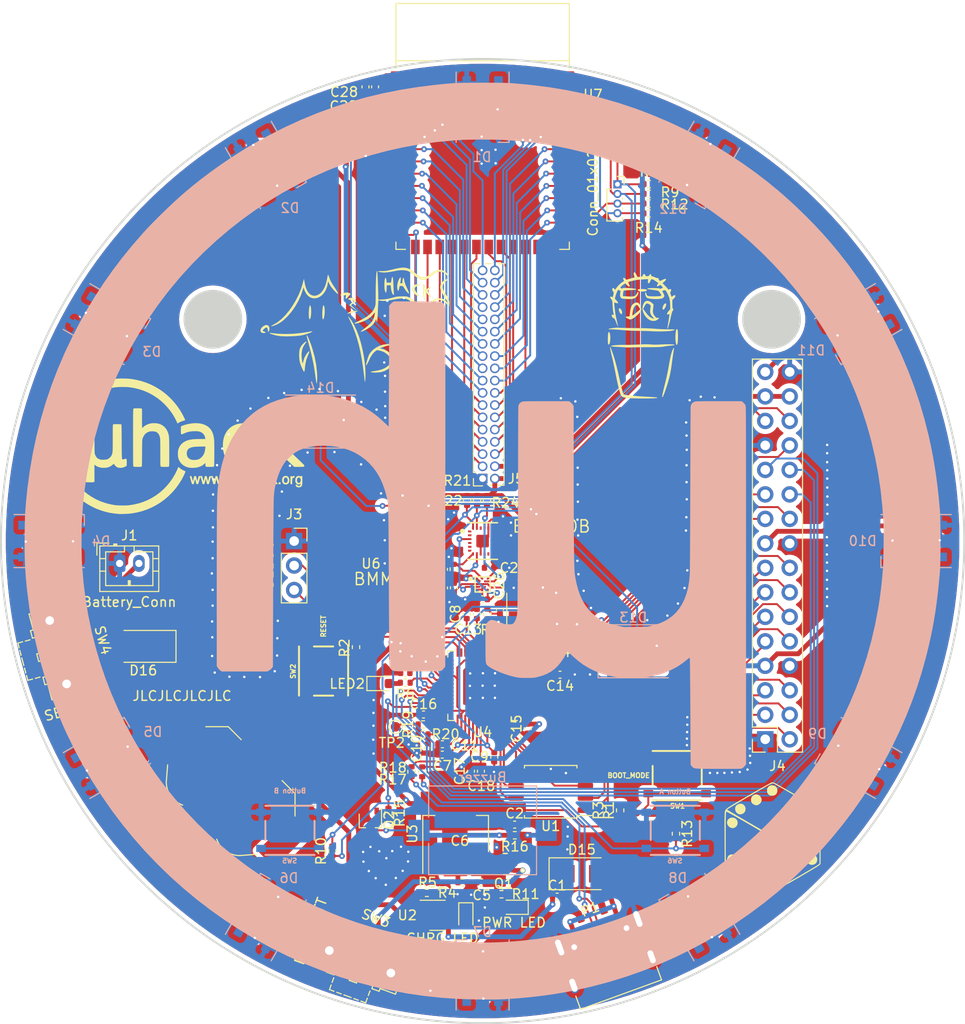
<source format=kicad_pcb>
(kicad_pcb (version 20211014) (generator pcbnew)
  (layers (0 "F.Cu" signal) (31 "B.Cu" signal) (34 "B.Paste" user) (35 "F.Paste" user) (36 "B.SilkS" user "B.Silkscreen") (37 "F.SilkS" user "F.Silkscreen") (38 "B.Mask" user) (39 "F.Mask" user) (44 "Edge.Cuts" user))
  (net 0 "")
  (net 1 "GND")
  (net 2 "Net-(BT1-Pad1)")
  (net 3 "VCC")
  (net 4 "Net-(BZ1-Pad2)")
  (net 5 "+3V3")
  (net 6 "/XIN")
  (net 7 "+1V1")
  (net 8 "/ADC_AVDD")
  (net 9 "/ESP_EN")
  (net 10 "VBUS")
  (net 11 "Net-(D3-Pad2)")
  (net 12 "Net-(D1-Pad2)")
  (net 13 "/LED_POST")
  (net 14 "/Logo Led/DATA_OUT")
  (net 15 "/LED_STRIPE")
  (net 16 "Net-(D13-Pad2)")
  (net 17 "/Circle Led/DATA_OUT")
  (net 18 "Net-(D2-Pad2)")
  (net 19 "/SWCLK")
  (net 20 "/SWD")
  (net 21 "/GPIO_0")
  (net 22 "/GPIO_1")
  (net 23 "/GPIO_2")
  (net 24 "/GPIO_3")
  (net 25 "/GPIO_4")
  (net 26 "/GPIO_5")
  (net 27 "/GPIO_6")
  (net 28 "/GPIO_7")
  (net 29 "/GPIO_8")
  (net 30 "/GPIO_9")
  (net 31 "/GPIO_10")
  (net 32 "/GPIO_11")
  (net 33 "/GPIO_12")
  (net 34 "/GPIO_13")
  (net 35 "/GPIO_14")
  (net 36 "/GPIO_15")
  (net 37 "/ADC_3")
  (net 38 "/ADC_0")
  (net 39 "/ADC_1")
  (net 40 "/RUN")
  (net 41 "/GPIO24")
  (net 42 "/GPIO25")
  (net 43 "/ESP_BOOT")
  (net 44 "/WiFi_BT/IO13")
  (net 45 "/WiFi_BT/IO15")
  (net 46 "/WiFi_BT/IO12")
  (net 47 "/WiFi_BT/IO4")
  (net 48 "/WiFi_BT/IO14")
  (net 49 "/WiFi_BT/IO16")
  (net 50 "/WiFi_BT/IO17")
  (net 51 "/WiFi_BT/IO5")
  (net 52 "/WiFi_BT/IO18")
  (net 53 "/WiFi_BT/IO21")
  (net 54 "/WiFi_BT/IO35")
  (net 56 "/USB_D+")
  (net 57 "/USB_D-")
  (net 59 "Net-(Q2-Pad1)")
  (net 60 "/~{USB_BOOT}")
  (net 61 "/QSPI_SS")
  (net 62 "Net-(C1-Pad1)")
  (net 63 "Net-(R5-Pad2)")
  (net 64 "/XOUT")
  (net 65 "/SW_1")
  (net 66 "/SW_2")
  (net 67 "/GPIO23")
  (net 68 "/ADC_VREF")
  (net 69 "/I2C_SCL")
  (net 70 "/I2C_SDA")
  (net 71 "Net-(D16-Pad1)")
  (net 72 "Net-(Q1-Pad1)")
  (net 73 "/QSPI_SD1")
  (net 74 "/QSPI_SD2")
  (net 75 "/QSPI_SD0")
  (net 76 "/QSPI_SCLK")
  (net 77 "/QSPI_SD3")
  (net 78 "/GPIO_16")
  (net 79 "Net-(LED3-Pad2)")
  (net 80 "Net-(R17-Pad2)")
  (net 81 "Net-(R18-Pad1)")
  (net 82 "Net-(R23-Pad2)")
  (net 83 "Net-(R24-Pad2)")
  (net 84 "/Gyros/INT_S1")
  (net 85 "/Gyros/INT")
  (net 86 "Net-(D5-Pad2)")
  (net 87 "/WiFi_BT/IO6")
  (net 88 "/WiFi_BT/IO7")
  (net 89 "/WiFi_BT/IO8")
  (net 90 "/WiFi_BT/IO44")
  (net 91 "Net-(C22-Pad1)")
  (net 92 "/WiFi_BT/IO43")
  (net 93 "/WiFi_BT/IO3")
  (net 94 "/WiFi_BT/IO46")
  (net 95 "/WiFi_BT/IO9")
  (net 96 "/WiFi_BT/IO10")
  (net 97 "/WiFi_BT/IO11")
  (net 98 "/WiFi_BT/IO47")
  (net 99 "/WiFi_BT/IO48")
  (net 100 "/WiFi_BT/IO45")
  (net 101 "/WiFi_BT/IO2")
  (net 102 "/WiFi_BT/IO1")
  (net 103 "/WiFi_BT/IO36")
  (net 104 "/WiFi_BT/IO37")
  (net 105 "/WiFi_BT/IO38")
  (net 106 "/WiFi_BT/IO39")
  (net 107 "/WiFi_BT/IO40")
  (net 108 "/WiFi_BT/IO41")
  (net 109 "/WiFi_BT/IO42")
  (net 123 "Net-(D4-Pad2)")
  (net 124 "Net-(D8-Pad2)")
  (net 125 "Net-(D10-Pad4)")
  (net 126 "Net-(D10-Pad2)")
  (net 127 "Net-(D6-Pad2)")
  (net 128 "Net-(D7-Pad2)")
  (net 129 "Net-(D11-Pad2)")
  (net 130 "Net-(J1-Pad2)")
  (net 131 "Net-(LED2-Pad2)")
  (net 132 "Net-(LED1-Pad1)")
  (net 133 "Net-(C4-Pad2)")
  (net 134 "/ADC_2")
  (net 135 "Net-(D16-Pad2)")
  (net 136 "Net-(R4-Pad2)")
  (footprint "Capacitor_SMD:C_0402_1005Metric" (layer "F.Cu") (at 93.86 117.99)
    (fp_text reference "C16")
    (fp_text value "100n" hide)
  )
  (footprint "Capacitor_SMD:C_0402_1005Metric" (layer "F.Cu") (at 100.01 106.04)
    (fp_text reference "C26")
    (fp_text value "100n")
  )
  (footprint "Connector_USB:USB_C_Receptacle_Palconn_UTC16-G" (layer "F.Cu") (at 112.72 142.487769 20)
    (fp_text reference "P1")
    (fp_text value "USB_C_Plug_USB2.0" hide)
  )
  (footprint "Capacitor_SMD:C_0402_1005Metric" (layer "F.Cu") (at 100.67 102.78)
    (fp_text reference "C22")
    (fp_text value "470n" hide)
  )
  (footprint "Resistor_SMD:R_0402_1005Metric" (layer "F.Cu") (at 93.82 120.05 180)
    (fp_text reference "R20")
    (fp_text value "27.4" hide)
  )
  (footprint "Resistor_SMD:R_0402_1005Metric" (layer "F.Cu") (at 93.73 123.93 90)
    (fp_text reference "R17")
    (fp_text value "27.4" hide)
  )
  (footprint "Connector_PinSocket_2.54mm:PinSocket_1x03_P2.54mm_Vertical" (layer "F.Cu") (at 80.435 100)
    (fp_text reference "J3")
    (fp_text value "DEBUG")
  )
  (footprint "Capacitor_SMD:C_0402_1005Metric" (layer "F.Cu") (at 139 122.5 150)
    (fp_text reference "C38")
    (fp_text value "10u" hide)
  )
  (footprint "Capacitor_SMD:C_0402_1005Metric" (layer "F.Cu") (at 94.33 121.5 -90)
    (fp_text reference "C10")
    (fp_text value "1u" hide)
  )
  (footprint "Capacitor_SMD:C_0402_1005Metric" (layer "F.Cu") (at 145 100 180)
    (fp_text reference "C39")
    (fp_text value "10u" hide)
  )
  (footprint "Resistor_SMD:R_0402_1005Metric" (layer "F.Cu") (at 91.97 114.69 180)
    (fp_text reference "R6")
    (fp_text value "470" hide)
  )
  (footprint "Capacitor_SMD:C_0402_1005Metric" (layer "F.Cu") (at 78.39 60.49 -60)
    (fp_text reference "C30")
    (fp_text value "10u" hide)
  )
  (footprint "Package_DFN_QFN:QFN-56-1EP_7x7mm_P0.4mm_EP3.2x3.2mm" (layer "F.Cu") (at 100 115 180)
    (fp_text reference "U4")
    (fp_text value "RP2040")
  )
  (footprint "Capacitor_SMD:C_0402_1005Metric" (layer "F.Cu") (at 55 100)
    (fp_text reference "C33")
    (fp_text value "10u" hide)
  )
  (footprint "BHI160B:Bosch_Sensortec-BHI160B-MFG" (layer "F.Cu") (at 100 100)
    (fp_text reference "U5")
    (fp_text value "BHI160B")
  )
  (footprint "Resistor_SMD:R_0402_1005Metric" (layer "F.Cu") (at 90.23 128.22 -90)
    (fp_text reference "R15")
    (fp_text value "2k" hide)
  )
  (footprint "Resistor_SMD:R_0402_1005Metric" (layer "F.Cu") (at 117.26 63.99)
    (fp_text reference "R9")
    (fp_text value "10k" hide)
  )
  (footprint "Resistor_SMD:R_0402_1005Metric" (layer "F.Cu") (at 93.82 119.02)
    (fp_text reference "R19")
    (fp_text value "27.4" hide)
  )
  (footprint "Capacitor_SMD:C_0402_1005Metric" (layer "F.Cu") (at 108.04 113.86 180)
    (fp_text reference "C14")
    (fp_text value "100n" hide)
  )
  (footprint "LED_SMD:LED_0603_1608Metric" (layer "F.Cu") (at 89.475 114.775)
    (fp_text reference "LED2")
    (fp_text value "USR LED" hide)
  )
  (footprint "Battery:BatteryHolder_LINX_BAT-HLD-012-SMT" (layer "F.Cu") (at 73.95 125.83 -45)
    (fp_text reference "BT1")
    (fp_text value "Battery_Cell")
  )
  (footprint "Resistor_SMD:R_0402_1005Metric" (layer "F.Cu") (at 100.45 95.79 -90)
    (fp_text reference "R24")
    (fp_text value "4.7k" hide)
  )
  (footprint "BMM150:Bosch_Sensortec-BMM150-IPC_B" (layer "F.Cu") (at 100 104.5)
    (fp_text reference "U6")
    (fp_text value "BMM150")
  )
  (footprint "LED_SMD:LED_0603_1608Metric" (layer "F.Cu") (at 103.25 137.98 180)
    (fp_text reference "LED3" hide)
    (fp_text value "PWR LED")
  )
  (footprint "Capacitor_SMD:C_0402_1005Metric" (layer "F.Cu") (at 61 122.5 30)
    (fp_text reference "C34")
    (fp_text value "10u" hide)
  )
  (footprint "Capacitor_SMD:C_0402_1005Metric" (layer "F.Cu") (at 61 77.5 -30)
    (fp_text reference "C32")
    (fp_text value "10u" hide)
  )
  (footprint "TS-1184:TS-1187A-B-A-B" (layer "F.Cu") (at 83.49 113.48 -90)
    (fp_text reference "SW2")
    (fp_text value "RESET")
  )
  (footprint "Resistor_SMD:R_0402_1005Metric" (layer "F.Cu") (at 94.21 136.48 180)
    (fp_text reference "R4")
    (fp_text value "1k" hide)
  )
  (footprint "Capacitor_SMD:C_0402_1005Metric" (layer "F.Cu") (at 139 77.5 -150)
    (fp_text reference "C40")
    (fp_text value "10u" hide)
  )
  (footprint "Capacitor_SMD:C_0402_1005Metric" (layer "F.Cu") (at 84 87.44 180)
    (fp_text reference "C19")
    (fp_text value "10u" hide)
  )
  (footprint "Connector_JST:JST_PH_B2B-PH-K_1x02_P2.00mm_Vertical" (layer "F.Cu") (at 62.32 102.32)
    (fp_text reference "J1")
    (fp_text value "Battery_Conn")
  )
  (footprint "Resistor_SMD:R_0402_1005Metric" (layer "F.Cu") (at 98.39 95.79 -90)
    (fp_text reference "R22")
    (fp_text value "4.7k" hide)
  )
  (footprint "Capacitor_SMD:C_0402_1005Metric" (layer "F.Cu") (at 103.33 129.41)
    (fp_text reference "C2")
    (fp_text value "100n" hide)
  )
  (footprint "Capacitor_SMD:C_0402_1005Metric" (layer "F.Cu") (at 104.68 119.45 90)
    (fp_text reference "C15")
    (fp_text value "100n" hide)
  )
  (footprint "Connector_PinSocket_1.27mm:PinSocket_2x18_P1.27mm_Vertical" (layer "F.Cu") (at 100 93.52 180)
    (fp_text reference "J5")
    (fp_text value "Conn_01x12")
  )
  (footprint "Capacitor_SMD:C_0402_1005Metric" (layer "F.Cu") (at 98.79 123.87 90)
    (fp_text reference "C17")
    (fp_text value "100n" hide)
  )
  (footprint "Resistor_SMD:R_0402_1005Metric" (layer "F.Cu") (at 117.26 62.98)
    (fp_text reference "R8")
    (fp_text value "10k" hide)
  )
  (footprint "Capacitor_SMD:C_0402_1005Metric" (layer "F.Cu") (at 77.5 61 -60)
    (fp_text reference "C31")
    (fp_text value "10u" hide)
  )
  (footprint "Capacitor_SMD:C_0402_1005Metric" (layer "F.Cu") (at 88.84 52.9 90)
    (fp_text reference "C29")
    (fp_text value "100n" hide)
  )
  (footprint "Crystal:Crystal_SMD_3225-4Pin_3.2x2.5mm" (layer "F.Cu") (at 104.51 107.05)
    (fp_text reference "Y1")
    (fp_text value "12MHz_GND24")
  )
  (footprint "Resistor_SMD:R_0402_1005Metric" (layer "F.Cu") (at 103.34 130.51 180)
    (fp_text reference "R16")
    (fp_text value "2k" hide)
  )
  (footprint "Resistor_SMD:R_0402_1005Metric" (layer "F.Cu") (at 117.25 66.02)
    (fp_text reference "R14")
    (fp_text value "10k" hide)
  )
  (footprint "TestPoint:TestPoint_Pad_D1.0mm" (layer "F.Cu") (at 90.97 119.26)
    (fp_text reference "TP2")
    (fp_text value "TestPoint" hide)
  )
  (footprint "TestPoint:TestPoint_Pad_D1.0mm" (layer "F.Cu") (at 126.49 138.47)
    (fp_text reference "TP1")
    (fp_text value "TestPoint" hide)
  )
  (footprint "Espressif:ESP32-S3-WROOM-1" (layer "F.Cu") (at 100 60)
    (fp_text reference "U7")
    (fp_text value "ESP32-S3-WROOM-1" hide)
  )
  (footprint "Diode_SMD:D_SMA" (layer "F.Cu") (at 64.77 110.92 180)
    (fp_text reference "D16")
    (fp_text value "D_Schottky")
  )
  (footprint "Package_TO_SOT_SMD:SOT-23-5" (layer "F.Cu") (at 95.31 138.81)
    (fp_text reference "U2")
    (fp_text value "MCP73832-2-OT" hide)
  )
  (footprint "Capacitor_SMD:C_0402_1005Metric" (layer "F.Cu") (at 107.74 136.88)
    (fp_text reference "C1")
    (fp_text value "100n" hide)
  )
  (footprint "Connector_PinSocket_1.00mm:PinSocket_1x04_P1.00mm_Vertical" (layer "F.Cu") (at 114 63)
    (fp_text reference "J2" hide)
    (fp_text value "Conn_01x02")
  )
  (footprint "Capacitor_SMD:C_0402_1005Metric" (layer "F.Cu") (at 99.41 107.56 -90)
    (fp_text reference "C13")
    (fp_text value "100n" hide)
  )
  (footprint "Resistor_SMD:R_0402_1005Metric" (layer "F.Cu") (at 88.34 54.37)
    (fp_text reference "R25")
    (fp_text value "10k" hide)
  )
  (footprint "Capacitor_SMD:C_0402_1005Metric" (layer "F.Cu") (at 97.02 104.85 -90)
    (fp_text reference "C24")
    (fp_text value "100n" hide)
  )
  (footprint "MyGraphics:logo_BIT_10x11mm" (layer "F.Cu") (at 130.08 130.66)
    (fp_text reference "G***" hide)
    (fp_text value "LOGO" hide)
  )
  (footprint "Resistor_SMD:R_0402_1005Metric" (layer "F.Cu") (at 101.96 136.63)
    (fp_text reference "R11")
    (fp_text value "470" hide)
  )
  (footprint "Capacitor_SMD:C_0402_1005Metric" (layer "F.Cu") (at 97.92 135.4 180)
    (fp_text reference "C6")
    (fp_text value "10u" hide)
  )
  (footprint "Diode_SMD:D_SMA" (layer "F.Cu") (at 110.3 134.5)
    (fp_text reference "D15")
    (fp_text value "D_Schottky")
  )
  (footprint "Capacitor_SMD:C_0402_1005Metric" (layer "F.Cu") (at 77.5 139 60)
    (fp_text reference "C35")
    (fp_text value "10u" hide)
  )
  (footprint "Capacitor_SMD:C_0402_1005Metric" (layer "F.Cu") (at 99.82 123.87 90)
    (fp_text reference "C18")
    (fp_text value "100n" hide)
  )
  (footprint "Capacitor_SMD:C_0402_1005Metric" (layer "F.Cu") (at 122.5 139 120)
    (fp_text reference "C37")
    (fp_text value "10u" hide)
  )
  (footprint "Capacitor_SMD:C_0402_1005Metric" (layer "F.Cu") (at 91.97 113.69)
    (fp_text reference "C12")
    (fp_text value "100n" hide)
  )
  (footprint "Capacitor_SMD:C_0402_1005Metric" (layer "F.Cu") (at 100 145 90)
    (fp_text reference "C36")
    (fp_text value "10u" hide)
  )
  (footprint "Capacitor_SMD:C_0402_1005Metric" (layer "F.Cu") (at 87.84 52.9 90)
    (fp_text reference "C28")
    (fp_text value "10u" hide)
  )
  (footprint "Package_TO_SOT_SMD:SOT-223-3_TabPin2" (layer "F.Cu") (at 97.2 130.37 90)
    (fp_text reference "U3")
    (fp_text value "LD1117S33TR_SOT223" hide)
  )
  (footprint "Resistor_SMD:R_0402_1005Metric" (layer "F.Cu") (at 95.82 136.03 -90)
    (fp_text reference "R5")
    (fp_text value "2k" hide)
  )
  (footprint "Capacitor_SMD:C_0402_1005Metric" (layer "F.Cu") (at 104.52 101 180)
    (fp_text reference "C21")
    (fp_text value "100n" hide)
  )
  (footprint "Resistor_SMD:R_0402_1005Metric" (layer "F.Cu") (at 113.19 127.93 90)
    (fp_text reference "R3")
    (fp_text value "DNF 10k" hide)
  )
  (footprint "Capacitor_SMD:C_0402_1005Metric" (layer "F.Cu") (at 98.35 107.56 90)
    (fp_text reference "C8")
    (fp_text value "100n" hide)
  )
  (footprint "Capacitor_SMD:C_0402_1005Metric" (layer "F.Cu") (at 99.89 135.4)
    (fp_text reference "C5")
    (fp_text value "100n" hide)
  )
  (footprint "Capacitor_SMD:C_0402_1005Metric" (layer "F.Cu") (at 101.21 122.41 90)
    (fp_text reference "C9")
    (fp_text value "1u" hide)
  )
  (footprint "Capacitor_SMD:C_0402_1005Metric" (layer "F.Cu") (at 95.82 122.15 180)
    (fp_text reference "C7")
    (fp_text value "100n" hide)
  )
  (footprint "MyGraphics:jeff_20x12" (layer "F.Cu") (at 116.017584 78.668782)
    (fp_text reference "G***" hide)
    (fp_text value "LOGO" hide)
  )
  (footprint "SI1967DH:Vishay-S-03946-07_2001-B-0" (layer "F.Cu") (at 102.35095 133.5 180)
    (fp_text reference "Q1")
    (fp_text value "SI1967DH-T1-GE3" hide)
  )
  (footprint "Capacitor_SMD:C_0402_1005Metric" (layer "F.Cu") (at 122.5 61 -120)
    (fp_text reference "C41")
    (fp_text value "10u" hide)
  )
  (footprint "Capacitor_SMD:C_0402_1005Metric" (layer "F.Cu") (at 95.99 104.86 -90)
    (fp_text reference "C23")
    (fp_text value "1u" hide)
  )
  (footprint "Capacitor_SMD:C_0402_1005Metric" (layer "F.Cu") (at 101.8 107.06 -90)
    (fp_text reference "C4")
    (fp_text value "27p" hide)
  )
  (footprint "Resistor_SMD:R_0402_1005Metric" (layer "F.Cu") (at 86.86 111 -90)
    (fp_text reference "R2")
    (fp_text value "10k" hide)
  )
  (footprint "Resistor_SMD:R_0402_1005Metric" (layer "F.Cu") (at 120.07 130.35 -90)
    (fp_text reference "R13")
    (fp_text value "10k" hide)
  )
  (footprint "Package_SO:SOIC-8_5.23x5.23mm_P1.27mm" (layer "F.Cu") (at 107.07 126 180)
    (fp_text reference "U1")
    (fp_text value "W25Q128JVS")
  )
  (footprint "Resistor_SMD:R_0402_1005Metric" (layer "F.Cu") (at 117.25 65)
    (fp_text reference "R12")
    (fp_text value "10k" hide)
  )
  (footprint "LED_SMD:LED_0603_1608Metric" (layer "F.Cu") (at 98.26 139 -90)
    (fp_text reference "LED1" hide)
    (fp_text value "CHRG_LED")
  )
  (footprint "Button_Switch_SMD:SW_SPDT_CK-JS102011SAQN" (layer "F.Cu") (at 87.28 143.63 -20)
    (fp_text reference "SW3")
    (fp_text value "PWR_BATT")
  )
  (footprint "Resistor_SMD:R_0402_1005Metric" (layer "F.Cu") (at 114.28 127.93 90)
    (fp_text reference "R1")
    (fp_text value "1k" hide)
  )
  (footprint "Resistor_SMD:R_0402_1005Metric" (layer "F.Cu") (at 97.01 102.92 90)
    (fp_text reference "R23")
    (fp_text value "4.7k" hide)
  )
  (footprint "Capacitor_SMD:C_0402_1005Metric" (layer "F.Cu") (at 95.83 121.07 180)
    (fp_text reference "C11")
    (fp_text value "1u" hide)
  )
  (footprint "TS-1184:TS-1187A-B-A-B" (layer "F.Cu") (at 120.2 124.32)
    (fp_text reference "SW1")
    (fp_text value "BOOT_MODE")
  )
  (footprint "Capacitor_SMD:C_0402_1005Metric" (layer "F.Cu") (at 95.99 102.94 -90)
    (fp_text reference "C25")
    (fp_text value "100n" hide)
  )
  (footprint "Resistor_SMD:R_0402_1005Metric" (layer "F.Cu") (at 99.42 95.79 -90)
    (fp_text reference "R21")
    (fp_text value "4.7k" hide)
  )
  (footprint "Resistor_SMD:R_0402_1005Metric" (layer "F.Cu") (at 100.49 107.56 -90)
    (fp_text reference "R7")
    (fp_text value "1k" hide)
  )
  (footprint "Capacitor_SMD:C_0402_1005Metric" (layer "F.Cu") (at 115.64 111.29 180)
    (fp_text reference "C20")
    (fp_text value "10u" hide)
  )
  (footprint "Connector_PinSocket_2.54mm:PinSocket_2x16_P2.54mm_Vertical" (layer "F.Cu") (at 129.34 120.56 180)
    (fp_text reference "J4")
    (fp_text value "Conn_02x15_Counter_Clockwise")
  )
  (footprint "Resistor_SMD:R_0402_1005Metric" (layer "F.Cu") (at 92.62 123.92 -90)
    (fp_text reference "R18")
    (fp_text value "27.4" hide)
  )
  (footprint "LOGO" (layer "F.Cu") (at 68.566778 90.15627)
    (fp_text reference "G***" hide)
    (fp_text value "LOGO" hide)
  )
  (footprint "Capacitor_SMD:C_0402_1005Metric" (layer "F.Cu") (at 107.24 107.11 90)
    (fp_text reference "C3")
    (fp_text value "27p" hide)
  )
  (footprint "MyGraphics:hax_hack_20x12" (layer "F.Cu") (at 86.75 77.65)
    (fp_text reference "G***" hide)
    (fp_text value "LOGO" hide)
  )
  (footprint "Button_Switch_SMD:SW_SPDT_CK-JS102011SAQN" (layer "F.Cu") (at 55.94 111.53 -75)
    (fp_text reference "SW4")
    (fp_text value "SEL_BATT")
  )
  (footprint "Package_TO_SOT_SMD:SOT-323_SC-70" (layer "F.Cu") (at 88.35 129 -90)
    (fp_text reference "Q2")
    (fp_text value "2SC4213" hide)
  )
  (footprint "Resistor_SMD:R_0402_1005Metric" (layer "F.Cu") (at 84.4 132.15 90)
    (fp_text reference "R10")
    (fp_text value "10k" hide)
  )
  (footprint "Capacitor_SMD:C_0402_1005Metric" (layer "F.Cu") (at 88.35 55.4)
    (fp_text reference "C27")
    (fp_text value "1u" hide)
  )
  (footprint "LED_SMD:LED_WS2812B_PLCC4_5.0x5.0mm_P3.2mm" (layer "B.Cu") (at 61 122.5 30)
    (fp_text reference "D5")
    (fp_text value "WS2812B" hide)
  )
  (footprint "LED_SMD:LED_WS2812B_PLCC4_5.0x5.0mm_P3.2mm" (layer "B.Cu") (at 77.5 61 -60)
    (fp_text reference "D2")
    (fp_text value "WS2812B" hide)
  )
  (footprint "LED_SMD:LED_WS2812B_PLCC4_5.0x5.0mm_P3.2mm" (layer "B.Cu") (at 122.5 61 -120)
    (fp_text reference "D12")
    (fp_text value "WS2812B" hide)
  )
  (footprint "LED_SMD:LED_WS2812B_PLCC4_5.0x5.0mm_P3.2mm" (layer "B.Cu") (at 61 77.5 -30)
    (fp_text reference "D3")
    (fp_text value "WS2812B" hide)
  )
  (footprint "LED_SMD:LED_WS2812B_PLCC4_5.0x5.0mm_P3.2mm" (layer "B.Cu") (at 122.5 139 120)
    (fp_text reference "D8")
    (fp_text value "WS2812B" hide)
  )
  (footprint "Buzzer_Beeper:Buzzer_Mallory_AST1109MLTRQ" (layer "B.Cu") (at 100 130 180)
    (fp_text reference "BZ1" hide)
    (fp_text value "Buzzer")
  )
  (footprint "LED_SMD:LED_WS2812B_PLCC4_5.0x5.0mm_P3.2mm" (layer "B.Cu") (at 100 55 -90)
    (fp_text reference "D1")
    (fp_text value "WS2812B" hide)
  )
  (footprint "LED_SMD:LED_WS2812B_PLCC4_5.0x5.0mm_P3.2mm" (layer "B.Cu") (at 115.64 111.43 180)
    (fp_text reference "D13")
    (fp_text value "WS2812B" hide)
  )
  (footprint "LED_SMD:LED_WS2812B_PLCC4_5.0x5.0mm_P3.2mm" (layer "B.Cu") (at 139 122.5 150)
    (fp_text reference "D9")
    (fp_text value "WS2812B" hide)
  )
  (footprint "TS-1184:TS-1187A-B-A-B" (layer "B.Cu") (at 120 130 180)
    (fp_text reference "SW6")
    (fp_text value "Button A")
  )
  (footprint "LED_SMD:LED_WS2812B_PLCC4_5.0x5.0mm_P3.2mm" (layer "B.Cu") (at 55 100)
    (fp_text reference "D4")
    (fp_text value "WS2812B" hide)
  )
  (footprint "TS-1184:TS-1187A-B-A-B" (layer "B.Cu") (at 80 130 180)
    (fp_text reference "SW5")
    (fp_text value "Button B")
  )
  (footprint "LED_SMD:LED_WS2812B_PLCC4_5.0x5.0mm_P3.2mm" (layer "B.Cu") (at 100 145 90)
    (fp_text reference "D7")
    (fp_text value "WS2812B" hide)
  )
  (footprint "LED_SMD:LED_WS2812B_PLCC4_5.0x5.0mm_P3.2mm" (layer "B.Cu") (at 139 77.5 -150)
    (fp_text reference "D11")
    (fp_text value "WS2812B" hide)
  )
  (footprint "LED_SMD:LED_WS2812B_PLCC4_5.0x5.0mm_P3.2mm" (layer "B.Cu") (at 145 100 180)
    (fp_text reference "D10")
    (fp_text value "WS2812B" hide)
  )
  (footprint "LED_SMD:LED_WS2812B_PLCC4_5.0x5.0mm_P3.2mm" (layer "B.Cu") (at 77.5 139 60)
    (fp_text reference "D6")
    (fp_text value "WS2812B" hide)
  )
  (footprint "LED_SMD:LED_WS2812B_PLCC4_5.0x5.0mm_P3.2mm" (layer "B.Cu") (at 83.17 87.61 180)
    (fp_text reference "D14")
    (fp_text value "WS2812B" hide)
  )
  (footprint "LOGO" (layer "B.Cu") (at 100 100 180)
    (fp_text reference "G***" hide)
    (fp_text value "LOGO" hide)
  )
  (gr_circle (center 130 77) (end 133 77) (layer "Edge.Cuts") (width 0.1) (fill solid))
  (gr_circle (center 72 77) (end 75 77) (layer "Edge.Cuts") (width 0.1) (fill solid))
  (gr_circle locked (center 100 100) (end 150 100) (layer "Edge.Cuts") (width 0.2) (fill none))
  (gr_text "JLCJLCJLCJLC" (at 68.8 116.06) (layer "F.SilkS") (effects (font (size 1 1))))
  (segment (start 101.18 123.94) (end 101.21 123.91) (width 0.2) (layer "F.Cu") (net 1))
  (segment (start 99.965 105.605) (end 99.53 106.04) (width 0.2) (layer "F.Cu") (net 1))
  (segment (start 100.91 97.76) (end 101.79 97.76) (width 0.2) (layer "F.Cu") (net 1))
  (segment (start 61.415692 122.26) (end 63.15 121.325) (width 0.2) (layer "F.Cu") (net 1))
  (segment (start 101 110.27) (end 101.85 109.42) (width 0.2) (layer "F.Cu") (net 1))
  (segment (start 101.79 97.76) (end 102.02 97.99) (width 0.2) (layer "F.Cu") (net 1))
  (segment (start 97.1 59.46) (end 98.5 59.46) (width 0.5) (layer "F.Cu") (net 1))
  (segment (start 102.02 97.99) (end 102.02 98.73) (width 0.2) (layer "F.Cu") (net 1))
  (segment (start 97.1 58.06) (end 98.5 58.06) (width 0.5) (layer "F.Cu") (net 1))
  (segment (start 97.849719 104.465) (end 97.02 105.294719) (width 0.2) (layer "F.Cu") (net 1))
  (segment (start 102.02 98.73) (end 101.75 99) (width 0.2) (layer "F.Cu") (net 1))
  (segment (start 99.965 105.031) (end 99.965 105.405) (width 0.2) (layer "F.Cu") (net 1))
  (segment (start 78.63 60.905692) (end 77.74 61.415692) (width 0.5) (layer "F.Cu") (net 1))
  (segment (start 94.32 121.99) (end 94.33 121.98) (width 0.5) (layer "F.Cu") (net 1))
  (segment (start 99.85 104.47) (end 100.08 104.47) (width 0.2) (layer "F.Cu") (net 1))
  (segment (start 94.5 122.15) (end 94.33 121.98) (width 0.5) (layer "F.Cu") (net 1))
  (segment (start 107.49 51.74) (end 108.75 51.74) (width 0.5) (layer "F.Cu") (net 1))
  (segment (start 102.21 102.78) (end 102.72 103.29) (width 0.2) (layer "F.Cu") (net 1))
  (segment (start 109.55 113.86) (end 109.57 113.84) (width 0.5) (layer "F.Cu") (net 1))
  (segment (start 100.531 103.899) (end 101.16 103.27) (width 0.2) (layer "F.Cu") (net 1))
  (segment (start 95.34 121.08) (end 95.35 121.07) (width 0.5) (layer "F.Cu") (net 1))
  (segment (start 101.85 109.42) (end 109 109.42) (width 0.2) (layer "F.Cu") (net 1))
  (segment (start 101.15 102.78) (end 102.21 102.78) (width 0.2) (layer "F.Cu") (net 1))
  (segment (start 108.000429 142.151689) (end 109.426653 146.070207) (width 0.5) (layer "F.Cu") (net 1))
  (segment (start 87.84 52.42) (end 88.84 52.42) (width 0.5) (layer "F.Cu") (net 1))
  (segment (start 102.72 103.29) (end 102.72 104.48) (width 0.2) (layer "F.Cu") (net 1))
  (segment (start 108.62 129.41) (end 108.84 129.63) (width 0.5) (layer "F.Cu") (net 1))
  (segment (start 99.399 104.465) (end 97.849719 104.465) (width 0.2) (layer "F.Cu") (net 1))
  (segment (start 55.505545 99.96758) (end 57.475 100.025) (width 0.2) (layer "F.Cu") (net 1))
  (segment (start 100.6 98.07) (end 100.91 97.76) (width 0.2) (layer "F.Cu") (net 1))
  (segment (start 94.33 121.98) (end 93.18 121.98) (width 0.5) (layer "F.Cu") (net 1))
  (segment (start 100.6 99.575) (end 100.6 98.665) (width 0.2) (layer "F.Cu") (net 1))
  (segment (start 98.5 58.06) (end 99.9 58.06) (width 0.5) (layer "F.Cu") (net 1))
  (segment (start 101.17 58.06) (end 107.49 51.74) (width 0.5) (layer "F.Cu") (net 1))
  (segment (start 108.000429 142.077689) (end 108.854513 141.223605) (width 0.5) (layer "F.Cu") (net 1))
  (segment (start 99.9 60.86) (end 98.5 60.86) (width 0.5) (layer "F.Cu") (net 1))
  (segment (start 102.38 104.82) (end 100.886 104.82) (width 0.2) (layer "F.Cu") (net 1))
  (segment (start 93.18 121.98) (end 93.17 121.99) (width 0.5) (layer "F.Cu") (net 1))
  (segment (start 138.584308 77.74) (end 136.85 78.675) (width 0.2) (layer "F.Cu") (net 1))
  (segment (start 88.6875 114.775) (end 88.6875 114.4625) (width 0.5) (layer "F.Cu") (net 1))
  (segment (start 61.398112 77.715545) (end 63.075 78.75) (width 0.2) (layer "F.Cu") (net 1))
  (segment (start 99.9 58.06) (end 101.17 58.06) (width 0.5) (layer "F.Cu") (net 1))
  (segment (start 116.119373 139.196635) (end 117.545597 143.115153) (width 0.5) (layer "F.Cu") (net 1))
  (segment (start 95.34 122.15) (end 95.34 121.08) (width 0.5) (layer "F.Cu") (net 1))
  (segment (start 98.5 59.46) (end 98.5 60.86) (width 0.5) (layer "F.Cu") (net 1))
  (segment (start 77.740545 138.576888) (end 78.775 136.9) (width 0.2) (layer "F.Cu") (net 1))
  (segment (start 100.085 104.465) (end 100.531 104.465) (width 0.2) (layer "F.Cu") (net 1))
  (segment (start 100.88 124.35) (end 99.82 124.35) (width 0.2) (layer "F.Cu") (net 1))
  (segment (start 99.8 100.375) (end 100.6 99.575) (width 0.2) (layer "F.Cu") (net 1))
  (segment (start 99.99258 144.519455) (end 100.05 142.55) (width 0.2) (layer "F.Cu") (net 1))
  (segment (start 100.6 98.665) (end 100.6 98.07) (width 0.2) (layer "F.Cu") (net 1))
  (segment (start 102.72 104.48) (end 102.38 104.82) (width 0.2) (layer "F.Cu") (net 1))
  (segment (start 89.99 51.74) (end 91.25 51.74) (width 0.5) (layer "F.Cu") (net 1))
  (segment (start 98.79 124.35) (end 99.82 124.35) (width 0.5) (layer "F.Cu") (net 1))
  (segment (start 101.16 103.27) (end 101.16 102.79) (width 0.2) (layer "F.Cu") (net 1))
  (segment (start 101.21 123.91) (end 101.21 122.89) (width 0.2) (layer "F.Cu") (net 1))
  (segment (start 101.75 99) (end 101.335 99) (width 0.2) (layer "F.Cu") (net 1))
  (segment (start 122.259455 61.398112) (end 121.225 63.075) (width 0.2) (layer "F.Cu") (net 1))
  (segment (start 99.9 58.06) (end 99.9 59.46) (width 0.5) (layer "F.Cu") (net 1))
  (segment (start 97.1 60.86) (end 97.1 59.46) (width 0.5) (layer "F.Cu") (net 1))
  (segment (start 108.000429 142.151689) (end 108.000429 142.077689) (width 0.5) (layer "F.Cu") (net 1))
  (segment (start 99.9 59.46) (end 99.9 60.86) (width 0.5) (layer "F.Cu") (net 1))
  (segment (start 99.9 59.46) (end 98.5 59.46) (width 0.5) (layer "F.Cu") (net 1))
  (segment (start 99.965 104.585) (end 100.085 104.465) (width 0.2) (layer "F.Cu") (net 1))
  (segment (start 100.08 104.47) (end 100.085 104.465) (width 0.2) (layer "F.Cu") (net 1))
  (segment (start 144.519455 100.00742) (end 142.55 99.95) (width 0.2) (layer "F.Cu") (net 1))
  (segment (start 122.26 138.584308) (end 121.325 136.85) (width 0.2) (layer "F.Cu") (net 1))
  (segment (start 99.965 105.405) (end 99.965 105.605) (width 0.2) (layer "F.Cu") (net 1))
  (segment (start 95.34 122.15) (end 94.5 122.15) (width 0.5) (layer "F.Cu") (net 1))
  (segment (start 97.02 105.294719) (end 97.02 105.33) (width 0.2) (layer "F.Cu") (net 1))
  (segment (start 101.18 123.94) (end 101.18 124.05) (width 0.2) (layer "F.Cu") (net 1))
  (segment (start 98.5 60.86) (end 97.1 60.86) (width 0.5) (layer "F.Cu") (net 1))
  (segment (start 87.87 55.4) (end 87.87 60.06) (width 0.5) (layer "F.Cu") (net 1))
  (segment (start 103.81 129.41) (end 108.62 129.41) (width 0.5) (layer "F.Cu") (net 1))
  (segment (start 89.31 52.42) (end 89.99 51.74) (width 0.5) (layer "F.Cu") (net 1))
  (segment (start 101 111.5625) (end 101 110.27) (width 0.2) (layer "F.Cu") (net 1))
  (segment (start 109 109.42) (end 109.79 108.63) (width 0.2) (layer "F.Cu") (net 1))
  (segment (start 88.84 52.42) (end 89.31 52.42) (width 0.5) (layer "F.Cu") (net 1))
  (segment (start 115.957414 139.034676) (end 116.119373 139.196635) (width 0.5) (layer "F.Cu") (net 1))
  (segment (start 108.52 113.86) (end 109.55 113.86) (width 0.5) (layer "F.Cu") (net 1))
  (segment (start 99.399 105.031) (end 99.965 105.031) (width 0.2) (layer "F.Cu") (net 1))
  (segment (start 99.85 104.47) (end 99.965 104.585) (width 0.2) (layer "F.Cu") (net 1))
  (segment (start 100.886 104.82) (end 100.531 104.465) (width 0.2) (layer "F.Cu") (net 1))
  (segment (start 77.74 61.415692) (end 78.675 63.15) (width 0.2) (layer "F.Cu") (net 1))
  (segment (start 138.601888 122.259455) (end 136.925 121.225) (width 0.2) (layer "F.Cu") (net 1))
  (segment (start 114.868546 139.034676) (end 115.957414 139.034676) (width 0.5) (layer "F.Cu") (net 1))
  (segment (start 89.46 113.69) (end 91.49 113.69) (width 0.5) (layer "F.Cu") (net 1))
  (segment (start 91.25 51.74) (end 108.75 51.74) (width 0.5) (layer "F.Cu") (net 1))
  (segment (start 101.18 124.05) (end 100.88 124.35) (width 0.2) (layer "F.Cu") (net 1))
  (segment (start 97.1 59.46) (end 97.1 58.06) (width 0.5) (layer "F.Cu") (net 1))
  (segment (start 99.404 104.47) (end 99.85 104.47) (width 0.2) (layer "F.Cu") (net 1))
  (segment (start 101.16 102.79) (end 101.15 102.78) (width 0.2) (layer "F.Cu") (net 1))
  (segment (start 98.5 59.46) (end 98.5 58.06) (width 0.5) (layer "F.Cu") (net 1))
  (segment (start 99.965 105.031) (end 99.965 104.585) (width 0.2) (layer "F.Cu") (net 1))
  (segment (start 88.6875 114.4625) (end 89.46 113.69) (width 0.5) (layer "F.Cu") (net 1))
  (segment (start 95.35 122.14) (end 95.34 122.15) (width 0.5) (layer "F.Cu") (net 1))
  (segment (start 99.8 101.335) (end 99.8 100.375) (width 0.2) (layer "F.Cu") (net 1))
  (segment (start 99.399 104.465) (end 99.404 104.47) (width 0.2) (layer "F.Cu") (net 1))
  (via (at 109.84 102.05) (size 0.6) (drill 0.25) (layers "F.Cu" "B.Cu") (net 1))
  (via (at 107.08 123.63) (size 0.6) (drill 0.25) (layers "F.Cu" "B.Cu") (net 1))
  (via (at 74.57 87.51) (size 0.6) (drill 0.25) (layers "F.Cu" "B.Cu") (net 1))
  (via (at 135.75 104.02) (size 0.6) (drill 0.25) (layers "F.Cu" "B.Cu") (net 1))
  (via (at 100.05 142.55) (size 0.6) (drill 0.25) (layers "F.Cu" "B.Cu") (net 1))
  (via (at 101.34 59.42) (size 0.6) (drill 0.25) (layers "F.Cu" "B.Cu") (net 1))
  (via (at 121.13 87.7) (size 0.6) (drill 0.25) (layers "F.Cu" "B.Cu") (net 1))
  (via (at 89.89 86.01) (size 0.6) (drill 0.25) (layers "F.Cu" "B.Cu") (net 1))
  (via (at 71.94 109.98) (size 0.6) (drill 0.25) (layers "F.Cu" "B.Cu") (net 1))
  (via (at 109.89 95.92) (size 0.6) (drill 0.25) (layers "F.Cu" "B.Cu") (net 1))
  (via (at 98.71 113.73) (size 0.6) (drill 0.25) (layers "F.Cu" "B.Cu") (net 1))
  (via (at 109.83 87.12) (size 0.6) (drill 0.25) (layers "F.Cu" "B.Cu") (net 1))
  (via (at 125.88 124) (size 0.6) (drill 0.25) (layers "F.Cu" "B.Cu") (net 1))
  (via (at 89.87 82.87) (size 0.6) (drill 0.25) (layers "F.Cu" "B.Cu") (net 1))
  (via (at 87.6 132.24) (size 0.6) (drill 0.25) (layers "F.Cu" "B.Cu") (net 1))
  (via (at 102.94 98.09) (size 0.6) (drill 0.25) (layers "F.Cu" "B.Cu") (net 1))
  (via (at 57.475 100.025) (size 0.6) (drill 0.25) (layers "F.Cu" "B.Cu") (net 1))
  (via (at 78.675 63.15) (size 0.6) (drill 0.25) (layers "F.Cu" "B.Cu") (net 1))
  (via (at 90.99 134.94) (size 0.6) (drill 0.25) (layers "F.Cu" "B.Cu") (net 1))
  (via (at 87.87 60.06) (size 0.6) (drill 0.25) (layers "F.Cu" "B.Cu") (net 1))
  (via (at 71.92 108.34) (size 0.6) (drill 0.25) (layers "F.Cu" "B.Cu") (net 1))
  (via (at 126.69 123.95) (size 0.6) (drill 0.25) (layers "F.Cu" "B.Cu") (net 1))
  (via (at 110.49 105.156) (size 0.6) (drill 0.25) (layers "F.Cu" "B.Cu") (net 1))
  (via (at 108.84 129.63) (size 0.6) (drill 0.25) (layers "F.Cu" "B.Cu") (net 1))
  (via (at 87.38 92.05) (size 0.6) (drill 0.25) (layers "F.Cu" "B.Cu") (net 1))
  (via (at 99.9 60.86) (size 0.6) (drill 0.25) (layers "F.Cu" "B.Cu") (net 1))
  (via (at 102.77 102.77) (size 0.6) (drill 0.25) (layers "F.Cu" "B.Cu") (net 1))
  (via (at 123.6 124.05) (size 0.6) (drill 0.25) (layers "F.Cu" "B.Cu") (net 1))
  (via (at 71.97 105.06) (size 0.6) (drill 0.25) (layers "F.Cu" "B.Cu") (net 1))
  (via (at 121.25 118.27) (size 0.6) (drill 0.25) (layers "F.Cu" "B.Cu") (net 1))
  (via (at 121.25 119.05) (size 0.6) (drill 0.25) (layers "F.Cu" "B.Cu") (net 1))
  (via (at 109.85 97.78) (size 0.6) (drill 0.25) (layers "F.Cu" "B.Cu") (net 1))
  (via (at 100.23 138) (size 0.6) (drill 0.25) (layers "F.Cu" "B.Cu") (net 1))
  (via (at 121.21 120.49) (size 0.6) (drill 0.25) (layers "F.Cu" "B.Cu") (net 1))
  (via (at 89.27 132.17) (size 0.6) (drill 0.25) (layers "F.Cu" "B.Cu") (net 1))
  (via (at 71.97 106.7) (size 0.6) (drill 0.25) (layers "F.Cu" "B.Cu") (net 1))
  (via (at 71.92 111.92) (size 0.6) (drill 0.25) (layers "F.Cu" "B.Cu") (net 1))
  (via (at 135.79 97.17) (size 0.6) (drill 0.25) (layers "F.Cu" "B.Cu") (net 1))
  (via (at 107.73 108.6) (size 0.6) (drill 0.25) (layers "F.Cu" "B.Cu") (net 1))
  (via (at 75.9 86.26) (size 0.6) (drill 0.25) (layers "F.Cu" "B.Cu") (net 1))
  (via (at 120.96 104.87) (size 0.6) (drill 0.25) (layers "F.Cu" "B.Cu") (net 1))
  (via (at 99.9 59.46) (size 0.6) (drill 0.25) (layers "F.Cu" "B.Cu") (net 1))
  (via (at 78.67 111.87) (size 0.6) (drill 0.25) (layers "F.Cu" "B.Cu") (net 1))
  (via (at 81.21 84.32) (size 0.6) (drill 0.25) (layers "F.Cu" "B.Cu") (net 1))
  (via (at 101.65 108.38) (size 0.6) (drill 0.25) (layers "F.Cu" "B.Cu") (net 1))
  (via (at 101.35 60.82) (size 0.6) (drill 0.25) (layers "F.Cu" "B.Cu") (net 1))
  (via (at 121.19 90.54) (size 0.6) (drill 0.25) (layers "F.Cu" "B.Cu") (net 1))
  (via (at 135.76 104.95) (size 0.6) (drill 0.25) (layers "F.Cu" "B.Cu") (net 1))
  (via (at 63.15 121.325) (size 0.6) (drill 0.25) (layers "F.Cu" "B.Cu") (net 1))
  (via (at 72.19 113.64) (size 0.6) (drill 0.25) (layers "F.Cu" "B.Cu") (net 1))
  (via (at 63.075 78.75) (size 0.6) (drill 0.25) (layers "F.Cu" "B.Cu") (net 1))
  (via (at 79.16 94.87) (size 0.6) (drill 0.25) (layers "F.Cu" "B.Cu") (net 1))
  (via (at 75.26 114.09) (size 0.6) (drill 0.25) (layers "F.Cu" "B.Cu") (net 1))
  (via (at 135.74 101.39) (size 0.6) (drill 0.25) (layers "F.Cu" "B.Cu") (net 1))
  (via (at 90.11 75.08) (size 0.6) (drill 0.25) (layers "F.Cu" "B.Cu") (net 1))
  (via (at 135.79 95.38) (size 0.6) (drill 0.25) (layers "F.Cu" "B.Cu") (net 1))
  (via (at 121.17 89.06) (size 0.6) (drill 0.25) (layers "F.Cu" "B.Cu") (net 1))
  (via (at 77.76 85.16) (size 0.6) (drill 0.25) (layers "F.Cu" "B.Cu") (net 1))
  (via (at 79.4 84.65) (size 0.6) (drill 0.25) (layers "F.Cu" "B.Cu") (net 1))
  (via (at 71.89 103.36) (size 0.6) (drill 0.25) (layers "F.Cu" "B.Cu") (net 1))
  (via (at 72.43 92.13) (size 0.6) (drill 0.25) (layers "F.Cu" "B.Cu") (net 1))
  (via (at 142.55 99.95) (size 0.6) (drill 0.25) (layers "F.Cu" "B.Cu") (net 1))
  (via (at 117.094 108.204) (size 0.6) (drill 0.25) (layers "F.Cu" "B.Cu") (net 1))
  (via (at 127.5 123.7) (size 0.6) (drill 0.25) (layers "F.Cu" "B.Cu") (net 1))
  (via (at 101.26 115) (size 0.6) (drill 0.25) (layers "F.Cu" "B.Cu") (net 1))
  (via (at 98.7 116.28) (size 0.6) (drill 0.25) (layers "F.Cu" "B.Cu") (net 1))
  (via (at 88.36 131.72) (size 0.6) (drill 0.25) (layers "F.Cu" "B.Cu") (net 1))
  (via (at 89.87 84.51) (size 0.6) (drill 0.25) (layers "F.Cu" "B.Cu") (net 1))
  (via (at 99.61 139.36) (size 0.6) (drill 0.25) (layers "F.Cu" "B.Cu") (net 1))
  (via (at 127.76 122.27) (size 0.6) (drill 0.25) (layers "F.Cu" "B.Cu") (net 1))
  (via (at 135.78 92.66) (size 0.6) (drill 0.25) (layers "F.Cu" "B.Cu") (net 1))
  (via (at 102.12 97.44) (size 0.6) (drill 0.25) (layers "F.Cu" "B.Cu") (net 1))
  (via (at 98.81 136.68) (size 0.6) (drill 0.25) (layers "F.Cu" "B.Cu") (net 1))
  (via (at 135.77 90.03) (size 0.6) (drill 0.25) (layers "F.Cu" "B.Cu") (net 1))
  (via (at 76.89 114.11) (size 0.6) (drill 0.25) (layers "F.Cu" "B.Cu") (net 1))
  (via (at 88.19 134.22) (size 0.6) (drill 0.25) (layers "F.Cu" "B.Cu") (net 1))
  (via (at 120.28 106.48) (size 0.6) (drill 0.25) (layers "F.Cu" "B.Cu") (net 1))
  (via (at 89.84 99.92) (size 0.6) (drill 0.25) (layers "F.Cu" "B.Cu") (net 1))
  (via (at 78.42 113.5) (size 0.6) (drill 0.25) (layers "F.Cu" "B.Cu") (net 1))
  (via (at 135.78 93.52) (size 0.6) (drill 0.25) (layers "F.Cu" "B.Cu") (net 1))
  (via (at 103.23 104.85) (size 0.6) (drill 0.25) (layers "F.Cu" "B.Cu") (net 1))
  (via (at 96.49 101.64) (size 0.6) (drill 0.25) (layers "F.Cu" "B.Cu") (net 1))
  (via (at 111.15 113.84) (size 0.6) (drill 0.25) (layers "F.Cu" "B.Cu") (net 1))
  (via (at 107.64 105.37) (size 0.6) (drill 0.25) (layers "F.Cu" "B.Cu") (net 1))
  (via (at 109.57 113.84) (size 0.6) (drill 0.25) (layers "F.Cu" "B.Cu") (net 1))
  (via (at 109.79 108.63) (size 0.6) (drill 0.25) (layers "F.Cu" "B.Cu") (net 1))
  (via (at 87.41 85.57) (size 0.6) (drill 0.25) (layers "F.Cu" "B.Cu") (net 1))
  (via (at 119.18 107.73) (size 0.6) (drill 0.25) (layers "F.Cu" "B.Cu") (net 1))
  (via (at 109.63 85.52) (size 0.6) (drill 0.25) (layers "F.Cu" "B.Cu") (net 1))
  (via (at 88.9 134.96) (size 0.6) (drill 0.25) (layers "F.Cu" "B.Cu") (net 1))
  (via (at 97.4 136.62) (size 0.6) (drill 0.25) (layers "F.Cu" "B.Cu") (net 1))
  (via (at 135.76 106.74) (size 0.6) (drill 0.25) (layers "F.Cu" "B.Cu") (net 1))
  (via (at 84.62 90.77) (size 0.6) (drill 0.25) (layers "F.Cu" "B.Cu") (net 1))
  (via (at 93.17 121.99) (size 0.6) (drill 0.25) (layers "F.Cu" "B.Cu") (net 1))
  (via (at 93.15 121.19) (size 0.6) (drill 0.25) (layers "F.Cu" "B.Cu") (net 1))
  (via (at 109.95 103.44) (size 0.6) (drill 0.25) (layers "F.Cu" "B.Cu") (net 1))
  (via (at 72.02 95.17) (size 0.6) (drill 0.25) (layers "F.Cu" "B.Cu") (net 1))
  (via (at 101.28 116.26) (size 0.6) (drill 0.25) (layers "F.Cu" "B.Cu") (net 1))
  (via (at 98.68 115.02) (size 0.6) (drill 0.25) (layers "F.Cu" "B.Cu") (net 1))
  (via (at 124.37 124.05) (size 0.6) (drill 0.25) (layers "F.Cu" "B.Cu") (net 1))
  (via (at 89.95 135.65) (size 0.6) (drill 0.25) (layers "F.Cu" "B.Cu") (net 1))
  (via (at 88.99 86.37) (size 0.6) (drill 0.25) (layers "F.Cu" "B.Cu") (net 1))
  (via (at 100.24 136.71) (size 0.6) (drill 0.25) (layers "F.Cu" "B.Cu") (net 1))
  (via (at 135.75 103.09) (size 0.6) (drill 0.25) (layers "F.Cu" "B.Cu") (net 1))
  (via (at 109.92 99.42) (size 0.6) (drill 0.25) (layers "F.Cu" "B.Cu") (net 1))
  (via (at 78.91 97.38) (size 0.6) (drill 0.25) (layers "F.Cu" "B.Cu") (net 1))
  (via (at 81.83 90.82) (size 0.6) (drill 0.25) (layers "F.Cu" "B.Cu") (net 1))
  (via (at 135.76 105.81) (size 0.6) (drill 0.25) (layers "F.Cu" "B.Cu") (net 1))
  (via (at 97.04 97.05) (size 0.6) (drill 0.25) (layers "F.Cu" "B.Cu") (net 1))
  (via (at 121.17 92.14) (size 0.6) (drill 0.25) (layers "F.Cu" "B.Cu") (net 1))
  (via (at 136.85 78.675) (size 0.6) (drill 0.25) (layers "F.Cu" "B.Cu") (net 1))
  (via (at 88.65 120.6) (size 0.6) (drill 0.25) (layers "F.Cu" "B.Cu") (net 1))
  (via (at 91.7 134.2) (size 0.6) (drill 0.25) (layers "F.Cu" "B.Cu") (net 1))
  (via (at 121.25 103.04) (size 0.6) (drill 0.25) (layers "F.Cu" "B.Cu") (net 1))
  (via (at 89.76 97.84) (size 0.6) (drill 0.25) (layers "F.Cu" "B.Cu") (net 1))
  (via (at 108.8 131.98) (size 0.6) (drill 0.25) (layers "F.Cu" "B.Cu") (net 1))
  (via (at 98.19 106.04) (size 0.6) (drill 0.25) (layers "F.Cu" "B.Cu") (net 1))
  (via (at 124.08 85.1) (size 0.6) (drill 0.25) (layers "F.Cu" "B.Cu") (net 1))
  (via (at 78.775 136.9) (size 0.6) (drill 0.25) (layers "F.Cu" "B.Cu") (net 1))
  (via (at 73.72 114.07) (size 0.6) (drill 0.25) (layers "F.Cu" "B.Cu") (net 1))
  (via (at 96.77 100.75) (size 0.6) (drill 0.25) (layers "F.Cu" "B.Cu") (net 1))
  (via (at 96.56 106.33) (size 0.6) (drill 0.25) (layers "F.Cu" "B.Cu") (net 1))
  (via (at 90.62 132.15) (size 0.6) (drill 0.25) (layers "F.Cu" "B.Cu") (net 1))
  (via (at 89.84 76.64) (size 0.6) (drill 0.25) (layers "F.Cu" "B.Cu") (net 1))
  (via (at 88.69 116.49) (size 0.6) (drill 0.25) (layers "F.Cu" "B.Cu") (net 1))
  (via (at 121.23 119.81) (size 0.6) (drill 0.25) (layers "F.Cu" "B.Cu") (net 1))
  (via (at 71.97 100.06) (size 0.6) (drill 0.25) (layers "F.Cu" "B.Cu") (net 1))
  (via (at 135.74 99.6) (size 0.6) (drill 0.25) (layers "F.Cu" "B.Cu") (net 1))
  (via (at 100 115) (size 0.6) (drill 0.25) (layers "F.Cu" "B.Cu") (net 1))
  (via (at 121.21 121.17) (size 0.6) (drill 0.25) (layers "F.Cu" "B.Cu") (net 1))
  (via (at 92.26 133.23) (size 0.6) (drill 0.25) (layers "F.Cu" "B.Cu") (net 1))
  (via (at 99.9 58.06) (size 0.6) (drill 0.25) (layers "F.Cu" "B.Cu") (net 1))
  (via (at 101.18 123.94) (size 0.6) (drill 0.25) (layers "F.Cu" "B.Cu") (net 1))
  (via (at 108.65 124.06) (size 0.6) (drill 0.25) (layers "F.Cu" "B.Cu") (net 1))
  (via (at 127.78 123.01) (size 0.6) (drill 0.25) (layers "F.Cu" "B.Cu") (net 1))
  (via (at 111.252 106.934) (size 0.6) (drill 0.25) (layers "F.Cu" "B.Cu") (net 1))
  (via (at 100.02 116.26) (size 0.6) (drill 0.25) (layers "F.Cu" "B.Cu") (net 1))
  (via (at 73.64 88.94) (size 0.6) (drill 0.25) (layers "F.Cu" "B.Cu") (net 1))
  (via (at 121.17 93.89) (size 0.6) (drill 0.25) (layers "F.Cu" "B.Cu") (net 1))
  (via (at 109.87 92.39) (size 0.6) (drill 0.25) (layers "F.Cu" "B.Cu") (net 1))
  (via (at 100.03 113.71) (size 0.6) (drill 0.25) (layers "F.Cu" "B.Cu") (net 1))
  (via (at 136.925 121.225) (size 0.6) (drill 0.25) (layers "F.Cu" "B.Cu") (net 1))
  (via (at 122.65 85.03) (size 0.6) (drill 0.25) (layers "F.Cu" "B.Cu") (net 1))
  (via (at 72.08 93.61) (size 0.6) (drill 0.25) (layers "F.Cu" "B.Cu") (net 1))
  (via (at 92.33 120.31) (size 0.6) (drill 0.25) (layers "F.Cu" "B.Cu") (net 1))
  (via (at 108.82 130.63) (size 0.6) (drill 0.25) (layers "F.Cu" "B.Cu") (net 1))
  (via (at 96.43 97.74) (size 0.6) (drill 0.25) (layers "F.Cu" "B.Cu") (net 1))
  (via (at 109.87 94.14) (size 0.6) (drill 0.25) (layers "F.Cu" "B.Cu") (net 1))
  (via (at 89.89 87.21) (size 0.6) (drill 0.25) (layers "F.Cu" "B.Cu") (net 1))
  (via (at 89.84 102.32) (size 0.6) (drill 0.25) (layers "F.Cu" "B.Cu") (net 1))
  (via (at 135.75 102.23) (size 0.6) (drill 0.25) (layers "F.Cu" "B.Cu") (net 1))
  (via (at 92.29 132.22) (size 0.6) (drill 0.25) (layers "F.Cu" "B.Cu") (net 1))
  (via (at 88.67 117.82) (size 0.6) (drill 0.25) (layers "F.Cu" "B.Cu") (net 1))
  (via (at 121.11 98.91) (size 0.6) (drill 0.25) (layers "F.Cu" "B.Cu") (net 1))
  (via (at 80 92.19) (size 0.6) (drill 0.25) (layers "F.Cu" "B.Cu") (net 1))
  (via (at 84.98 84.45) (size 0.6) (drill 0.25) (layers "F.Cu" "B.Cu") (net 1))
  (via (at 71.97 101.78) (size 0.6) (drill 0.25) (layers "F.Cu" "B.Cu") (net 1))
  (via (at 135.79 96.24) (size 0.6) (drill 0.25) (layers "F.Cu" "B.Cu") (net 1))
  (via (at 72 96.86) (size 0.6) (drill 0.25) (layers "F.Cu" "B.Cu") (net 1))
  (via (at 135.77 91.82) (size 0.6) (drill 0.25) (layers "F.Cu" "B.Cu") (net 1))
  (via (at 87.63 133.25) (size 0.6) (drill 0.25) (layers "F.Cu" "B.Cu") (net 1))
  (via (at 121.225 63.075) (size 0.6) (drill 0.25) (layers "F.Cu" "B.Cu") (net 1))
  (via (at 83.06 84.24) (size 0.6) (drill 0.25) (layers "F.Cu" "B.Cu") (net 1))
  (via (at 89.79 81.48) (size 0.6) (drill 0.25) (layers "F.Cu" "B.Cu") (net 1))
  (via (at 127.73 121.51) (size 0.6) (drill 0.25) (layers "F.Cu" "B.Cu") (net 1))
  (via (at 121.49 85.4) (size 0.6) (drill 0.25) (layers "F.Cu" "B.Cu") (net 1))
  (via (at 102.95 99.42) (size 0.6) (drill 0.25) (layers "F.Cu" "B.Cu") (net 1))
  (via (at 125.1 124.04) (size 0.6) (drill 0.25) (layers "F.Cu" "B.Cu") (net 1))
  (via (at 135.77 90.89) (size 0.6) (drill 0.25) (layers "F.Cu" "B.Cu") (net 1))
  (via (at 72.98 90.41) (size 0.6) (drill 0.25) (layers "F.Cu" "B.Cu") (net 1))
  (via (at 78.74 108.27) (size 0.6) (drill 0.25) (layers "F.Cu" "B.Cu") (net 1))
  (via (at 108.12 85.19) (size 0.6) (drill 0.25) (layers "F.Cu" "B.Cu") (net 1))
  (via (at 135.78 94.45) (size 0.6) (drill 0.25) (layers "F.Cu" "B.Cu") (net 1))
  (via (at 72 98.58) (size 0.6) (drill 0.25) (layers "F.Cu" "B.Cu") (net 1))
  (via (at 88.67 119.15) (size 0.6) (drill 0.25) (layers "F.Cu" "B.Cu") (net 1))
  (via (at 101.29 113.71) (size 0.6) (drill 0.25) (layers "F.Cu" "B.Cu") (net 1))
  (via (at 88.68 122.04) (size 0.6) (drill 0.25) (layers "F.Cu" "B.Cu") (net 1))
  (via (at 91.53 131.7) (size 0.6) (drill 0.25) (layers "F.Cu" "B.Cu") (net 1))
  (via (at 121.19 95.67) (size 0.6) (drill 0.25) (layers "F.Cu" "B.Cu") (net 1))
  (via (at 78.69 110.08) (size 0.6) (drill 0.25) (layers "F.Cu" "B.Cu") (net 1))
  (via (at 92.32 121.1) (size 0.6) (drill 0.25) (layers "F.Cu" "B.Cu") (net 1))
  (via (at 121.325 136.85) (size 0.6) (drill 0.25) (layers "F.Cu" "B.Cu") (net 1))
  (via (at 90.01 132.89) (size 0.6) (drill 0.25) (layers "F.Cu" "B.Cu") (net 1))
  (via (at 106.26 104.82) (size 0.6) (drill 0.25) (layers "F.Cu" "B.Cu") (net 1))
  (via (at 91.82 74.79) (size 0.6) (drill 0.25) (layers "F.Cu" "B.Cu") (net 1))
  (via (at 135.74 100.46) (size 0.6) (drill 0.25) (layers "F.Cu" "B.Cu") (net 1))
  (via (at 89.46 95.06) (size 0.6) (drill 0.25) (layers "F.Cu" "B.Cu") (net 1))
  (via (at 121.15 97.53) (size 0.6) (drill 0.25) (layers "F.Cu" "B.Cu") (net 1))
  (segment (start 65.981976 126.221976) (end 65.981976 123.05) (width 0.5) (layer "F.Cu") (net 2))
  (segment (start 65.981976 123.05) (end 68.575988 120.455988) (width 0.5) (layer "F.Cu") (net 2))
  (segment (start 73.53 133.77) (end 65.981976 126.221976) (width 0.5) (layer "F.Cu") (net 2))
  (segment (start 66.46627 120.455988) (end 59.243344 113.233062) (width 0.5) (layer "F.Cu") (net 2))
  (segment (start 68.575988 120.455988) (end 66.46627 120.455988) (width 0.5) (layer "F.Cu") (net 2))
  (segment (start 76.758024 133.77) (end 73.53 133.77) (width 0.5) (layer "F.Cu") (net 2))
  (segment (start 79.324012 131.204012) (end 76.758024 133.77) (width 0.5) (layer "F.Cu") (net 2))
  (segment (start 130.59 98.99) (end 129.34 100.24) (width 0.5) (layer "F.Cu") (net 3))
  (segment (start 86.07045 62.86045) (end 82.135 58.925) (width 0.5) (layer "F.Cu") (net 3))
  (segment (start 82.135 58.925) (end 76.2 58.925) (width 0.5) (layer "F.Cu") (net 3))
  (segment (start 132.76 111.69) (end 130.59 111.69) (width 0.5) (layer "F.Cu") (net 3))
  (segment (start 139.433272 122.739454) (end 141.180913 123.646457) (width 0.2) (layer "F.Cu") (net 3))
  (segment (start 136.37 98.43) (end 138.29 96.51) (width 0.5) (layer "F.Cu") (net 3))
  (segment (start 138.09 98.43) (end 145.95737 98.43) (width 0.5) (layer "F.Cu") (net 3))
  (segment (start 77.260546 139.408272) (end 76.353543 141.155913) (width 0.2) (layer "F.Cu") (net 3))
  (segment (start 78.15 60.074308) (end 77.26 60.584308) (width 0.5) (layer "F.Cu") (net 3))
  (segment (start 118.08 110.86) (end 117.65 111.29) (width 0.2) (layer "F.Cu") (net 3))
  (segment (start 103.85 131.41) (end 103.85 130.51) (width 0.2) (layer "F.Cu") (net 3))
  (segment (start 117.11 81.660812) (end 106.520812 92.25) (width 0.5) (layer "F.Cu") (net 3))
  (segment (start 116.586 69.342) (end 117.1 69.856) (width 0.5) (layer "F.Cu") (net 3))
  (segment (start 102.36885 131.92) (end 103.34 131.92) (width 0.2) (layer "F.Cu") (net 3))
  (segment (start 85.58 87.44) (end 86.07045 86.94955) (width 0.5) (layer "F.Cu") (net 3))
  (segment (start 117.1 77.259239) (end 117.11 77.269239) (width 0.5) (layer "F.Cu") (net 3))
  (segment (start 138.29 96.51) (end 138.29 86.64) (width 0.5) (layer "F.Cu") (net 3))
  (segment (start 117.65 111.29) (end 116.12 111.29) (width 0.2) (layer "F.Cu") (net 3))
  (segment (start 130.89 80.91) (end 129.34 82.46) (width 0.5) (layer "F.Cu") (net 3))
  (segment (start 54.545546 99.96758) (end 52.578543 100.055913) (width 0.2) (layer "F.Cu") (net 3))
  (segment (start 138.29 106.16) (end 132.76 111.69) (width 0.5) (layer "F.Cu") (net 3))
  (segment (start 145.95737 98.43) (end 147.446457 99.919087) (width 0.5) (layer "F.Cu") (net 3))
  (segment (start 86.07045 86.94955) (end 86.07045 62.86045) (width 0.5) (layer "F.Cu") (net 3))
  (segment (start 136.37 98.43) (end 138.09 98.43) (width 0.5) (layer "F.Cu") (net 3))
  (segment (start 101.46 131.76) (end 101.46 132.82885) (width 0.5) (layer "F.Cu") (net 3))
  (segment (start 92.059104 141.900896) (end 98.749104 141.900896) (width 0.5) (layer "F.Cu") (net 3))
  (segment (start 136.37 98.43) (end 138.29 100.35) (width 0.5) (layer "F.Cu") (net 3))
  (segment (start 126.404999 138.47) (end 126.49 138.47) (width 0.2) (layer "F.Cu") (net 3))
  (segment (start 84.48 87.44) (end 85.58 87.44) (width 0.5) (layer "F.Cu") (net 3))
  (segment (start 122.74 139.415692) (end 123.8 141.074999) (width 0.2) (layer "F.Cu") (net 3))
  (segment (start 106.520812 92.25) (end 101.27 92.25) (width 0.5) (layer "F.Cu") (net 3))
  (segment (start 139.415692 77.26) (end 141.074999 76.2) (width 0.2) (layer "F.Cu") (net 3))
  (segment (start 101.46 132.82885) (end 101.44925 132.8396) (width 0.5) (layer "F.Cu") (net 3))
  (segment (start 138.29 86.64) (end 132.56 80.91) (width 0.5) (layer "F.Cu") (net 3))
  (segment (start 103.34 131.92) (end 103.85 131.41) (width 0.2) (layer "F.Cu") (net 3))
  (segment (start 122.739454 60.566728) (end 123.646457 58.819087) (width 0.2) (layer "F.Cu") (net 3))
  (segment (start 103.85 130.51) (end 104.66 130.51) (width 0.5) (layer "F.Cu") (net 3))
  (segment (start 117.1 69.856) (end 117.1 77.259239) (width 0.5) (layer "F.Cu") (net 3))
  (segment (start 101.44925 139.20075) (end 101.44925 134.1604) (width 0.5) (layer "F.Cu") (net 3))
  (segment (start 101.44925 132.8396) (end 102.36885 131.92) (width 0.2) (layer "F.Cu") (net 3))
  (segment (start 77.26 60.584308) (end 76.2 58.925) (width 0.2) (layer "F.Cu") (net 3))
  (segment (start 90.569787 141.900896) (end 92.059104 141.900896) (width 0.5) (layer "F.Cu") (net 3))
  (segment (start 98.749104 141.900896) (end 101.44925 139.20075) (width 0.5) (layer "F.Cu") (net 3))
  (segment (start 135.92005 98.43) (end 135.36005 98.99) (width 0.5) (layer "F.Cu") (net 3))
  (segment (start 145.479454 100.00742) (end 147.446457 99.919087) (width 0.2) (layer "F.Cu") (net 3))
  (segment (start 60.566728 77.235546) (end 58.819087 76.328543) (width 0.2) (layer "F.Cu") (net 3))
  (segment (start 132.56 80.91) (end 130.89 80.91) (width 0.5) (layer "F.Cu") (net 3))
  (segment (start 60.584308 122.74) (end 58.925001 123.8) (width 0.2) (layer "F.Cu") (net 3))
  (segment (start 123.8 141.074999) (end 126.404999 138.47) (width 0.2) (layer "F.Cu") (net 3))
  (segment (start 130.59 111.69) (end 129.34 112.94) (width 0.5) (layer "F.Cu") (net 3))
  (segment (start 94.58 144.421792) (end 94.58 146.63) (width 0.5) (layer "F.Cu") (net 3))
  (segment (start 135.36005 98.99) (end 130.59 98.99) (width 0.5) (layer "F.Cu") (net 3))
  (segment (start 99.99258 145.479454) (end 100.080913 147.446457) (width 0.2) (layer "F.Cu") (net 3))
  (segment (start 136.37 98.43) (end 135.92005 98.43) (width 0.5) (layer "F.Cu") (net 3))
  (segment (start 138.29 100.35) (end 138.29 106.16) (width 0.5) (layer "F.Cu") (net 3))
  (segment (start 117.11 77.269239) (end 117.11 81.660812) (width 0.5) (layer "F.Cu") (net 3))
  (segment (start 92.059104 141.900896) (end 94.58 144.421792) (width 0.5) (layer "F.Cu") (net 3))
  (via (at 141.074999 76.2) (size 0.6) (drill 0.25) (layers "F.Cu" "B.Cu") (net 3))
  (via (at 123.8 141.074999) (size 0.6) (drill 0.25) (layers "F.Cu" "B.Cu") (net 3))
  (via (at 118.08 110.86) (size 0.6) (drill 0.25) (layers "F.Cu" "B.Cu") (net 3))
  (via (at 76.353543 141.155913) (size 0.6) (drill 0.25) (layers "F.Cu" "B.Cu") (net 3))
  (via (at 116.586 69.342) (size 0.6) (drill 0.25) (layers "F.Cu" "B.Cu") (net 3))
  (via (at 141.180913 123.646457) (size 0.6) (drill 0.25) (layers "F.Cu" "B.Cu") (net 3))
  (via (at 76.2 58.925) (size 0.6) (drill 0.25) (layers "F.Cu" "B.Cu") (net 3))
  (via (at 123.646457 58.819087) (size 0.6) (drill 0.25) (layers "F.Cu" "B.Cu") (net 3))
  (via (at 147.446457 99.919087) (size 0.6) (drill 0.25) (layers "F.Cu" "B.Cu") (net 3))
  (via (at 100.080913 147.446457) (size 0.6) (drill 0.25) (layers "F.Cu" "B.Cu") (net 3))
  (via (at 52.578543 100.055913) (size 0.6) (drill 0.25) (layers "F.Cu" "B.Cu") (net 3))
  (via (at 104.66 130.51) (size 0.6) (drill 0.25) (layers "F.Cu" "B.Cu") (net 3))
  (via (at 94.58 146.63) (size 0.6) (drill 0.25) (layers "F.Cu" "B.Cu") (net 3))
  (via (at 58.819087 76.328543) (size 0.6) (drill 0.25) (layers "F.Cu" "B.Cu") (net 3))
  (via (at 101.46 131.76) (size 0.6) (drill 0.25) (layers "F.Cu" "B.Cu") (net 3))
  (via (at 58.925001 123.8) (size 0.6) (drill 0.25) (layers "F.Cu" "B.Cu") (net 3))
  (via (at 85.58 87.44) (size 0.6) (drill 0.25) (layers "F.Cu" "B.Cu") (net 3))
  (segment (start 116.586 69.342) (end 116.586 61.794) (width 0.5) (layer "B.Cu") (net 3))
  (segment (start 120.28 109.78) (end 123.44 112.94) (width 0.5) (layer "B.Cu") (net 3))
  (segment (start 120.733238 58.053238) (end 122.296058 58.053238) (width 0.5) (layer "B.Cu") (net 3))
  (segment (start 116.586 61.794) (end 120.53 57.85) (width 0.5) (layer "B.Cu") (net 3))
  (segment (start 85.62 85.96) (end 85.62 87.4) (width 0.5) (layer "B.Cu") (net 3))
  (segment (start 123.44 112.94) (end 129.34 112.94) (width 0.5) (layer "B.Cu") (net 3))
  (segment (start 118.09 110.87) (end 118.08 110.86) (width 0.2) (layer "B.Cu") (net 3))
  (segment (start 117.91 109.96) (end 118.09 109.78) (width 0.2) (layer "B.Cu") (net 3))
  (segment (start 85.62 87.4) (end 85.58 87.44) (width 0.5) (layer "B.Cu") (net 3))
  (segment (start 106.09 130.51) (end 106.6 130) (width 0.5) (layer "B.Cu") (net 3))
  (segment (start 118.09 109.78) (end 118.09 110.87) (width 0.5) (layer "B.Cu") (net 3))
  (segment (start 118.09 109.78) (end 120.28 109.78) (width 0.5) (layer "B.Cu") (net 3))
  (segment (start 120.53 57.85) (end 120.733238 58.053238) (width 0.5) (layer "B.Cu") (net 3))
  (segment (start 104.66 130.51) (end 106.09 130.51) (width 0.5) (layer "B.Cu") (net 3))
  (segment (start 88.35 130) (end 89.98 130) (width 0.2) (layer "F.Cu") (net 4))
  (segment (start 102.83 130.51) (end 101.73 130.51) (width 0.5) (layer "F.Cu") (net 4))
  (via (at 89.98 130) (size 0.6) (drill 0.25) (layers "F.Cu" "B.Cu") (net 4))
  (via (at 101.73 130.51) (size 0.6) (drill 0.25) (layers "F.Cu" "B.Cu") (net 4))
  (segment (start 89.98 130) (end 93.4 130) (width 0.2) (layer "B.Cu") (net 4))
  (segment (start 93.91 130.51) (end 93.4 130) (width 0.5) (layer "B.Cu") (net 4))
  (segment (start 101.73 130.51) (end 93.91 130.51) (width 0.5) (layer "B.Cu") (net 4))
  (segment (start 95.09 103.83) (end 95.135 103.875) (width 0.5) (layer "F.Cu") (net 5))
  (segment (start 97.96 117.6) (end 97.8 117.6) (width 0.2) (layer "F.Cu") (net 5))
  (segment (start 107.42 114) (end 107.56 113.86) (width 0.2) (layer "F.Cu") (net 5))
  (segment (start 103.4375 117.6) (end 102.92 117.6) (width 0.2) (layer "F.Cu") (net 5))
  (segment (start 101.335 101) (end 104.04 101) (width 0.2) (layer "F.Cu") (net 5))
  (segment (start 106.17005 93.52) (end 117.76 81.93005) (width 0.5) (layer "F.Cu") (net 5))
  (segment (start 103.4375 114) (end 107.42 114) (width 0.2) (layer "F.Cu") (net 5))
  (segment (start 88.84 53.38) (end 89.42 53.38) (width 0.5) (layer "F.Cu") (net 5))
  (segment (start 92.45 112.98) (end 92.45 113.69) (width 0.5) (layer "F.Cu") (net 5))
  (segment (start 119.435 129.205) (end 120.07 129.84) (width 0.2) (layer "F.Cu") (net 5))
  (segment (start 97.85 123.39) (end 98.79 123.39) (width 0.5) (layer "F.Cu") (net 5))
  (segment (start 98.11 112.38) (end 100.02 112.38) (width 0.2) (layer "F.Cu") (net 5))
  (segment (start 100.04 117.6) (end 99.63 117.6) (width 0.2) (layer "F.Cu") (net 5))
  (segment (start 117.75 66.03) (end 117.76 66.02) (width 0.5) (layer "F.Cu") (net 5))
  (segment (start 96.5625 114) (end 95.530052 114) (width 0.2) (layer "F.Cu") (net 5))
  (segment (start 87.83 54.37) (end 87.83 53.39) (width 0.5) (layer "F.Cu") (net 5))
  (segment (start 97.81 123.43) (end 97.85 123.39) (width 0.5) (layer "F.Cu") (net 5))
  (segment (start 96.5625 114) (end 97.07 114) (width 0.2) (layer "F.Cu") (net 5))
  (segment (start 102.72 117.4) (end 102.92 117.6) (width 0.2) (layer "F.Cu") (net 5))
  (segment (start 101.5 105.37) (end 100.83 106.04) (width 0.2) (layer "F.Cu") (net 5))
  (segment (start 92.94 113.2) (end 92.45 113.69) (width 0.2) (layer "F.Cu") (net 5))
  (segment (start 99.62 104.12) (end 99.682 104.12) (width 0.2) (layer "F.Cu") (net 5))
  (segment (start 99.4 118.4375) (end 99.4 117.83) (width 0.2) (layer "F.Cu") (net 5))
  (segment (start 90.54 112.18) (end 90.85 112.49) (width 0.5) (layer "F.Cu") (net 5))
  (segment (start 100.531 105.999) (end 100.49 106.04) (width 0.2) (layer "F.Cu") (net 5))
  (segment (start 98.29 103.89) (end 97.5 103.89) (width 0.5) (layer "F.Cu") (net 5))
  (segment (start 97.96 117.6) (end 96.5625 117.6) (width 0.2) (layer "F.Cu") (net 5))
  (segment (start 104.68 118.13) (end 104.68 118.97) (width 0.2) (layer "F.Cu") (net 5))
  (segment (start 117.76 62.99) (end 117.77 62.98) (width 0.5) (layer "F.Cu") (net 5))
  (segment (start 97.01 104.38) (end 97.02 104.37) (width 0.5) (layer "F.Cu") (net 5))
  (segment (start 97.02 104.37) (end 97.02 103.44) (width 0.5) (layer "F.Cu") (net 5))
  (segment (start 129.34 85) (end 131.88 85) (width 0.5) (layer "F.Cu") (net 5))
  (segment (start 85.39 132.66) (end 85.4 132.67) (width 0.2) (layer "F.Cu") (net 5))
  (segment (start 125.76 85) (end 117.75 76.99) (width 0.5) (layer "F.Cu") (net 5))
  (segment (start 102.92 117.6) (end 100.04 117.6) (width 0.2) (layer "F.Cu") (net 5))
  (segment (start 112.465 129.205) (end 113.19 128.48) (width 0.2) (layer "F.Cu") (net 5))
  (segment (start 99.4 102.38) (end 99.26 102.52) (width 0.2) (layer "F.Cu") (net 5))
  (segment (start 104.04 97.34) (end 104.04 101) (width 0.5) (layer "F.Cu") (net 5))
  (segment (start 102.72 112.91) (end 102.72 114.28) (width 0.2) (layer "F.Cu") (net 5))
  (segment (start 85.4 132.67) (end 85.18 132.67) (width 0.2) (layer "F.Cu") (net 5))
  (segment (start 94.34 119.01) (end 94.34 117.99) (width 0.5) (layer "F.Cu") (net 5))
  (segment (start 94.35 95.28) (end 98.39 95.28) (width 0.5) (layer "F.Cu") (net 5))
  (segment (start 99.4 121.139948) (end 98.79 121.749948) (width 0.2) (layer "F.Cu") (net 5))
  (segment (start 95.99 104.38) (end 95.99 103.42) (width 0.5) (layer "F.Cu") (net 5))
  (segment (start 97.2 124.04) (end 97.81 123.43) (width 0.5) (layer "F.Cu") (net 5))
  (segment (start 100.45 95.28) (end 100.77 95.28) (width 0.5) (layer "F.Cu") (net 5))
  (segment (start 99.8 111.5625) (end 99.8 112.16) (width 0.2) (layer "F.Cu") (net 5))
  (segment (start 91.695466 95.281512) (end 91.696978 95.28) (width 0.5) (layer "F.Cu") (net 5))
  (segment (start 110.31 129.6) (end 112.07 129.6) (width 0.2) (layer "F.Cu") (net 5))
  (segment (start 95.530052 114) (end 94.730052 113.2) (width 0.2) (layer "F.Cu") (net 5))
  (segment (start 97.8 117.6) (end 97.37 117.17) (width 0.2) (layer "F.Cu") (net 5))
  (segment (start 102.72 114.2) (end 102.72 114.28) (width 0.2) (layer "F.Cu") (net 5))
  (segment (start 95.99 103.42) (end 97 103.42) (width 0.5) (layer "F.Cu") (net 5))
  (segment (start 94.35 95.28) (end 94.37 95.28) (width 0.5) (layer "F.Cu") (net 5))
  (segment (start 87.61 122.43) (end 92.04 126.86) (width 0.5) (layer "F.Cu") (net 5))
  (segment (start 97.44 135.4) (end 97.44 133.76) (width 0.5) (layer "F.Cu") (net 5))
  (segment (start 89.79 53.01) (end 91.25 53.01) (width 0.5) (layer "F.Cu") (net 5))
  (segment (start 100.83 106.04) (end 100.49 106.04) (width 0.2) (layer "F.Cu") (net 5))
  (segment (start 102.72 114.28) (end 102.72 117.4) (width 0.2) (layer "F.Cu") (net 5))
  (segment (start 97.8 119.96) (end 96.69 121.07) (width 0.2) (layer "F.Cu") (net 5))
  (segment (start 86.86 111.51) (end 87.61 112.26) (width 0.2) (layer "F.Cu") (net 5))
  (segment (start 112.465 129.205) (end 119.435 129.205) (width 0.2) (layer "F.Cu") (net 5))
  (segment (start 91.24 53) (end 91.25 53.01) (width 0.5) (layer "F.Cu") (net 5))
  (segment (start 98.09 117.6) (end 98.19 117.6) (width 0.2) (layer "F.Cu") (net 5))
  (segment (start 91.24 53.02) (end 91.25 53.01) (width 0.5) (layer "F.Cu") (net 5))
  (segment (start 99.63 117.6) (end 98.19 117.6) (width 0.2) (layer "F.Cu") (net 5))
  (segment (start 99.8 123.37) (end 99.82 123.39) (width 0.2) (layer "F.Cu") (net 5))
  (segment (start 98.79 121.749948) (end 98.79 123.39) (width 0.2) (layer "F.Cu") (net 5))
  (segment (start 104.69 118.98) (end 104.68 118.97) (width 0.5) (layer "F.Cu") (net 5))
  (segment (start 95.99 104.38) (end 97.01 104.38) (width 0.5) (layer "F.Cu") (net 5))
  (segment (start 113.19 128.48) (end 113.19 128.44) (width 0.2) (layer "F.Cu") (net 5))
  (segment (start 117.76 66.02) (end 117.76 62.99) (width 0.5) (layer "F.Cu") (net 5))
  (segment (start 99.4 117.83) (end 99.63 117.6) (width 0.2) (layer "F.Cu") (net 5))
  (segment (start 86.96 54.37) (end 87.83 54.37) (width 0.5) (layer "F.Cu") (net 5))
  (segment (start 100.531 105.031) (end 100.531 105.999) (width 0.2) (layer "F.Cu") (net 5))
  (segment (start 84.4 132.66) (end 85.39 132.66) (width 0.2) (layer "F.Cu") (net 5))
  (segment (start 97.37 113.12) (end 98.11 112.38) (width 0.2) (layer "F.Cu") (net 5))
  (segment (start 101.27 93.52) (end 106.17005 93.52) (width 0.5) (layer "F.Cu") (net 5))
  (segment (start 99.8 118.4375) (end 99.8 117.84) (width 0.2) (layer "F.Cu") (net 5))
  (segment (start 99.41 108.04) (end 99.41 109.65) (width 0.2) (layer "F.Cu") (net 5))
  (segment (start 87.83 53.39) (end 87.84 53.38) (width 0.5) (layer "F.Cu") (net 5))
  (segment (start 85.86 61.1105) (end 85.86 55.47) (width 0.5) (layer "F.Cu") (net 5))
  (segment (start 94.730052 113.2) (end 92.94 113.2) (width 0.2) (layer "F.Cu") (net 5))
  (segment (start 92.45 113.54) (end 92.45 113.69) (width 0.5) (layer "F.Cu") (net 5))
  (segment (start 97.8 118.4375) (end 97.8 117.89) (width 0.2) (layer "F.Cu") (net 5))
  (segment (start 101.27 94.78) (end 101.27 93.52) (width 0.5) (layer "F.Cu") (net 5))
  (segment (start 101.98 95.28) (end 104.04 97.34) (width 0.5) (layer "F.Cu") (net 5))
  (segment (start 99.8 110.04) (end 99.8 111.5625) (width 0.2) (layer "F.Cu") (net 5))
  (segment (start 96.69 121.07) (end 96.31 121.07) (width 0.2) (layer "F.Cu") (net 5))
  (segment (start 90.85 112.49) (end 91.96 112.49) (width 0.5) (layer "F.Cu") (net 5))
  (segment (start 117.75 76.99) (end 117.75 66.03) (width 0.5) (layer "F.Cu") (net 5))
  (segment (start 117.76 81.93005) (end 117.76 76.6) (width 0.5) (layer "F.Cu") (net 5))
  (segment (start 87.84 53.38) (end 88.84 53.38) (width 0.5) (layer "F.Cu") (net 5))
  (segment (start 85.18 132.67) (end 85.16 132.65) (width 0.2) (layer "F.Cu") (net 5))
  (segment (start 90.54 110.48) (end 90.54 110.88) (width 0.5) (layer "F.Cu") (net 5))
  (segment (start 85.7805 61.19) (end 85.86 61.1105) (width 0.5) (layer "F.Cu") (net 5))
  (segment (start 99.4 101.335) (end 99.4 102.38) (width 0.2) (layer "F.Cu") (net 5))
  (segment (start 97.02 103.44) (end 97.01 103.43) (width 0.5) (layer "F.Cu") (net 5))
  (segment (start 98.19 117.6) (end 97.96 117.6) (width 0.2) (layer "F.Cu") (net 5))
  (segment (start 103.4375 114) (end 102.92 114) (width 0.2) (layer "F.Cu") (net 5))
  (segment (start 108.615 127.905) (end 110.31 129.6) (width 0.2) (layer "F.Cu") (net 5))
  (segment (start 99.8 117.84) (end 100.04 117.6) (width 0.2) (layer "F.Cu") (net 5))
  (segment (start 99.41 109.65) (end 99.8 110.04) (width 0.2) (layer "F.Cu") (net 5))
  (segment (start 91.696978 95.28) (end 94.35 95.28) (width 0.5) (layer "F.Cu") (net 5))
  (segment (start 102.19 112.38) (end 102.72 112.91) (width 0.2) (layer "F.Cu") (net 5))
  (segment (start 97.5 103.89) (end 97.02 104.37) (width 0.5) (layer "F.Cu") (net 5))
  (segment (start 129.34 85) (end 125.76 85) (width 0.5) (layer "F.Cu") (net 5))
  (segment (start 102.92 114) (end 102.72 114.2) (width 0.2) (layer "F.Cu") (net 5))
  (segment (start 99.8 118.4375) (end 99.81 118.4475) (width 0.2) (layer "F.Cu") (net 5))
  (segment (start 95.135 103.875) (end 95.64 104.38) (width 0.5) (layer "F.Cu") (net 5))
  (segment (start 97.8 118.4375) (end 97.8 119.96) (width 0.2) (layer "F.Cu") (net 5))
  (segment (start 87.61 113.81) (end 87.61 122.43) (width 0.5) (layer "F.Cu") (net 5))
  (segment (start 91.96 112.49) (end 92.45 112.98) (width 0.5) (layer "F.Cu") (net 5))
  (segment (start 99.4 118.4375) (end 99.4 121.139948) (width 0.2) (layer "F.Cu") (net 5))
  (segment (start 98.39 95.28) (end 100.45 95.28) (width 0.5) (layer "F.Cu") (net 5))
  (segment (start 97 103.42) (end 97.01 103.43) (width 0.5) (layer "F.Cu") (net 5))
  (segment (start 103.4375 117.6) (end 104.15 117.6) (width 0.2) (layer "F.Cu") (net 5))
  (segment (start 85.86 55.47) (end 86.96 54.37) (width 0.5) (layer "F.Cu") (net 5))
  (segment (start 97.37 114.3) (end 97.37 113.12) (width 0.2) (layer "F.Cu") (net 5))
  (segment (start 97.8 117.89) (end 98.09 117.6) (width 0.2) (layer "F.Cu") (net 5))
  (segment (start 90.54 110.88) (end 87.61 113.81) (width 0.5) (layer "F.Cu") (net 5))
  (segment (start 94.37 95.28) (end 95.09 96) (width 0.5) (layer "F.Cu") (net 5))
  (segment (start 105.87 118.98) (end 104.69 118.98) (width 0.5) (layer "F.Cu") (net 5))
  (segment (start 103.47 127.905) (end 108.615 127.905) (width 0.2) (layer "F.Cu") (net 5))
  (segment (start 97.07 114) (end 97.37 114.3) (width 0.2) (layer "F.Cu") (net 5))
  (segment (start 99.39 103.89) (end 99.399 103.899) (width 0.2) (layer "F.Cu") (net 5))
  (segment (start 97.37 117.17) (end 97.37 114.3) (width 0.2) (layer "F.Cu") (net 5))
  (segment (start 99.8 118.4375) (end 99.8 123.37) (width 0.2) (layer "F.Cu") (net 5))
  (segment (start 100.02 112.38) (end 102.19 112.38) (width 0.2) (layer "F.Cu") (net 5))
  (segment (start 95.09 96) (end 95.09 103.83) (width 0.5) (layer "F.Cu") (net 5))
  (segment (start 100.45 95.28) (end 101.98 95.28) (width 0.5) (layer "F.Cu") (net 5))
  (segment (start 95.64 104.38) (end 95.99 104.38) (width 0.5) (layer "F.Cu") (net 5))
  (segment (start 97.2 127.22) (end 92.4 127.22) (width 0.5) (layer "F.Cu") (net 5))
  (segment (start 97.2 127.22) (end 97.2 124.04) (width 0.5) (layer "F.Cu") (net 5))
  (segment (start 90.54 110.48) (end 90.54 112.18) (width 0.5) (layer "F.Cu") (net 5))
  (segment (start 104.15 117.6) (end 104.68 118.13) (width 0.2) (layer "F.Cu") (net 5))
  (segment (start 99.8 112.16) (end 100.02 112.38) (width 0.2) (layer "F.Cu") (net 5))
  (segment (start 96.5625 117.6) (end 94.73 117.6) (width 0.2) (layer "F.Cu") (net 5))
  (segment (start 92.4 127.22) (end 92.04 126.86) (width 0.5) (layer "F.Cu") (net 5))
  (segment (start 97.44 133.76) (end 97.2 133.52) (width 0.5) (layer "F.Cu") (net 5))
  (segment (start 112.07 129.6) (end 112.465 129.205) (width 0.2) (layer "F.Cu") (net 5))
  (segment (start 87.61 112.26) (end 87.61 113.81) (width 0.2) (layer "F.Cu") (net 5))
  (segment (start 94.73 117.6) (end 94.34 117.99) (width 0.2) (layer "F.Cu") (net 5))
  (segment (start 100.77 95.28) (end 101.27 94.78) (width 0.5) (layer "F.Cu") (net 5))
  (segment (start 94.33 119.02) (end 94.34 119.01) (width 0.5) (layer "F.Cu") (net 5))
  (segment (start 98.29 103.89) (end 99.39 103.89) (width 0.2) (layer "F.Cu") (net 5))
  (segment (start 99.399 103.899) (end 99.62 104.12) (width 0.2) (layer "F.Cu") (net 5))
  (segment (start 89.42 53.38) (end 89.79 53.01) (width 0.5) (layer "F.Cu") (net 5))
  (via (at 90.54 110.48) (size 0.6) (drill 0.25) (layers "F.Cu" "B.Cu") (net 5))
  (via (at 92.04 126.86) (size 0.6) (drill 0.25) (layers "F.Cu" "B.Cu") (net 5))
  (via (at 85.4 132.67) (size 0.6) (drill 0.25) (layers "F.Cu" "B.Cu") (net 5))
  (via (at 101.5 105.37) (size 0.6) (drill 0.25) (layers "F.Cu" "B.Cu") (net 5))
  (via (at 105.87 118.98) (size 0.6) (drill 0.25) (layers "F.Cu" "B.Cu") (net 5))
  (via (at 97.81 123.43) (size 0.6) (drill 0.25) (layers "F.Cu" "B.Cu") (net 5))
  (via (at 91.695466 95.281512) (size 0.6) (drill 0.25) (layers "F.Cu" "B.Cu") (net 5))
  (via (at 85.7805 61.19) (size 0.6) (drill 0.25) (layers "F.Cu" "B.Cu") (net 5))
  (via (at 98.29 103.89) (size 0.6) (drill 0.25) (layers "F.Cu" "B.Cu") (net 5))
  (via (at 99.26 102.52) (size 0.6) (drill 0.25) (layers "F.Cu" "B.Cu") (net 5))
  (segment (start 91.699403 95.285449) (end 91.695466 95.281512) (width 0.5) (layer "B.Cu") (net 5))
  (segment (start 85.4 130.99) (end 89.2 127.19) (width 0.2) (layer "B.Cu") (net 5))
  (segment (start 85.83 61.2395) (end 85.7805 61.19) (width 0.5) (layer "B.Cu") (net 5))
  (segment (start 100.64 105.37) (end 99.16 103.89) (width 0.2) (layer "B.Cu") (net 5))
  (segment (start 92.48 81.627107) (end 85.83 74.977107) (width 0.5) (layer "B.Cu") (net 5))
  (segment (start 90.54 110.48) (end 90.54 110.12005) (width 0.5) (layer "B.Cu") (net 5))
  (segment (start 85.4 132.67) (end 85.4 130.99) (width 0.2) (layer "B.Cu") (net 5))
  (segment (start 97.81 123.43) (end 98.7 122.54) (width 0.5) (layer "B.Cu") (net 5))
  (segment (start 99.16 103.89) (end 98.29 103.89) (width 0.2) (layer "B.Cu") (net 5))
  (segment (start 89.2 127.19) (end 91.71 127.19) (width 0.2) (layer "B.Cu") (net 5))
  (segment (start 91.699403 108.960647) (end 91.699403 95.285449) (width 0.5) (layer "B.Cu") (net 5))
  (segment (start 101.5 105.37) (end 100.64 105.37) (width 0.2) (layer "B.Cu") (net 5))
  (segment (start 98.29 103.89) (end 98.29 103.49) (width 0.2) (layer "B.Cu") (net 5))
  (segment (start 90.54 110.12005) (end 91.699403 108.960647) (width 0.5) (layer "B.Cu") (net 5))
  (segment (start 98.7 122.54) (end 102.31 122.54) (width 0.5) (layer "B.Cu") (net 5))
  (segment (start 91.71 127.19) (end 92.04 126.86) (width 0.2) (layer "B.Cu") (net 5))
  (segment (start 98.29 103.49) (end 99.26 102.52) (width 0.2) (layer "B.Cu") (net 5))
  (segment (start 85.83 74.977107) (end 85.83 61.2395) (width 0.5) (layer "B.Cu") (net 5))
  (segment (start 92.48 94.496978) (end 92.48 81.627107) (width 0.5) (layer "B.Cu") (net 5))
  (segment (start 91.695466 95.281512) (end 92.48 94.496978) (width 0.5) (layer "B.Cu") (net 5))
  (segment (start 102.31 122.54) (end 105.87 118.98) (width 0.5) (layer "B.Cu") (net 5))
  (segment (start 106.04 106.63) (end 105.61 106.2) (width 0.2) (layer "F.Cu") (net 6))
  (segment (start 104.53 107.2) (end 105.53 106.2) (width 0.2) (layer "F.Cu") (net 6))
  (segment (start 100.6 111.5625) (end 100.6 110.14) (width 0.2) (layer "F.Cu") (net 6))
  (segment (start 107.24 106.63) (end 106.04 106.63) (width 0.2) (layer "F.Cu") (net 6))
  (segment (start 101.69 109.05) (end 104.23 109.05) (width 0.2) (layer "F.Cu") (net 6))
  (segment (start 104.23 109.05) (end 104.53 108.75) (width 0.2) (layer "F.Cu") (net 6))
  (segment (start 105.53 106.2) (end 105.61 106.2) (width 0.2) (layer "F.Cu") (net 6))
  (segment (start 104.53 108.75) (end 104.53 107.2) (width 0.2) (layer "F.Cu") (net 6))
  (segment (start 100.6 110.14) (end 101.69 109.05) (width 0.2) (layer "F.Cu") (net 6))
  (segment (start 98.507086 109.527086) (end 98.35 109.37) (width 0.2) (layer "F.Cu") (net 7))
  (segment (start 98.507086 109.530026) (end 98.507086 109.527086) (width 0.2) (layer "F.Cu") (net 7))
  (segment (start 100.49 121.2) (end 100.49 121.21) (width 0.2) (layer "F.Cu") (net 7))
  (segment (start 97.425 121.145) (end 98.2 120.37) (width 0.2) (layer "F.Cu") (net 7))
  (segment (start 98.507086 109.530026) (end 99.4 110.42294) (width 0.2) (layer "F.Cu") (net 7))
  (segment (start 100.49 121.21) (end 101.21 121.93) (width 0.2) (layer "F.Cu") (net 7))
  (segment (start 100.49 120.359896) (end 100.325052 120.194948) (width 0.2) (layer "F.Cu") (net 7))
  (segment (start 100.2 120.069896) (end 100.325052 120.194948) (width 0.2) (layer "F.Cu") (net 7))
  (segment (start 100.2 118.4375) (end 100.2 120.069896) (width 0.2) (layer "F.Cu") (net 7))
  (segment (start 98.35 109.37) (end 98.35 108.04) (width 0.2) (layer "F.Cu") (net 7))
  (segment (start 98.2 120.37) (end 98.2 118.4375) (width 0.2) (layer "F.Cu") (net 7))
  (segment (start 96.3 122.15) (end 96.42 122.15) (width 0.2) (layer "F.Cu") (net 7))
  (segment (start 99.4 110.42294) (end 99.4 111.5625) (width 0.2) (layer "F.Cu") (net 7))
  (segment (start 96.42 122.15) (end 97.425 121.145) (width 0.2) (layer "F.Cu") (net 7))
  (segment (start 100.49 121.2) (end 100.49 120.359896) (width 0.2) (layer "F.Cu") (net 7))
  (via (at 100.49 121.2) (size 0.6) (drill 0.25) (layers "F.Cu" "B.Cu") (net 7))
  (via (at 98.507086 109.530026) (size 0.6) (drill 0.25) (layers "F.Cu" "B.Cu") (net 7))
  (via (at 97.425 121.145) (size 0.6) (drill 0.25) (layers "F.Cu" "B.Cu") (net 7))
  (segment (start 100.435 121.145) (end 100.49 121.2) (width 0.2) (layer "B.Cu") (net 7))
  (segment (start 97.59 110.447112) (end 97.59 118.3) (width 0.2) (layer "B.Cu") (net 7))
  (segment (start 98.507086 109.530026) (end 97.59 110.447112) (width 0.2) (layer "B.Cu") (net 7))
  (segment (start 97.425 121.145) (end 100.435 121.145) (width 0.2) (layer "B.Cu") (net 7))
  (segment (start 97.59 118.3) (end 100.49 121.2) (width 0.2) (layer "B.Cu") (net 7))
  (segment (start 94.33 121.02) (end 94.33 120.05) (width 0.5) (layer "F.Cu") (net 8))
  (segment (start 97.4 118.4375) (end 97.4 119.63) (width 0.2) (layer "F.Cu") (net 8))
  (segment (start 97.4 119.63) (end 96.98 120.05) (width 0.2) (layer "F.Cu") (net 8))
  (segment (start 96.98 120.05) (end 94.33 120.05) (width 0.2) (layer "F.Cu") (net 8))
  (segment (start 91.25 54.28) (end 88.94 54.28) (width 0.2) (layer "F.Cu") (net 9))
  (segment (start 88.83 55.4) (end 88.83 54.39) (width 0.5) (layer "F.Cu") (net 9))
  (segment (start 114 66) (end 116.72 66) (width 0.2) (layer "F.Cu") (net 9))
  (segment (start 88.83 54.39) (end 88.85 54.37) (width 0.5) (layer "F.Cu") (net 9))
  (segment (start 116.72 66) (end 116.74 66.02) (width 0.2) (layer "F.Cu") (net 9))
  (segment (start 100.61 54.28) (end 101.56 55.23) (width 0.2) (layer "F.Cu") (net 9))
  (segment (start 91.25 54.28) (end 100.61 54.28) (width 0.2) (layer "F.Cu") (net 9))
  (segment (start 88.94 54.28) (end 88.85 54.37) (width 0.2) (layer "F.Cu") (net 9))
  (via (at 101.56 55.23) (size 0.6) (drill 0.25) (layers "F.Cu" "B.Cu") (net 9))
  (segment (start 108.01 55.23) (end 112.19 59.41) (width 0.2) (layer "B.Cu") (net 9))
  (segment (start 112.19 65.28) (end 112.91 66) (width 0.2) (layer "B.Cu") (net 9))
  (segment (start 101.56 55.23) (end 108.01 55.23) (width 0.2) (layer "B.Cu") (net 9))
  (segment (start 112.19 59.41) (end 112.19 65.28) (width 0.2) (layer "B.Cu") (net 9))
  (segment (start 112.91 66) (end 114 66) (width 0.2) (layer "B.Cu") (net 9))
  (segment (start 113.38 137.23) (end 112.3 134.5) (width 0.5) (layer "F.Cu") (net 10))
  (segment (start 113.607705 137.872295) (end 113.38 137.23) (width 0.5) (layer "F.Cu") (net 10))
  (segment (start 109.606267 140.949989) (end 109.09 139.49) (width 0.5) (layer "F.Cu") (net 10))
  (segment (start 114.116792 139.308292) (end 113.607705 137.872295) (width 0.5) (layer "F.Cu") (net 10))
  (via (at 109.09 139.49) (size 0.6) (drill 0.25) (layers "F.Cu" "B.Cu") (net 10))
  (via (at 113.607705 137.872295) (size 0.6) (drill 0.25) (layers "F.Cu" "B.Cu") (net 10))
  (segment (start 109.09 139.49) (end 113.607705 137.872295) (width 0.5) (layer "B.Cu") (net 10))
  (segment (start 57.010876 101.496594) (end 55.32 101.32) (width 0.2) (layer "B.Cu") (net 11))
  (segment (start 60.586017 75.45074) (end 59.317961 74.70708) (width 0.2) (layer "B.Cu") (net 11))
  (segment (start 55.32 101.32) (end 60.586017 75.45074) (width 0.2) (layer "B.Cu") (net 11))
  (segment (start 101.64 54.02) (end 101.65 52.55) (width 0.2) (layer "B.Cu") (net 12))
  (segment (start 77.296058 63.946762) (end 76.17 62.17) (width 0.2) (layer "B.Cu") (net 12))
  (segment (start 76.17 62.17) (end 101.64 54.02) (width 0.2) (layer "B.Cu") (net 12))
  (segment (start 95.3 111.999264) (end 96.100736 112.8) (width 0.2) (layer "F.Cu") (net 13))
  (segment (start 96.100736 112.8) (end 96.5625 112.8) (width 0.2) (layer "F.Cu") (net 13))
  (segment (start 95.3 111.96) (end 95.3 111.999264) (width 0.2) (layer "F.Cu") (net 13))
  (via (at 95.3 111.96) (size 0.6) (drill 0.25) (layers "F.Cu" "B.Cu") (net 13))
  (segment (start 100.09 107.17) (end 110.11 107.17) (width 0.2) (layer "B.Cu") (net 13))
  (segment (start 95.3 111.96) (end 100.09 107.17) (width 0.2) (layer "B.Cu") (net 13))
  (segment (start 112.72 109.78) (end 113.19 109.78) (width 0.2) (layer "B.Cu") (net 13))
  (segment (start 110.11 107.17) (end 112.72 109.78) (width 0.2) (layer "B.Cu") (net 13))
  (segment (start 94.47 111.95) (end 95.72 113.2) (width 0.2) (layer "F.Cu") (net 15))
  (segment (start 95.72 113.2) (end 96.5625 113.2) (width 0.2) (layer "F.Cu") (net 15))
  (segment (start 92.64 111.95) (end 94.47 111.95) (width 0.2) (layer "F.Cu") (net 15))
  (via (at 92.64 111.95) (size 0.6) (drill 0.25) (layers "F.Cu" "B.Cu") (net 15))
  (segment (start 92.199403 95.500597) (end 92.98 94.72) (width 0.2) (layer "B.Cu") (net 15))
  (segment (start 86.33 59.31) (end 86.364644 59.275356) (width 0.2) (layer "B.Cu") (net 15))
  (segment (start 92.98 94.72) (end 92.98 81.420001) (width 0.2) (layer "B.Cu") (net 15))
  (segment (start 92.98 81.420001) (end 86.33 74.77) (width 0.2) (layer "B.Cu") (net 15))
  (segment (start 92.199403 111.509403) (end 92.199403 95.500597) (width 0.2) (layer "B.Cu") (net 15))
  (segment (start 92.64 111.95) (end 92.199403 111.509403) (width 0.2) (layer "B.Cu") (net 15))
  (segment (start 86.364644 59.275356) (end 96.827429 55.927429) (width 0.2) (layer "B.Cu") (net 15))
  (segment (start 86.33 74.77) (end 86.33 59.31) (width 0.2) (layer "B.Cu") (net 15))
  (segment (start 96.827429 55.927429) (end 98.35 57.45) (width 0.2) (layer "B.Cu") (net 15))
  (segment (start 89.61 96.36) (end 89.63 96.34) (width 0.2) (layer "F.Cu") (net 16))
  (segment (start 89.63 96.34) (end 94.3905 96.34) (width 0.2) (layer "F.Cu") (net 16))
  (via (at 89.61 96.36) (size 0.6) (drill 0.25) (layers "F.Cu" "B.Cu") (net 16))
  (via (at 94.3905 96.34) (size 0.6) (drill 0.25) (layers "F.Cu" "B.Cu") (net 16))
  (segment (start 87.92 96.36) (end 83.19 91.63) (width 0.2) (layer "B.Cu") (net 16))
  (segment (start 89.61 96.36) (end 87.92 96.36) (width 0.2) (layer "B.Cu") (net 16))
  (segment (start 94.3905 96.34) (end 94.5805 96.15) (width 0.2) (layer "B.Cu") (net 16))
  (segment (start 83.19 91.63) (end 83.19 88.43) (width 0.2) (layer "B.Cu") (net 16))
  (segment (start 83.19 88.43) (end 80.72 85.96) (width 0.2) (layer "B.Cu") (net 16))
  (segment (start 117.65 113.08) (end 118.09 113.08) (width 0.2) (layer "B.Cu") (net 16))
  (segment (start 94.5805 96.15) (end 105.31 96.15) (width 0.2) (layer "B.Cu") (net 16))
  (segment (start 116.04 106.88) (end 116.04 111.47) (width 0.2) (layer "B.Cu") (net 16))
  (segment (start 116.04 111.47) (end 117.65 113.08) (width 0.2) (layer "B.Cu") (net 16))
  (segment (start 105.31 96.15) (end 116.04 106.88) (width 0.2) (layer "B.Cu") (net 16))
  (segment (start 78.230879 59.159047) (end 77.50454 57.88099) (width 0.2) (layer "B.Cu") (net 18))
  (segment (start 60.248212 78.952153) (end 78.230879 59.159047) (width 0.2) (layer "B.Cu") (net 18))
  (segment (start 62.111788 79.927847) (end 60.248212 78.952153) (width 0.2) (layer "B.Cu") (net 18))
  (segment (start 81.29 102.54) (end 80.435 102.54) (width 0.2) (layer "F.Cu") (net 19))
  (segment (start 82.27 103.52) (end 81.29 102.54) (width 0.2) (layer "F.Cu") (net 19))
  (segment (start 99 110.800052) (end 97.260448 109.0605) (width 0.2) (layer "F.Cu") (net 19))
  (segment (start 97.260448 109.0605) (end 84.925474 109.0605) (width 0.2) (layer "F.Cu") (net 19))
  (segment (start 99 111.5625) (end 99 110.800052) (width 0.2) (layer "F.Cu") (net 19))
  (segment (start 84.925474 109.0605) (end 82.27 106.405026) (width 0.2) (layer "F.Cu") (net 19))
  (segment (start 82.27 106.405026) (end 82.27 103.52) (width 0.2) (layer "F.Cu") (net 19))
  (segment (start 98.6 111.5625) (end 98.6 110.895026) (width 0.2) (layer "F.Cu") (net 20))
  (segment (start 97.115474 109.4105) (end 84.7805 109.4105) (width 0.2) (layer "F.Cu") (net 20))
  (segment (start 84.7805 109.4105) (end 80.45 105.08) (width 0.2) (layer "F.Cu") (net 20))
  (segment (start 98.6 110.895026) (end 97.115474 109.4105) (width 0.2) (layer "F.Cu") (net 20))
  (segment (start 80.45 105.08) (end 80.435 105.08) (width 0.2) (layer "F.Cu") (net 20))
  (segment (start 125 117.2) (end 127.17 119.37) (width 0.2) (layer "F.Cu") (net 21))
  (segment (start 103.4375 117.2) (end 125 117.2) (width 0.2) (layer "F.Cu") (net 21))
  (segment (start 130.69 119.37) (end 131.88 120.56) (width 0.2) (layer "F.Cu") (net 21))
  (segment (start 127.17 119.37) (end 130.69 119.37) (width 0.2) (layer "F.Cu") (net 21))
  (segment (start 128.03 118.02) (end 129.34 118.02) (width 0.2) (layer "F.Cu") (net 22))
  (segment (start 103.4375 116.8) (end 126.81 116.8) (width 0.2) (layer "F.Cu") (net 22))
  (segment (start 126.81 116.8) (end 128.03 118.02) (width 0.2) (layer "F.Cu") (net 22))
  (segment (start 103.4875 116.45) (end 126.954974 116.45) (width 0.2) (layer "F.Cu") (net 23))
  (segment (start 127.344974 116.84) (end 130.71 116.84) (width 0.2) (layer "F.Cu") (net 23))
  (segment (start 130.71 116.84) (end 131.88 118.01) (width 0.2) (layer "F.Cu") (net 23))
  (segment (start 131.88 118.01) (end 131.88 118.02) (width 0.2) (layer "F.Cu") (net 23))
  (segment (start 126.954974 116.45) (end 127.344974 116.84) (width 0.2) (layer "F.Cu") (net 23))
  (segment (start 103.4375 116.4) (end 103.4875 116.45) (width 0.2) (layer "F.Cu") (net 23))
  (segment (start 128.82 116) (end 129.34 115.48) (width 0.2) (layer "F.Cu") (net 24))
  (segment (start 103.4375 116) (end 128.82 116) (width 0.2) (layer "F.Cu") (net 24))
  (segment (start 130.78 114.38) (end 131.88 115.48) (width 0.2) (layer "F.Cu") (net 25))
  (segment (start 126.25 115.6) (end 127.47 114.38) (width 0.2) (layer "F.Cu") (net 25))
  (segment (start 127.47 114.38) (end 130.78 114.38) (width 0.2) (layer "F.Cu") (net 25))
  (segment (start 103.4375 115.6) (end 126.25 115.6) (width 0.2) (layer "F.Cu") (net 25))
  (segment (start 124.8 115.2) (end 129.34 110.66) (width 0.2) (layer "F.Cu") (net 26))
  (segment (start 129.34 110.66) (end 129.34 110.4) (width 0.2) (layer "F.Cu") (net 26))
  (segment (start 103.4375 115.2) (end 124.8 115.2) (width 0.2) (layer "F.Cu") (net 26))
  (segment (start 130.62 109.14) (end 131.88 110.4) (width 0.2) (layer "F.Cu") (net 27))
  (segment (start 128.81 109.14) (end 130.62 109.14) (width 0.2) (layer "F.Cu") (net 27))
  (segment (start 123.15 114.8) (end 128.81 109.14) (width 0.2) (layer "F.Cu") (net 27))
  (segment (start 103.4375 114.8) (end 123.15 114.8) (width 0.2) (layer "F.Cu") (net 27))
  (segment (start 122.63 114.45) (end 129.22 107.86) (width 0.2) (layer "F.Cu") (net 28))
  (segment (start 129.22 107.86) (end 129.34 107.86) (width 0.2) (layer "F.Cu") (net 28))
  (segment (start 103.4375 114.4) (end 103.4875 114.45) (width 0.2) (layer "F.Cu") (net 28))
  (segment (start 103.4875 114.45) (end 122.63 114.45) (width 0.2) (layer "F.Cu") (net 28))
  (segment (start 130.56 106.54) (end 131.88 107.86) (width 0.2) (layer "F.Cu") (net 29))
  (segment (start 103.4375 113.6) (end 106.66 113.6) (width 0.2) (layer "F.Cu") (net 29))
  (segment (start 129.104365 106.54) (end 130.56 106.54) (width 0.2) (layer "F.Cu") (net 29))
  (segment (start 122.604365 113.04) (end 129.104365 106.54) (width 0.2) (layer "F.Cu") (net 29))
  (segment (start 107.22 113.04) (end 122.604365 113.04) (width 0.2) (layer "F.Cu") (net 29))
  (segment (start 106.66 113.6) (end 107.22 113.04) (width 0.2) (layer "F.Cu") (net 29))
  (segment (start 121.78 112.69) (end 129.15 105.32) (width 0.2) (layer "F.Cu") (net 30))
  (segment (start 103.4375 113.2) (end 106.565026 113.2) (width 0.2) (layer "F.Cu") (net 30))
  (segment (start 106.565026 113.2) (end 107.075026 112.69) (width 0.2) (layer "F.Cu") (net 30))
  (segment (start 129.15 105.32) (end 129.34 105.32) (width 0.2) (layer "F.Cu") (net 30))
  (segment (start 107.075026 112.69) (end 121.78 112.69) (width 0.2) (layer "F.Cu") (net 30))
  (segment (start 106.930052 112.34) (end 120.42 112.34) (width 0.2) (layer "F.Cu") (net 31))
  (segment (start 106.470052 112.8) (end 106.930052 112.34) (width 0.2) (layer "F.Cu") (net 31))
  (segment (start 130.61 104.05) (end 131.88 105.32) (width 0.2) (layer "F.Cu") (net 31))
  (segment (start 120.42 112.34) (end 128.71 104.05) (width 0.2) (layer "F.Cu") (net 31))
  (segment (start 128.71 104.05) (end 130.61 104.05) (width 0.2) (layer "F.Cu") (net 31))
  (segment (start 103.4375 112.8) (end 106.470052 112.8) (width 0.2) (layer "F.Cu") (net 31))
  (segment (start 129.16 102.78) (end 129.34 102.78) (width 0.2) (layer "F.Cu") (net 32))
  (segment (start 106.375078 112.4) (end 106.785078 111.99) (width 0.2) (layer "F.Cu") (net 32))
  (segment (start 119.95 111.99) (end 129.16 102.78) (width 0.2) (layer "F.Cu") (net 32))
  (segment (start 106.785078 111.99) (end 119.95 111.99) (width 0.2) (layer "F.Cu") (net 32))
  (segment (start 103.4375 112.4) (end 106.375078 112.4) (width 0.2) (layer "F.Cu") (net 32))
  (segment (start 111.974922 110.82) (end 121.244922 101.55) (width 0.2) (layer "F.Cu") (net 33))
  (segment (start 102.6 111.5625) (end 102.6 111.02) (width 0.2) (layer "F.Cu") (net 33))
  (segment (start 130.65 101.55) (end 131.88 102.78) (width 0.2) (layer "F.Cu") (net 33))
  (segment (start 121.244922 101.55) (end 130.65 101.55) (width 0.2) (layer "F.Cu") (net 33))
  (segment (start 102.6 111.02) (end 102.8 110.82) (width 0.2) (layer "F.Cu") (net 33))
  (segment (start 102.8 110.82) (end 111.974922 110.82) (width 0.2) (layer "F.Cu") (net 33))
  (segment (start 124.599948 97.7) (end 129.34 97.7) (width 0.2) (layer "F.Cu") (net 34))
  (segment (start 102.2 110.89) (end 102.62 110.47) (width 0.2) (layer "F.Cu") (net 34))
  (segment (start 111.829948 110.47) (end 124.599948 97.7) (width 0.2) (layer "F.Cu") (net 34))
  (segment (start 102.2 111.5625) (end 102.2 110.89) (width 0.2) (layer "F.Cu") (net 34))
  (segment (start 102.62 110.47) (end 111.829948 110.47) (width 0.2) (layer "F.Cu") (net 34))
  (segment (start 101.8 111.5625) (end 101.8 110.55) (width 0.2) (layer "F.Cu") (net 35))
  (segment (start 130.66 96.48) (end 131.88 97.7) (width 0.2) (layer "F.Cu") (net 35))
  (segment (start 101.8 110.55) (end 102.23 110.12) (width 0.2) (layer "F.Cu") (net 35))
  (segment (start 102.23 110.12) (end 111.684974 110.12) (width 0.2) (layer "F.Cu") (net 35))
  (segment (start 125.324974 96.48) (end 130.66 96.48) (width 0.2) (layer "F.Cu") (net 35))
  (segment (start 111.684974 110.12) (end 125.324974 96.48) (width 0.2) (layer "F.Cu") (net 35))
  (segment (start 101.4 111.5625) (end 101.4 110.444878) (width 0.2) (layer "F.Cu") (net 36))
  (segment (start 101.4 110.444878) (end 102.074878 109.77) (width 0.2) (layer "F.Cu") (net 36))
  (segment (start 126.15 95.16) (end 129.34 95.16) (width 0.2) (layer "F.Cu") (net 36))
  (segment (start 102.85 109.77) (end 111.54 109.77) (width 0.2) (layer "F.Cu") (net 36))
  (segment (start 111.54 109.77) (end 111.885 109.425) (width 0.2) (layer "F.Cu") (net 36))
  (segment (start 102.074878 109.77) (end 102.85 109.77) (width 0.2) (layer "F.Cu") (net 36))
  (segment (start 111.68 109.63) (end 126.15 95.16) (width 0.2) (layer "F.Cu") (net 36))
  (segment (start 90.1605 116.62) (end 90.7405 117.2) (width 0.2) (layer "F.Cu") (net 37))
  (segment (start 90.7405 117.2) (end 96.5625 117.2) (width 0.2) (layer "F.Cu") (net 37))
  (segment (start 90.23 126.66) (end 90.23 127.71) (width 0.2) (layer "F.Cu") (net 37))
  (segment (start 90.21 126.64) (end 90.23 126.66) (width 0.2) (layer "F.Cu") (net 37))
  (via (at 90.1605 116.62) (size 0.6) (drill 0.25) (layers "F.Cu" "B.Cu") (net 37))
  (via (at 90.21 126.64) (size 0.6) (drill 0.25) (layers "F.Cu" "B.Cu") (net 37))
  (segment (start 90.17 116.6295) (end 90.17 126.6) (width 0.2) (layer "B.Cu") (net 37))
  (segment (start 90.17 126.6) (end 90.21 126.64) (width 0.2) (layer "B.Cu") (net 37))
  (segment (start 90.1605 116.62) (end 90.17 116.6295) (width 0.2) (layer "B.Cu") (net 37))
  (segment (start 93.334014 116) (end 96.5625 116) (width 0.2) (layer "F.Cu") (net 38))
  (segment (start 92.844014 115.51) (end 93.334014 116) (width 0.2) (layer "F.Cu") (net 38))
  (segment (start 91.59 115.51) (end 92.844014 115.51) (width 0.2) (layer "F.Cu") (net 38))
  (segment (start 91.53 115.57) (end 91.59 115.51) (width 0.2) (layer "F.Cu") (net 38))
  (via (at 91.53 115.57) (size 0.6) (drill 0.25) (layers "F.Cu" "B.Cu") (net 38))
  (segment (start 94.21 121.21) (end 94.21 123.885026) (width 0.2) (layer "B.Cu") (net 38))
  (segment (start 96.714974 126.39) (end 129.84 126.39) (width 0.2) (layer "B.Cu") (net 38))
  (segment (start 134.76 121.47) (end 134.76 92.97) (width 0.2) (layer "B.Cu") (net 38))
  (segment (start 94.21 123.885026) (end 96.714974 126.39) (width 0.2) (layer "B.Cu") (net 38))
  (segment (start 91.06 116.04) (end 91.06 118.06) (width 0.2) (layer "B.Cu") (net 38))
  (segment (start 91.06 118.06) (end 94.21 121.21) (width 0.2) (layer "B.Cu") (net 38))
  (segment (start 134.76 92.97) (end 133.23 91.44) (width 0.2) (layer "B.Cu") (net 38))
  (segment (start 133.23 91.44) (end 130.52 91.44) (width 0.2) (layer "B.Cu") (net 38))
  (segment (start 129.84 126.39) (end 134.76 121.47) (width 0.2) (layer "B.Cu") (net 38))
  (segment (start 130.52 91.44) (end 129.34 92.62) (width 0.2) (layer "B.Cu") (net 38))
  (segment (start 91.53 115.57) (end 91.06 116.04) (width 0.2) (layer "B.Cu") (net 38))
  (segment (start 92.87904 116.04) (end 93.23904 116.4) (width 0.2) (layer "F.Cu") (net 39))
  (segment (start 92.0395 116.04) (end 92.87904 116.04) (width 0.2) (layer "F.Cu") (net 39))
  (segment (start 91.6095 116.47) (end 92.0395 116.04) (width 0.2) (layer "F.Cu") (net 39))
  (segment (start 93.23904 116.4) (end 96.5625 116.4) (width 0.2) (layer "F.Cu") (net 39))
  (via (at 91.6095 116.47) (size 0.6) (drill 0.25) (layers "F.Cu" "B.Cu") (net 39))
  (segment (start 91.6095 116.47) (end 91.6095 118.114526) (width 0.2) (layer "B.Cu") (net 39))
  (segment (start 96.859948 126.04) (end 129.695026 126.04) (width 0.2) (layer "B.Cu") (net 39))
  (segment (start 94.56 123.740052) (end 96.859948 126.04) (width 0.2) (layer "B.Cu") (net 39))
  (segment (start 133.32 92.62) (end 131.88 92.62) (width 0.2) (layer "B.Cu") (net 39))
  (segment (start 129.695026 126.04) (end 134.41 121.325026) (width 0.2) (layer "B.Cu") (net 39))
  (segment (start 91.6095 118.114526) (end 94.56 121.065026) (width 0.2) (layer "B.Cu") (net 39))
  (segment (start 94.56 121.065026) (end 94.56 123.740052) (width 0.2) (layer "B.Cu") (net 39))
  (segment (start 134.41 93.71) (end 133.32 92.62) (width 0.2) (layer "B.Cu") (net 39))
  (segment (start 134.41 121.325026) (end 134.41 93.71) (width 0.2) (layer "B.Cu") (net 39))
  (segment (start 98.2 110.99) (end 98.2 111.5625) (width 0.2) (layer "F.Cu") (net 40))
  (segment (start 87.42 109.93) (end 86.86 110.49) (width 0.2) (layer "F.Cu") (net 40))
  (segment (start 95.81 109.9605) (end 95.7795 109.93) (width 0.2) (layer "F.Cu") (net 40))
  (segment (start 95.7795 109.93) (end 87.42 109.93) (width 0.2) (layer "F.Cu") (net 40))
  (segment (start 85.375 110.49) (end 85.365 110.48) (width 0.2) (layer "F.Cu") (net 40))
  (segment (start 128.65 91.28) (end 130.68 91.28) (width 0.2) (layer "F.Cu") (net 40))
  (segment (start 112.623582 108.191444) (end 127.61 93.205026) (width 0.2) (layer "F.Cu") (net 40))
  (segment (start 95.81 109.9605) (end 97.1705 109.9605) (width 0.2) (layer "F.Cu") (net 40))
  (segment (start 130.68 91.28) (end 131.88 90.08) (width 0.2) (layer "F.Cu") (net 40))
  (segment (start 112.341444 108.191444) (end 112.623582 108.191444) (width 0.2) (layer "F.Cu") (net 40))
  (segment (start 85.365 116.48) (end 85.365 110.48) (width 0.2) (layer "F.Cu") (net 40))
  (segment (start 97.1705 109.9605) (end 98.2 110.99) (width 0.2) (layer "F.Cu") (net 40))
  (segment (start 127.61 93.205026) (end 127.61 92.32) (width 0.2) (layer "F.Cu") (net 40))
  (segment (start 86.86 110.49) (end 85.375 110.49) (width 0.2) (layer "F.Cu") (net 40))
  (segment (start 127.61 92.32) (end 128.65 91.28) (width 0.2) (layer "F.Cu") (net 40))
  (via (at 95.81 109.9605) (size 0.6) (drill 0.25) (layers "F.Cu" "B.Cu") (net 40))
  (via (at 112.341444 108.191444) (size 0.6) (drill 0.25) (layers "F.Cu" "B.Cu") (net 40))
  (segment (start 110.254974 106.82) (end 111.626418 108.191444) (width 0.2) (layer "B.Cu") (net 40))
  (segment (start 111.626418 108.191444) (end 112.341444 108.191444) (width 0.2) (layer "B.Cu") (net 40))
  (segment (start 98.9505 106.82) (end 110.254974 106.82) (width 0.2) (layer "B.Cu") (net 40))
  (segment (start 95.81 109.9605) (end 98.9505 106.82) (width 0.2) (layer "B.Cu") (net 40))
  (segment (start 108.75 55.55) (end 111.05 55.55) (width 0.2) (layer "F.Cu") (net 41))
  (segment (start 94.3705 115.2) (end 96.5625 115.2) (width 0.2) (layer "F.Cu") (net 41))
  (segment (start 114 63) (end 116.73 63) (width 0.2) (layer "F.Cu") (net 41))
  (segment (start 111.05 55.55) (end 114 58.5) (width 0.2) (layer "F.Cu") (net 41))
  (segment (start 116.73 63) (end 116.75 62.98) (width 0.2) (layer "F.Cu") (net 41))
  (segment (start 114 58.5) (end 114 63) (width 0.2) (layer "F.Cu") (net 41))
  (segment (start 93.98 114.8095) (end 94.3705 115.2) (width 0.2) (layer "F.Cu") (net 41))
  (via (at 93.98 114.8095) (size 0.6) (drill 0.25) (layers "F.Cu" "B.Cu") (net 41))
  (segment (start 93.548496 114.377996) (end 93.548496 96.404186) (width 0.2) (layer "B.Cu") (net 41))
  (segment (start 115.824 83.82) (end 115.824 63.824) (width 0.2) (layer "B.Cu") (net 41))
  (segment (start 115 63) (end 114 63) (width 0.2) (layer "B.Cu") (net 41))
  (segment (start 103.854 95.79) (end 115.824 83.82) (width 0.2) (layer "B.Cu") (net 41))
  (segment (start 93.98 114.8095) (end 93.548496 114.377996) (width 0.2) (layer "B.Cu") (net 41))
  (segment (start 115.824 63.824) (end 115 63) (width 0.2) (layer "B.Cu") (net 41))
  (segment (start 94.162682 95.79) (end 103.854 95.79) (width 0.2) (layer "B.Cu") (net 41))
  (segment (start 93.548496 96.404186) (end 94.162682 95.79) (width 0.2) (layer "B.Cu") (net 41))
  (segment (start 113.3 58.575) (end 113.3 63.725) (width 0.2) (layer "F.Cu") (net 42))
  (segment (start 116.74 64) (end 116.75 63.99) (width 0.2) (layer "F.Cu") (net 42))
  (segment (start 111.545 56.82) (end 113.3 58.575) (width 0.2) (layer "F.Cu") (net 42))
  (segment (start 113.575 64) (end 114 64) (width 0.2) (layer "F.Cu") (net 42))
  (segment (start 94.275525 115.6) (end 96.5625 115.6) (width 0.2) (layer "F.Cu") (net 42))
  (segment (start 108.75 56.82) (end 111.545 56.82) (width 0.2) (layer "F.Cu") (net 42))
  (segment (start 114 64) (end 116.74 64) (width 0.2) (layer "F.Cu") (net 42))
  (segment (start 113.3 63.725) (end 113.575 64) (width 0.2) (layer "F.Cu") (net 42))
  (segment (start 93.476794 115.364962) (end 94.040487 115.364962) (width 0.2) (layer "F.Cu") (net 42))
  (segment (start 94.040487 115.364962) (end 94.275525 115.6) (width 0.2) (layer "F.Cu") (net 42))
  (via (at 93.476794 115.364962) (size 0.6) (drill 0.25) (layers "F.Cu" "B.Cu") (net 42))
  (segment (start 93.198496 96.259212) (end 94.017708 95.44) (width 0.2) (layer "B.Cu") (net 42))
  (segment (start 114.75 64) (end 114 64) (width 0.2) (layer "B.Cu") (net 42))
  (segment (start 115.474 83.675026) (end 115.474 64.724) (width 0.2) (layer "B.Cu") (net 42))
  (segment (start 93.198496 115.086664) (end 93.198496 96.259212) (width 0.2) (layer "B.Cu") (net 42))
  (segment (start 94.017708 95.44) (end 103.709026 95.44) (width 0.2) (layer "B.Cu") (net 42))
  (segment (start 93.476794 115.364962) (end 93.198496 115.086664) (width 0.2) (layer "B.Cu") (net 42))
  (segment (start 103.709026 95.44) (end 115.474 83.675026) (width 0.2) (layer "B.Cu") (net 42))
  (segment (start 115.474 64.724) (end 114.75 64) (width 0.2) (layer "B.Cu") (net 42))
  (segment (start 112.875 65) (end 114 65) (width 0.2) (layer "F.Cu") (net 43))
  (segment (start 108.75 68.25) (end 109.625 68.25) (width 0.2) (layer "F.Cu") (net 43))
  (segment (start 114 65) (end 116.74 65) (width 0.2) (layer "F.Cu") (net 43))
  (segment (start 109.625 68.25) (end 112.875 65) (width 0.2) (layer "F.Cu") (net 43))
  (segment (start 102.45 84.04) (end 101.86 84.63) (width 0.2) (layer "F.Cu") (net 44))
  (segment (start 101.93 70.98) (end 102.45 71.5) (width 0.2) (layer "F.Cu") (net 44))
  (segment (start 101.86 84.63) (end 101.27 84.63) (width 0.2) (layer "F.Cu") (net 44))
  (segment (start 102.45 71.5) (end 102.45 84.04) (width 0.2) (layer "F.Cu") (net 44))
  (segment (start 100.635 70.235) (end 101.38 70.98) (width 0.2) (layer "F.Cu") (net 44))
  (segment (start 101.38 70.98) (end 101.93 70.98) (width 0.2) (layer "F.Cu") (net 44))
  (segment (start 100.635 69.5) (end 100.635 70.235) (width 0.2) (layer "F.Cu") (net 44))
  (segment (start 93.87 60.63) (end 93.88 60.62) (width 0.2) (layer "F.Cu") (net 45))
  (segment (start 91.25 60.63) (end 93.87 60.63) (width 0.2) (layer "F.Cu") (net 45))
  (via (at 93.87 60.63) (size 0.6) (drill 0.25) (layers "F.Cu" "B.Cu") (net 45))
  (segment (start 93.87 60.63) (end 94.63 60.63) (width 0.2) (layer "B.Cu") (net 45))
  (segment (start 98.28 75.27) (end 98.28 75.29) (width 0.2) (layer "B.Cu") (net 45))
  (segment (start 97.64 74.63) (end 98.28 75.27) (width 0.2) (layer "B.Cu") (net 45))
  (segment (start 97.64 63.64) (end 97.64 74.63) (width 0.2) (layer "B.Cu") (net 45))
  (segment (start 98.28 75.29) (end 100 77.01) (width 0.2) (layer "B.Cu") (net 45))
  (segment (start 94.63 60.63) (end 97.64 63.64) (width 0.2) (layer "B.Cu") (net 45))
  (segment (start 98.8 71.28) (end 98.8 84.7) (width 0.2) (layer "F.Cu") (net 46))
  (segment (start 99.365 69.5) (end 99.365 70.715) (width 0.2) (layer "F.Cu") (net 46))
  (segment (start 98.8 84.7) (end 100 85.9) (width 0.2) (layer "F.Cu") (net 46))
  (segment (start 99.365 70.715) (end 98.8 71.28) (width 0.2) (layer "F.Cu") (net 46))
  (segment (start 94.55 55.55) (end 91.25 55.55) (width 0.2) (layer "F.Cu") (net 47))
  (segment (start 95.827398 56.82437) (end 95.82437 56.82437) (width 0.2) (layer "F.Cu") (net 47))
  (segment (start 95.82437 56.82437) (end 94.55 55.55) (width 0.2) (layer "F.Cu") (net 47))
  (via (at 95.827398 56.82437) (size 0.6) (drill 0.25) (layers "F.Cu" "B.Cu") (net 47))
  (segment (start 99.04 61.66) (end 100 62.62) (width 0.2) (layer "B.Cu") (net 47))
  (segment (start 95.827398 56.82437) (end 95.99437 56.82437) (width 0.2) (layer "B.Cu") (net 47))
  (segment (start 100 62.62) (end 100 71.93) (width 0.2) (layer "B.Cu") (net 47))
  (segment (start 99.04 59.87) (end 99.04 61.66) (width 0.2) (layer "B.Cu") (net 47))
  (segment (start 95.99437 56.82437) (end 99.04 59.87) (width 0.2) (layer "B.Cu") (net 47))
  (segment (start 101.905 69.5) (end 101.905 69.8) (width 0.2) (layer "F.Cu") (net 48))
  (segment (start 101.67 85.9) (end 101.27 85.9) (width 0.2) (layer "F.Cu") (net 48))
  (segment (start 101.905 69.8) (end 102.825 70.72) (width 0.2) (layer "F.Cu") (net 48))
  (segment (start 102.825 70.72) (end 102.825 84.745) (width 0.2) (layer "F.Cu") (net 48))
  (segment (start 102.825 84.745) (end 101.67 85.9) (width 0.2) (layer "F.Cu") (net 48))
  (segment (start 91.25 61.9) (end 93.72 61.9) (width 0.2) (layer "F.Cu") (net 49))
  (via (at 93.72 61.9) (size 0.6) (drill 0.25) (layers "F.Cu" "B.Cu") (net 49))
  (segment (start 97.29 65.07) (end 97.29 75.57) (width 0.2) (layer "B.Cu") (net 49))
  (segment (start 94.12 61.9) (end 97.29 65.07) (width 0.2) (layer "B.Cu") (net 49))
  (segment (start 97.29 75.57) (end 100 78.28) (width 0.2) (layer "B.Cu") (net 49))
  (segment (start 93.72 61.9) (end 94.12 61.9) (width 0.2) (layer "B.Cu") (net 49))
  (segment (start 93.69 63.17) (end 93.7 63.16) (width 0.2) (layer "F.Cu") (net 50))
  (segment (start 91.25 63.17) (end 93.69 63.17) (width 0.2) (layer "F.Cu") (net 50))
  (via (at 93.7 63.16) (size 0.6) (drill 0.25) (layers "F.Cu" "B.Cu") (net 50))
  (segment (start 96.94 66.4) (end 96.94 76.49) (width 0.2) (layer "B.Cu") (net 50))
  (segment (start 93.7 63.16) (end 96.94 66.4) (width 0.2) (layer "B.Cu") (net 50))
  (segment (start 96.94 76.49) (end 100 79.55) (width 0.2) (layer "B.Cu") (net 50))
  (segment (start 94.45 56.82) (end 95.04 57.41) (width 0.2) (layer "F.Cu") (net 51))
  (segment (start 91.25 56.82) (end 94.45 56.82) (width 0.2) (layer "F.Cu") (net 51))
  (via (at 95.04 57.41) (size 0.6) (drill 0.25) (layers "F.Cu" "B.Cu") (net 51))
  (segment (start 98.69 60.43) (end 98.69 71.89) (width 0.2) (layer "B.Cu") (net 51))
  (segment (start 98.69 71.89) (end 100 73.2) (width 0.2) (layer "B.Cu") (net 51))
  (segment (start 95.04 57.41) (end 95.67 57.41) (width 0.2) (layer "B.Cu") (net 51))
  (segment (start 95.67 57.41) (end 98.69 60.43) (width 0.2) (layer "B.Cu") (net 51))
  (segment (start 91.25 64.44) (end 93.77 64.44) (width 0.2) (layer "F.Cu") (net 52))
  (via (at 93.77 64.44) (size 0.6) (drill 0.25) (layers "F.Cu" "B.Cu") (net 52))
  (segment (start 96.59 77.41) (end 100 80.82) (width 0.2) (layer "B.Cu") (net 52))
  (segment (start 93.77 64.44) (end 96.59 67.26) (width 0.2) (layer "B.Cu") (net 52))
  (segment (start 96.59 67.26) (end 96.59 77.41) (width 0.2) (layer "B.Cu") (net 52))
  (segment (start 103.175 85.545) (end 101.55 87.17) (width 0.2) (layer "F.Cu") (net 53))
  (segment (start 103.175 69.5) (end 103.175 85.545) (width 0.2) (layer "F.Cu") (net 53))
  (segment (start 101.55 87.17) (end 101.27 87.17) (width 0.2) (layer "F.Cu") (net 53))
  (segment (start 108.75 66.98) (end 106.69 66.98) (width 0.2) (layer "F.Cu") (net 54))
  (via (at 106.69 66.98) (size 0.6) (drill 0.25) (layers "F.Cu" "B.Cu") (net 54))
  (segment (start 104.94 68.73) (end 104.94 80.75) (width 0.2) (layer "B.Cu") (net 54))
  (segment (start 102.33 83.36) (end 101.27 83.36) (width 0.2) (layer "B.Cu") (net 54))
  (segment (start 106.69 66.98) (end 104.94 68.73) (width 0.2) (layer "B.Cu") (net 54))
  (segment (start 104.94 80.75) (end 102.33 83.36) (width 0.2) (layer "B.Cu") (net 54))
  (segment (start 111.608226 140.171817) (end 110.591773 137.668182) (width 0.2) (layer "F.Cu") (net 56))
  (segment (start 93.73 125.0905) (end 93.73 124.44) (width 0.2) (layer "F.Cu") (net 56))
  (segment (start 93.88 125.2405) (end 93.73 125.0905) (width 0.2) (layer "F.Cu") (net 56))
  (via (at 110.591773 137.668182) (size 0.6) (drill 0.25) (layers "F.Cu" "B.Cu") (net 56))
  (via (at 93.88 125.2405) (size 0.6) (drill 0.25) (layers "F.Cu" "B.Cu") (net 56))
  (segment (start 93.88 125.2405) (end 95.7495 127.11) (width 0.2) (layer "B.Cu") (net 56))
  (segment (start 110.59 129.475026) (end 110.59 137.67) (width 0.2) (layer "B.Cu") (net 56))
  (segment (start 108.224974 127.11) (end 110.59 129.475026) (width 0.2) (layer "B.Cu") (net 56))
  (segment (start 95.7495 127.11) (end 108.224974 127.11) (width 0.2) (layer "B.Cu") (net 56))
  (segment (start 93.1 125.25) (end 92.55 124.7) (width 0.2) (layer "F.Cu") (net 57))
  (segment (start 110.0405 137.093522) (end 110.794931 137.093522) (width 0.2) (layer "F.Cu") (net 57))
  (segment (start 92.55 124.5) (end 92.62 124.43) (width 0.2) (layer "F.Cu") (net 57))
  (segment (start 110.794931 137.093522) (end 111.29 137.588591) (width 0.2) (layer "F.Cu") (net 57))
  (segment (start 111.29 137.588591) (end 111.29 137.59) (width 0.2) (layer "F.Cu") (net 57))
  (segment (start 111.29 137.59) (end 112.096453 140.043635) (width 0.2) (layer "F.Cu") (net 57))
  (segment (start 92.55 124.7) (end 92.55 124.5) (width 0.2) (layer "F.Cu") (net 57))
  (via (at 93.1 125.25) (size 0.6) (drill 0.25) (layers "F.Cu" "B.Cu") (net 57))
  (via (at 110.0405 137.093522) (size 0.6) (drill 0.25) (layers "F.Cu" "B.Cu") (net 57))
  (segment (start 110.0405 137.093522) (end 110.05 137.084022) (width 0.2) (layer "B.Cu") (net 57))
  (segment (start 95.31 127.46) (end 93.1 125.25) (width 0.2) (layer "B.Cu") (net 57))
  (segment (start 110.05 137.084022) (end 110.05 129.43) (width 0.2) (layer "B.Cu") (net 57))
  (segment (start 108.08 127.46) (end 95.31 127.46) (width 0.2) (layer "B.Cu") (net 57))
  (segment (start 110.05 129.43) (end 108.08 127.46) (width 0.2) (layer "B.Cu") (net 57))
  (segment (start 89 128) (end 89.5 128) (width 0.2) (layer "F.Cu") (net 59))
  (segment (start 89.5 128) (end 90.23 128.73) (width 0.2) (layer "F.Cu") (net 59))
  (segment (start 117.2 127.35) (end 117.2 126.195) (width 0.2) (layer "F.Cu") (net 60))
  (segment (start 114.28 128.44) (end 116.11 128.44) (width 0.2) (layer "F.Cu") (net 60))
  (segment (start 116.11 128.44) (end 117.2 127.35) (width 0.2) (layer "F.Cu") (net 60))
  (segment (start 117.2 126.195) (end 123.2 126.195) (width 0.2) (layer "F.Cu") (net 60))
  (segment (start 113 126.57) (end 111.665 127.905) (width 0.2) (layer "F.Cu") (net 61))
  (segment (start 113.19 127.42) (end 114.28 127.42) (width 0.2) (layer "F.Cu") (net 61))
  (segment (start 111.914974 122.32) (end 113 123.405026) (width 0.2) (layer "F.Cu") (net 61))
  (segment (start 102.6 119.500052) (end 105.419948 122.32) (width 0.2) (layer "F.Cu") (net 61))
  (segment (start 102.6 118.4375) (end 102.6 119.500052) (width 0.2) (layer "F.Cu") (net 61))
  (segment (start 111.665 127.905) (end 110.67 127.905) (width 0.2) (layer "F.Cu") (net 61))
  (segment (start 113 125.68) (end 113 126.57) (width 0.2) (layer "F.Cu") (net 61))
  (segment (start 113.19 127.42) (end 113 127.23) (width 0.2) (layer "F.Cu") (net 61))
  (segment (start 105.419948 122.32) (end 111.914974 122.32) (width 0.2) (layer "F.Cu") (net 61))
  (segment (start 113 123.405026) (end 113 125.68) (width 0.2) (layer "F.Cu") (net 61))
  (segment (start 113 127.23) (end 113 125.68) (width 0.2) (layer "F.Cu") (net 61))
  (segment (start 98.26 139.66) (end 98.26 139.7875) (width 0.2) (layer "F.Cu") (net 62))
  (segment (start 96.4475 139.76) (end 98.2325 139.76) (width 0.2) (layer "F.Cu") (net 62))
  (segment (start 103.25265 133.5) (end 103.25265 132.8396) (width 0.5) (layer "F.Cu") (net 62))
  (segment (start 107.7296 132.8396) (end 108.3 133.41) (width 0.5) (layer "F.Cu") (net 62))
  (segment (start 96.45 141.04) (end 96.45 139.7625) (width 0.5) (layer "F.Cu") (net 62))
  (segment (start 107.26 135.54) (end 108.3 134.5) (width 0.5) (layer "F.Cu") (net 62))
  (segment (start 103.25265 132.8396) (end 107.7296 132.8396) (width 0.5) (layer "F.Cu") (net 62))
  (segment (start 107.26 136.88) (end 107.26 135.54) (width 0.5) (layer "F.Cu") (net 62))
  (segment (start 98.2325 139.76) (end 98.26 139.7875) (width 0.2) (layer "F.Cu") (net 62))
  (segment (start 108.3 133.41) (end 108.3 134.5) (width 0.5) (layer "F.Cu") (net 62))
  (segment (start 107.26 136.88) (end 107.26 137.68) (width 0.5) (layer "F.Cu") (net 62))
  (segment (start 96.45 139.7625) (end 96.4475 139.76) (width 0.5) (layer "F.Cu") (net 62))
  (via (at 96.45 141.04) (size 0.6) (drill 0.25) (layers "F.Cu" "B.Cu") (net 62))
  (via (at 107.26 137.68) (size 0.6) (drill 0.25) (layers "F.Cu" "B.Cu") (net 62))
  (segment (start 105.2 139.8) (end 103.96 141.04) (width 0.5) (layer "B.Cu") (net 62))
  (segment (start 103.96 141.04) (end 96.45 141.04) (width 0.5) (layer "B.Cu") (net 62))
  (segment (start 105.2 139.8) (end 105.2 139.74) (width 0.5) (layer "B.Cu") (net 62))
  (segment (start 105.2 139.74) (end 107.26 137.68) (width 0.5) (layer "B.Cu") (net 62))
  (segment (start 95.82 136.54) (end 95.82 137.2325) (width 0.2) (layer "F.Cu") (net 63))
  (segment (start 95.82 137.2325) (end 96.4475 137.86) (width 0.2) (layer "F.Cu") (net 63))
  (segment (start 100.2 108.36) (end 100.49 108.07) (width 0.2) (layer "F.Cu") (net 64))
  (segment (start 100.2 111.5625) (end 100.2 108.36) (width 0.2) (layer "F.Cu") (net 64))
  (segment (start 97.4 110.94) (end 97.4 111.5625) (width 0.2) (layer "F.Cu") (net 65))
  (segment (start 91.58 110.51) (end 96.97 110.51) (width 0.2) (layer "F.Cu") (net 65))
  (segment (start 96.97 110.51) (end 97.4 110.94) (width 0.2) (layer "F.Cu") (net 65))
  (segment (start 91.49 110.6) (end 91.58 110.51) (width 0.2) (layer "F.Cu") (net 65))
  (segment (start 84.4 130.475) (end 84.4225 130.4525) (width 0.2) (layer "F.Cu") (net 65))
  (segment (start 84.4 131.64) (end 84.4 130.475) (width 0.2) (layer "F.Cu") (net 65))
  (via (at 84.4225 130.4525) (size 0.6) (drill 0.25) (layers "F.Cu" "B.Cu") (net 65))
  (via (at 91.49 110.6) (size 0.6) (drill 0.25) (layers "F.Cu" "B.Cu") (net 65))
  (segment (start 89.61 125.265) (end 84.4225 130.4525) (width 0.2) (layer "B.Cu") (net 65))
  (segment (start 91.47 110.6) (end 89.61 112.46) (width 0.2) (layer "B.Cu") (net 65))
  (segment (start 83 131.875) (end 84.4225 130.4525) (width 0.2) (layer "B.Cu") (net 65))
  (segment (start 77 131.875) (end 83 131.875) (width 0.2) (layer "B.Cu") (net 65))
  (segment (start 89.61 112.46) (end 89.61 125.265) (width 0.2) (layer "B.Cu") (net 65))
  (segment (start 91.49 110.6) (end 91.47 110.6) (width 0.2) (layer "B.Cu") (net 65))
  (segment (start 120.07 130.86) (end 120.07 131.87) (width 0.2) (layer "F.Cu") (net 66))
  (segment (start 95.3425 111.18) (end 96.5625 112.4) (width 0.2) (layer "F.Cu") (net 66))
  (segment (start 91.72 111.18) (end 95.3425 111.18) (width 0.2) (layer "F.Cu") (net 66))
  (segment (start 91.46 111.44) (end 91.72 111.18) (width 0.2) (layer "F.Cu") (net 66))
  (segment (start 120.07 131.87) (end 120.075 131.875) (width 0.2) (layer "F.Cu") (net 66))
  (via (at 120.075 131.875) (size 0.6) (drill 0.25) (layers "F.Cu" "B.Cu") (net 66))
  (via (at 91.46 111.44) (size 0.6) (drill 0.25) (layers "F.Cu" "B.Cu") (net 66))
  (segment (start 90.71 120.88) (end 96.59 126.76) (width 0.2) (layer "B.Cu") (net 66))
  (segment (start 108.369948 126.76) (end 113.484948 131.875) (width 0.2) (layer "B.Cu") (net 66))
  (segment (start 90.71 112.19) (end 90.71 120.88) (width 0.2) (layer "B.Cu") (net 66))
  (segment (start 120.075 131.875) (end 123 131.875) (width 0.2) (layer "B.Cu") (net 66))
  (segment (start 96.59 126.76) (end 108.369948 126.76) (width 0.2) (layer "B.Cu") (net 66))
  (segment (start 91.46 111.44) (end 90.71 112.19) (width 0.2) (layer "B.Cu") (net 66))
  (segment (start 113.484948 131.875) (end 117 131.875) (width 0.2) (layer "B.Cu") (net 66))
  (segment (start 117 131.875) (end 120.075 131.875) (width 0.2) (layer "B.Cu") (net 66))
  (segment (start 92.48 114.69) (end 92.91 114.26) (width 0.2) (layer "F.Cu") (net 67))
  (segment (start 94.235122 114.26) (end 94.775122 114.8) (width 0.2) (layer "F.Cu") (net 67))
  (segment (start 94.775122 114.8) (end 96.5625 114.8) (width 0.2) (layer "F.Cu") (net 67))
  (segment (start 92.91 114.26) (end 94.235122 114.26) (width 0.2) (layer "F.Cu") (net 67))
  (segment (start 93.31 120.05) (end 93.31 119.02) (width 0.5) (layer "F.Cu") (net 68))
  (segment (start 90.97 119.26) (end 91.2 119.03) (width 0.2) (layer "F.Cu") (net 68))
  (segment (start 93.3 119.03) (end 93.31 119.02) (width 0.5) (layer "F.Cu") (net 68))
  (segment (start 91.2 119.03) (end 93.3 119.03) (width 0.2) (layer "F.Cu") (net 68))
  (segment (start 105.580253 97.197364) (end 105.580253 95.404721) (width 0.2) (layer "F.Cu") (net 69))
  (segment (start 105.580253 95.404721) (end 114.414974 86.57) (width 0.2) (layer "F.Cu") (net 69))
  (segment (start 95.15294 114.4) (end 96.5625 114.4) (width 0.2) (layer "F.Cu") (net 69))
  (segment (start 114.414974 86.57) (end 128.37 86.57) (width 0.2) (layer "F.Cu") (net 69))
  (segment (start 99.4 96.32) (end 99.42 96.3) (width 0.2) (layer "F.Cu") (net 69))
  (segment (start 99.4 97.35) (end 99.4 98.665) (width 0.2) (layer "F.Cu") (net 69))
  (segment (start 128.37 86.57) (end 129.34 87.54) (width 0.2) (layer "F.Cu") (net 69))
  (segment (start 99.4 97.35) (end 99.4 96.32) (width 0.2) (layer "F.Cu") (net 69))
  (segment (start 94.687584 113.934644) (end 95.15294 114.4) (width 0.2) (layer "F.Cu") (net 69))
  (via (at 94.687584 113.934644) (size 0.6) (drill 0.25) (layers "F.Cu" "B.Cu") (net 69))
  (via (at 105.580253 97.197364) (size 0.6) (drill 0.25) (layers "F.Cu" "B.Cu") (net 69))
  (via (at 99.4 97.35) (size 0.6) (drill 0.25) (layers "F.Cu" "B.Cu") (net 69))
  (segment (start 99.9 96.85) (end 99.4 97.35) (width 0.2) (layer "B.Cu") (net 69))
  (segment (start 104.371682 97.2495) (end 103.972182 96.85) (width 0.2) (layer "B.Cu") (net 69))
  (segment (start 94.687584 101.574598) (end 94.687584 113.934644) (width 0.2) (layer "B.Cu") (net 69))
  (segment (start 105.580253 97.197364) (end 105.299954 97.197364) (width 0.2) (layer "B.Cu") (net 69))
  (segment (start 105.299954 97.197364) (end 105.247818 97.2495) (width 0.2) (layer "B.Cu") (net 69))
  (segment (start 103.972182 96.85) (end 99.9 96.85) (width 0.2) (layer "B.Cu") (net 69))
  (segment (start 97.012182 99.25) (end 94.687584 101.574598) (width 0.2) (layer "B.Cu") (net 69))
  (segment (start 99.4 97.35) (end 99.4 97.37) (width 0.2) (layer "B.Cu") (net 69))
  (segment (start 97.52 99.25) (end 97.012182 99.25) (width 0.2) (layer "B.Cu") (net 69))
  (segment (start 99.4 97.37) (end 97.52 99.25) (width 0.2) (layer "B.Cu") (net 69))
  (segment (start 105.247818 97.2495) (end 104.371682 97.2495) (width 0.2) (layer "B.Cu") (net 69))
  (segment (start 130.56 86.22) (end 131.88 87.54) (width 0.2) (layer "F.Cu") (net 70))
  (segment (start 99.01 98.11) (end 99.01 98.655) (width 0.2) (layer "F.Cu") (net 70))
  (segment (start 94.524526 112.4995) (end 95.625026 113.6) (width 0.2) (layer "F.Cu") (net 70))
  (segment (start 98.168931 97.268931) (end 98.36 97.077862) (width 0.2) (layer "F.Cu") (net 70))
  (segment (start 98.36 96.33) (end 98.39 96.3) (width 0.2) (layer "F.Cu") (net 70))
  (segment (start 105.02 96.6995) (end 105.02 95.47) (width 0.2) (layer "F.Cu") (net 70))
  (segment (start 98.36 97.077862) (end 98.36 96.33) (width 0.2) (layer "F.Cu") (net 70))
  (segment (start 94.097996 112.4995) (end 94.524526 112.4995) (width 0.2) (layer "F.Cu") (net 70))
  (segment (start 105.02 95.47) (end 114.27 86.22) (width 0.2) (layer "F.Cu") (net 70))
  (segment (start 98.168931 97.268931) (end 99.01 98.11) (width 0.2) (layer "F.Cu") (net 70))
  (segment (start 95.625026 113.6) (end 96.5625 113.6) (width 0.2) (layer "F.Cu") (net 70))
  (segment (start 114.27 86.22) (end 130.56 86.22) (width 0.2) (layer "F.Cu") (net 70))
  (segment (start 99.01 98.655) (end 99 98.665) (width 0.2) (layer "F.Cu") (net 70))
  (via (at 94.097996 112.4995) (size 0.6) (drill 0.25) (layers "F.Cu" "B.Cu") (net 70))
  (via (at 98.168931 97.268931) (size 0.6) (drill 0.25) (layers "F.Cu" "B.Cu") (net 70))
  (via (at 105.02 96.6995) (size 0.6) (drill 0.25) (layers "F.Cu" "B.Cu") (net 70))
  (segment (start 98.943931 96.5) (end 98.175 97.268931) (width 0.2) (layer "B.Cu") (net 70))
  (segment (start 105.02 96.6995) (end 104.8205 96.5) (width 0.2) (layer "B.Cu") (net 70))
  (segment (start 94.097996 101.362004) (end 94.097996 112.4995) (width 0.2) (layer "B.Cu") (net 70))
  (segment (start 98.168931 97.268931) (end 98.168931 97.291069) (width 0.2) (layer "B.Cu") (net 70))
  (segment (start 98.175 97.268931) (end 98.168931 97.268931) (width 0.2) (layer "B.Cu") (net 70))
  (segment (start 98.168931 97.291069) (end 94.097996 101.362004) (width 0.2) (layer "B.Cu") (net 70))
  (segment (start 104.8205 96.5) (end 98.943931 96.5) (width 0.2) (layer "B.Cu") (net 70))
  (segment (start 90.48 137.72) (end 92.56 139.8) (width 0.5) (layer "F.Cu") (net 71))
  (segment (start 94.1325 139.8) (end 94.1725 139.76) (width 0.5) (layer "F.Cu") (net 71))
  (segment (start 66.77 110.92) (end 66.86 110.92) (width 0.5) (layer "F.Cu") (net 71))
  (segment (start 88.09 137.72) (end 90.48 137.72) (width 0.5) (layer "F.Cu") (net 71))
  (segment (start 66.86 110.92) (end 86.11 130.17) (width 0.5) (layer "F.Cu") (net 71))
  (segment (start 85.871324 140.190795) (end 85.871324 139.938676) (width 0.5) (layer "F.Cu") (net 71))
  (segment (start 85.871324 139.938676) (end 88.09 137.72) (width 0.5) (layer "F.Cu") (net 71))
  (segment (start 92.56 139.8) (end 94.1325 139.8) (width 0.5) (layer "F.Cu") (net 71))
  (segment (start 86.11 139.952119) (end 85.871324 140.190795) (width 0.5) (layer "F.Cu") (net 71))
  (segment (start 86.11 130.17) (end 86.11 139.952119) (width 0.5) (layer "F.Cu") (net 71))
  (segment (start 104.15 134.16) (end 104.1496 134.1604) (width 0.5) (layer "F.Cu") (net 72))
  (segment (start 103.25265 134.1604) (end 104.1496 134.1604) (width 0.5) (layer "F.Cu") (net 72))
  (segment (start 88.220555 142.093035) (end 88.220555 141.045845) (width 0.5) (layer "F.Cu") (net 72))
  (segment (start 89.17 138.99) (end 89.17 140.0964) (width 0.5) (layer "F.Cu") (net 72))
  (segment (start 89.17 140.0964) (end 88.220555 141.045845) (width 0.5) (layer "F.Cu") (net 72))
  (via (at 89.17 138.99) (size 0.6) (drill 0.25) (layers "F.Cu" "B.Cu") (net 72))
  (via (at 104.15 134.16) (size 0.6) (drill 0.25) (layers "F.Cu" "B.Cu") (net 72))
  (segment (start 89.17 138.99) (end 92.83 135.33) (width 0.5) (layer "B.Cu") (net 72))
  (segment (start 92.83 135.33) (end 102.98 135.33) (width 0.5) (layer "B.Cu") (net 72))
  (segment (start 102.98 135.33) (end 104.15 134.16) (width 0.5) (layer "B.Cu") (net 72))
  (segment (start 102.2 119.595026) (end 105.274974 122.67) (width 0.2) (layer "F.Cu") (net 73))
  (segment (start 111.77 122.67) (end 112.65 123.55) (width 0.2) (layer "F.Cu") (net 73))
  (segment (start 112.025 126.635) (end 110.67 126.635) (width 0.2) (layer "F.Cu") (net 73))
  (segment (start 112.65 126.01) (end 112.025 126.635) (width 0.2) (layer "F.Cu") (net 73))
  (segment (start 102.2 118.4375) (end 102.2 119.595026) (width 0.2) (layer "F.Cu") (net 73))
  (segment (start 105.274974 122.67) (end 111.77 122.67) (width 0.2) (layer "F.Cu") (net 73))
  (segment (start 112.65 123.55) (end 112.65 126.01) (width 0.2) (layer "F.Cu") (net 73))
  (segment (start 101.8 119.69) (end 101.8 118.4375) (width 0.2) (layer "F.Cu") (net 74))
  (segment (start 107.475 125.365) (end 101.8 119.69) (width 0.2) (layer "F.Cu") (net 74))
  (segment (start 110.67 125.365) (end 107.475 125.365) (width 0.2) (layer "F.Cu") (net 74))
  (segment (start 101.4 119.784974) (end 103.47 121.854974) (width 0.2) (layer "F.Cu") (net 75))
  (segment (start 101.4 118.4375) (end 101.4 119.784974) (width 0.2) (layer "F.Cu") (net 75))
  (segment (start 103.47 121.854974) (end 103.47 124.095) (width 0.2) (layer "F.Cu") (net 75))
  (segment (start 102.21 121.089948) (end 102.21 125.12) (width 0.2) (layer "F.Cu") (net 76))
  (segment (start 101 119.879948) (end 102.21 121.089948) (width 0.2) (layer "F.Cu") (net 76))
  (segment (start 102.455 125.365) (end 103.47 125.365) (width 0.2) (layer "F.Cu") (net 76))
  (segment (start 102.21 125.12) (end 102.455 125.365) (width 0.2) (layer "F.Cu") (net 76))
  (segment (start 101 118.4375) (end 101 119.879948) (width 0.2) (layer "F.Cu") (net 76))
  (segment (start 100.6 118.4375) (end 100.6 119.974922) (width 0.2) (layer "F.Cu") (net 77))
  (segment (start 101.86 126.02) (end 102.475 126.635) (width 0.2) (layer "F.Cu") (net 77))
  (segment (start 101.86 121.234922) (end 101.86 126.02) (width 0.2) (layer "F.Cu") (net 77))
  (segment (start 100.6 119.974922) (end 101.86 121.234922) (width 0.2) (layer "F.Cu") (net 77))
  (segment (start 102.475 126.635) (end 103.47 126.635) (width 0.2) (layer "F.Cu") (net 77))
  (segment (start 102.4625 137.98) (end 102.47 137.9725) (width 0.5) (layer "F.Cu") (net 79))
  (segment (start 102.47 137.9725) (end 102.47 136.63) (width 0.5) (layer "F.Cu") (net 79))
  (segment (start 99 121.044974) (end 96.624974 123.42) (width 0.2) (layer "F.Cu") (net 80))
  (segment (start 96.624974 123.42) (end 93.73 123.42) (width 0.2) (layer "F.Cu") (net 80))
  (segment (start 99 118.4375) (end 99 121.044974) (width 0.2) (layer "F.Cu") (net 80))
  (segment (start 92.62 123.41) (end 93.17 122.86) (width 0.2) (layer "F.Cu") (net 81))
  (segment (start 96.69 122.86) (end 98.6 120.95) (width 0.2) (layer "F.Cu") (net 81))
  (segment (start 93.17 122.86) (end 96.69 122.86) (width 0.2) (layer "F.Cu") (net 81))
  (segment (start 98.6 120.95) (end 98.6 118.4375) (width 0.2) (layer "F.Cu") (net 81))
  (segment (start 97.01 102.41) (end 97.3 102.41) (width 0.2) (layer "F.Cu") (net 82))
  (segment (start 97.925 102.41) (end 99 101.335) (width 0.2) (layer "F.Cu") (net 82))
  (segment (start 99.146 103.08) (end 97.97 103.08) (width 0.2) (layer "F.Cu") (net 82))
  (segment (start 97.97 103.08) (end 97.3 102.41) (width 0.2) (layer "F.Cu") (net 82))
  (segment (start 97.3 102.41) (end 97.925 102.41) (width 0.2) (layer "F.Cu") (net 82))
  (segment (start 99.965 103.899) (end 99.146 103.08) (width 0.2) (layer "F.Cu") (net 82))
  (segment (start 100.45 97.42) (end 100.45 96.3) (width 0.2) (layer "F.Cu") (net 83))
  (segment (start 101.194244 104.182) (end 101.6705 103.705744) (width 0.2) (layer "F.Cu") (net 83))
  (segment (start 100.24 97.63) (end 100.2 97.67) (width 0.2) (layer "F.Cu") (net 83))
  (segment (start 100.24 97.63) (end 100.45 97.42) (width 0.2) (layer "F.Cu") (net 83))
  (segment (start 100.248 104.182) (end 101.194244 104.182) (width 0.2) (layer "F.Cu") (net 83))
  (segment (start 100.2 97.67) (end 100.2 98.665) (width 0.2) (layer "F.Cu") (net 83))
  (via (at 100.24 97.63) (size 0.6) (drill 0.25) (layers "F.Cu" "B.Cu") (net 83))
  (via (at 101.6705 103.705744) (size 0.6) (drill 0.25) (layers "F.Cu" "B.Cu") (net 83))
  (segment (start 100.2 97.67) (end 100.2 102.235244) (width 0.2) (layer "B.Cu") (net 83))
  (segment (start 100.24 97.63) (end 100.2 97.67) (width 0.2) (layer "B.Cu") (net 83))
  (segment (start 100.2 102.235244) (end 101.6705 103.705744) (width 0.2) (layer "B.Cu") (net 83))
  (segment (start 99.682 104.748) (end 98.266755 104.748) (width 0.2) (layer "F.Cu") (net 84))
  (segment (start 98.266755 104.748) (end 97.972168 105.042587) (width 0.2) (layer "F.Cu") (net 84))
  (segment (start 98.665 99.8) (end 97.6 99.8) (width 0.2) (layer "F.Cu") (net 84))
  (via (at 97.6 99.8) (size 0.6) (drill 0.25) (layers "F.Cu" "B.Cu") (net 84))
  (via (at 97.972168 105.042587) (size 0.6) (drill 0.25) (layers "F.Cu" "B.Cu") (net 84))
  (segment (start 97.972168 105.042587) (end 97.6 104.670419) (width 0.2) (layer "B.Cu") (net 84))
  (segment (start 97.6 104.670419) (end 97.6 99.8) (width 0.2) (layer "B.Cu") (net 84))
  (segment (start 59.279046 121.589122) (end 58.000991 122.31546) (width 0.2) (layer "B.Cu") (net 86))
  (segment (start 79.072153 139.571788) (end 59.279046 121.589122) (width 0.2) (layer "B.Cu") (net 86))
  (segment (start 80.047847 137.708212) (end 79.072153 139.571788) (width 0.2) (layer "B.Cu") (net 86))
  (segment (start 91.25 58.09) (end 93.97 58.09) (width 0.2) (layer "F.Cu") (net 87))
  (via (at 93.97 58.09) (size 0.6) (drill 0.25) (layers "F.Cu" "B.Cu") (net 87))
  (segment (start 98.34 60.99) (end 98.34 72.81) (width 0.2) (layer "B.Cu") (net 87))
  (segment (start 95.44 58.09) (end 98.34 60.99) (width 0.2) (layer "B.Cu") (net 87))
  (segment (start 98.34 72.81) (end 100 74.47) (width 0.2) (layer "B.Cu") (net 87))
  (segment (start 93.97 58.09) (end 95.44 58.09) (width 0.2) (layer "B.Cu") (net 87))
  (segment (start 91.25 59.36) (end 93.92 59.36) (width 0.2) (layer "F.Cu") (net 88))
  (via (at 93.92 59.36) (size 0.6) (drill 0.25) (layers "F.Cu" "B.Cu") (net 88))
  (segment (start 97.99 62.53) (end 97.99 73.73) (width 0.2) (layer "B.Cu") (net 88))
  (segment (start 93.92 59.36) (end 94.82 59.36) (width 0.2) (layer "B.Cu") (net 88))
  (segment (start 97.99 73.73) (end 100 75.74) (width 0.2) (layer "B.Cu") (net 88))
  (segment (start 94.82 59.36) (end 97.99 62.53) (width 0.2) (layer "B.Cu") (net 88))
  (segment (start 91.25 65.71) (end 93.79 65.71) (width 0.2) (layer "F.Cu") (net 89))
  (via (at 93.79 65.71) (size 0.6) (drill 0.25) (layers "F.Cu" "B.Cu") (net 89))
  (segment (start 93.79 65.71) (end 96.24 68.16) (width 0.2) (layer "B.Cu") (net 89))
  (segment (start 96.24 68.16) (end 96.24 78.33) (width 0.2) (layer "B.Cu") (net 89))
  (segment (start 96.24 78.33) (end 100 82.09) (width 0.2) (layer "B.Cu") (net 89))
  (segment (start 91.25 66.98) (end 93.8 66.98) (width 0.2) (layer "F.Cu") (net 90))
  (via (at 93.8 66.98) (size 0.6) (drill 0.25) (layers "F.Cu" "B.Cu") (net 90))
  (segment (start 95.89 69.07) (end 95.89 79.25) (width 0.2) (layer "B.Cu") (net 90))
  (segment (start 93.8 66.98) (end 95.89 69.07) (width 0.2) (layer "B.Cu") (net 90))
  (segment (start 99.65 83.64) (end 99.75 83.64) (width 0.2) (layer "B.Cu") (net 90))
  (segment (start 95.89 79.25) (end 100 83.36) (width 0.2) (layer "B.Cu") (net 90))
  (segment (start 100.2 102.77) (end 100.19 102.78) (width 0.2) (layer "F.Cu") (net 91))
  (segment (start 100.2 101.335) (end 100.2 102.77) (width 0.2) (layer "F.Cu") (net 91))
  (segment (start 92.83 68.25) (end 93.09 67.99) (width 0.2) (layer "F.Cu") (net 92))
  (segment (start 91.25 68.25) (end 92.83 68.25) (width 0.2) (layer "F.Cu") (net 92))
  (via (at 93.09 67.99) (size 0.6) (drill 0.25) (layers "F.Cu" "B.Cu") (net 92))
  (segment (start 93.09 67.99) (end 93.09 77.72) (width 0.2) (layer "B.Cu") (net 92))
  (segment (start 99.72 84.91) (end 99.75 84.91) (width 0.2) (layer "B.Cu") (net 92))
  (segment (start 93.09 77.72) (end 100 84.63) (width 0.2) (layer "B.Cu") (net 92))
  (segment (start 93.015 85.265) (end 100 92.25) (width 0.2) (layer "F.Cu") (net 93))
  (segment (start 93.015 69.5) (end 93.015 85.265) (width 0.2) (layer "F.Cu") (net 93))
  (segment (start 94.285 85.265) (end 100 90.98) (width 0.2) (layer "F.Cu") (net 94))
  (segment (start 94.285 69.5) (end 94.285 85.265) (width 0.2) (layer "F.Cu") (net 94))
  (segment (start 95.555 85.265) (end 100 89.71) (width 0.2) (layer "F.Cu") (net 95))
  (segment (start 95.555 69.5) (end 95.555 85.265) (width 0.2) (layer "F.Cu") (net 95))
  (segment (start 96.825 85.265) (end 100 88.44) (width 0.2) (layer "F.Cu") (net 96))
  (segment (start 96.825 69.5) (end 96.825 85.265) (width 0.2) (layer "F.Cu") (net 96))
  (segment (start 98.095 69.5) (end 98.095 85.265) (width 0.2) (layer "F.Cu") (net 97))
  (segment (start 98.095 85.265) (end 100 87.17) (width 0.2) (layer "F.Cu") (net 97))
  (segment (start 104.445 85.425) (end 101.43 88.44) (width 0.2) (layer "F.Cu") (net 98))
  (segment (start 101.43 88.44) (end 101.27 88.44) (width 0.2) (layer "F.Cu") (net 98))
  (segment (start 104.445 69.5) (end 104.445 85.425) (width 0.2) (layer "F.Cu") (net 98))
  (segment (start 105.715 85.435) (end 101.44 89.71) (width 0.2) (layer "F.Cu") (net 99))
  (segment (start 105.715 69.5) (end 105.715 85.435) (width 0.2) (layer "F.Cu") (net 99))
  (segment (start 101.44 89.71) (end 101.27 89.71) (width 0.2) (layer "F.Cu") (net 99))
  (segment (start 106.985 69.5) (end 106.985 85.545) (width 0.2) (layer "F.Cu") (net 100))
  (segment (start 101.55 90.98) (end 101.27 90.98) (width 0.2) (layer "F.Cu") (net 100))
  (segment (start 106.985 85.545) (end 101.55 90.98) (width 0.2) (layer "F.Cu") (net 100))
  (segment (start 104.931444 56.748556) (end 107.4 54.28) (width 0.2) (layer "F.Cu") (net 101))
  (segment (start 107.4 54.28) (end 108.75 54.28) (width 0.2) (layer "F.Cu") (net 101))
  (segment (start 104.931444 58.421444) (end 104.931444 56.748556) (width 0.2) (layer "F.Cu") (net 101))
  (via (at 104.931444 58.421444) (size 0.6) (drill 0.25) (layers "F.Cu" "B.Cu") (net 101))
  (segment (start 104.931444 58.421444) (end 104.931444 58.703582) (width 0.2) (layer "B.Cu") (net 101))
  (segment (start 102.14 72.33) (end 101.27 73.2) (width 0.2) (layer "B.Cu") (net 101))
  (segment (start 104.931444 58.703582) (end 102.14 61.495026) (width 0.2) (layer "B.Cu") (net 101))
  (segment (start 102.14 61.495026) (end 102.14 72.33) (width 0.2) (layer "B.Cu") (net 101))
  (segment (start 107.42 53.01) (end 108.75 53.01) (width 0.2) (layer "F.Cu") (net 102))
  (segment (start 104.182715 56.247285) (end 107.42 53.01) (width 0.2) (layer "F.Cu") (net 102))
  (segment (start 104.182715 58.387395) (end 104.182715 56.247285) (width 0.2) (layer "F.Cu") (net 102))
  (via (at 104.182715 58.387395) (size 0.6) (drill 0.25) (layers "F.Cu" "B.Cu") (net 102))
  (segment (start 104.182715 58.387395) (end 104.182715 58.957337) (width 0.2) (layer "B.Cu") (net 102))
  (segment (start 104.182715 58.957337) (end 101.27 61.870052) (width 0.2) (layer "B.Cu") (net 102))
  (segment (start 101.27 61.870052) (end 101.27 71.93) (width 0.2) (layer "B.Cu") (net 102))
  (segment (start 108.75 65.71) (end 106.71 65.71) (width 0.2) (layer "F.Cu") (net 103))
  (via (at 106.71 65.71) (size 0.6) (drill 0.25) (layers "F.Cu" "B.Cu") (net 103))
  (segment (start 102.19 82.09) (end 101.27 82.09) (width 0.2) (layer "B.Cu") (net 103))
  (segment (start 104.59 67.83) (end 104.59 79.69) (width 0.2) (layer "B.Cu") (net 103))
  (segment (start 106.71 65.71) (end 104.59 67.83) (width 0.2) (layer "B.Cu") (net 103))
  (segment (start 104.59 79.69) (end 102.19 82.09) (width 0.2) (layer "B.Cu") (net 103))
  (segment (start 108.75 64.44) (end 106.62 64.44) (width 0.2) (layer "F.Cu") (net 104))
  (via (at 106.62 64.44) (size 0.6) (drill 0.25) (layers "F.Cu" "B.Cu") (net 104))
  (segment (start 104.24 66.82) (end 104.24 78.720661) (width 0.2) (layer "B.Cu") (net 104))
  (segment (start 104.24 78.720661) (end 102.140661 80.82) (width 0.2) (layer "B.Cu") (net 104))
  (segment (start 102.140661 80.82) (end 101.27 80.82) (width 0.2) (layer "B.Cu") (net 104))
  (segment (start 106.62 64.44) (end 104.24 66.82) (width 0.2) (layer "B.Cu") (net 104))
  (segment (start 108.75 63.17) (end 106.62 63.17) (width 0.2) (layer "F.Cu") (net 105))
  (via (at 106.62 63.17) (size 0.6) (drill 0.25) (layers "F.Cu" "B.Cu") (net 105))
  (segment (start 106.62 63.17) (end 103.89 65.9) (width 0.2) (layer "B.Cu") (net 105))
  (segment (start 103.89 65.9) (end 103.89 76.93) (width 0.2) (layer "B.Cu") (net 105))
  (segment (start 103.89 76.93) (end 101.27 79.55) (width 0.2) (layer "B.Cu") (net 105))
  (segment (start 108.75 61.9) (end 106.6 61.9) (width 0.2) (layer "F.Cu") (net 106))
  (segment (start 106.6 61.9) (end 106.59 61.89) (width 0.2) (layer "F.Cu") (net 106))
  (via (at 106.59 61.89) (size 0.6) (drill 0.25) (layers "F.Cu" "B.Cu") (net 106))
  (segment (start 106.59 61.89) (end 103.54 64.94) (width 0.2) (layer "B.Cu") (net 106))
  (segment (start 103.54 64.94) (end 103.54 76.01) (width 0.2) (layer "B.Cu") (net 106))
  (segment (start 103.54 76.01) (end 101.27 78.28) (width 0.2) (layer "B.Cu") (net 106))
  (segment (start 108.75 60.63) (end 106.53 60.63) (width 0.2) (layer "F.Cu") (net 107))
  (via (at 106.53 60.63) (size 0.6) (drill 0.25) (layers "F.Cu" "B.Cu") (net 107))
  (segment (start 106.53 60.63) (end 103.19 63.97) (width 0.2) (layer "B.Cu") (net 107))
  (segment (start 103.19 63.97) (end 103.19 75.09) (width 0.2) (layer "B.Cu") (net 107))
  (segment (start 103.19 75.09) (end 101.27 77.01) (width 0.2) (layer "B.Cu") (net 107))
  (segment (start 108.75 59.36) (end 106.43 59.36) (width 0.2) (layer "F.Cu") (net 108))
  (segment (start 106.43 59.36) (end 106.39 59.36) (width 0.2) (layer "F.Cu") (net 108))
  (segment (start 106.39 59.36) (end 106.38 59.35) (width 0.2) (layer "F.Cu") (net 108))
  (via (at 106.43 59.36) (size 0.6) (drill 0.25) (layers "F.Cu" "B.Cu") (net 108))
  (segment (start 102.84 74.17) (end 101.27 75.74) (width 0.2) (layer "B.Cu") (net 108))
  (segment (start 106.43 59.36) (end 102.84 62.95) (width 0.2) (layer "B.Cu") (net 108))
  (segment (start 102.84 62.95) (end 102.84 74.17) (width 0.2) (layer "B.Cu") (net 108))
  (segment (start 108.75 58.09) (end 106.04 58.09) (width 0.2) (layer "F.Cu") (net 109))
  (segment (start 106.04 58.09) (end 106.035 58.095) (width 0.2) (layer "F.Cu") (net 109))
  (segment (start 106.035 58.095) (end 106.02 58.11) (width 0.2) (layer "F.Cu") (net 109))
  (via (at 106.035 58.095) (size 0.6) (drill 0.25) (layers "F.Cu" "B.Cu") (net 109))
  (segment (start 102.49 61.64) (end 102.49 73.25) (width 0.2) (layer "B.Cu") (net 109))
  (segment (start 102.49 73.25) (end 101.27 74.47) (width 0.2) (layer "B.Cu") (net 109))
  (segment (start 106.035 58.095) (end 102.49 61.64) (width 0.2) (layer "B.Cu") (net 109))
  (segment (start 62.21 123.72) (end 53.591618 98.62303) (width 0.2) (layer "B.Cu") (net 123))
  (segment (start 53.591618 98.62303) (end 52.12162 98.613029) (width 0.2) (layer "B.Cu") (net 123))
  (segment (start 63.518382 122.966971) (end 62.21 123.72) (width 0.2) (layer "B.Cu") (net 123))
  (segment (start 121.610912 140.678801) (end 122.337248 141.956856) (width 0.2) (layer "B.Cu") (net 124))
  (segment (start 139.47 120.83) (end 121.610912 140.678801) (width 0.2) (layer "B.Cu") (net 124))
  (segment (start 137.73 119.91) (end 139.47 120.83) (width 0.2) (layer "B.Cu") (net 124))
  (segment (start 144.69 98.43) (end 139.204861 124.505853) (width 0.2) (layer "B.Cu") (net 125))
  (segment (start 139.204861 124.505853) (end 140.472914 125.249513) (width 0.2) (layer "B.Cu") (net 125))
  (segment (start 142.78 98.46) (end 144.69 98.43) (width 0.2) (layer "B.Cu") (net 125))
  (segment (start 137.94 76.28) (end 146.196766 101.56394) (width 0.2) (layer "B.Cu") (net 126))
  (segment (start 136.27 77.22) (end 137.94 76.28) (width 0.2) (layer "B.Cu") (net 126))
  (segment (start 146.196766 101.56394) (end 147.666761 101.573942) (width 0.2) (layer "B.Cu") (net 126))
  (segment (start 101.666594 142.809124) (end 101.753406 144.910876) (width 0.2) (layer "B.Cu") (net 127))
  (segment (start 101.753406 144.910876) (end 75.62074 139.233984) (width 0.2) (layer "B.Cu") (net 127))
  (segment (start 75.62074 139.233984) (end 74.877081 140.502038) (width 0.2) (layer "B.Cu") (net 127))
  (segment (start 122.703942 138.436058) (end 122.703942 136.053238) (width 0.2) (layer "B.Cu") (net 128))
  (segment (start 98.575001 146.465001) (end 101.64 145.6) (width 0.2) (layer "B.Cu") (net 128))
  (segment (start 101.64 145.6) (end 111.93 142.55) (width 0.2) (layer "B.Cu") (net 128))
  (segment (start 111.92 142.55) (end 122.703942 138.436058) (width 0.2) (layer "B.Cu") (net 128))
  (segment (start 98.565 147.934997) (end 98.575001 146.465001) (width 0.2) (layer "B.Cu") (net 128))
  (segment (start 140.903108 78.272664) (end 142.181162 77.546329) (width 0.2) (layer "B.Cu") (net 129))
  (segment (start 120.134306 62.153577) (end 121.11 60.29) (width 0.2) (layer "B.Cu") (net 129))
  (segment (start 121.11 60.29) (end 140.903108 78.272664) (width 0.2) (layer "B.Cu") (net 129))
  (segment (start 58.236567 108.403433) (end 64.32 102.32) (width 0.5) (layer "F.Cu") (net 130))
  (segment (start 57.949248 108.403433) (end 58.236567 108.403433) (width 0.5) (layer "F.Cu") (net 130))
  (segment (start 91.375 114.775) (end 90.2625 114.775) (width 0.5) (layer "F.Cu") (net 131))
  (segment (start 91.46 114.69) (end 91.375 114.775) (width 0.5) (layer "F.Cu") (net 131))
  (segment (start 95.37 138.56) (end 95.63 138.82) (width 0.2) (layer "F.Cu") (net 132))
  (segment (start 97.6525 138.82) (end 98.26 138.2125) (width 0.2) (layer "F.Cu") (net 132))
  (segment (start 95.37 137.61) (end 95.37 138.56) (width 0.2) (layer "F.Cu") (net 132))
  (segment (start 95.63 138.82) (end 97.6525 138.82) (width 0.2) (layer "F.Cu") (net 132))
  (segment (start 94.72 136.48) (end 94.72 136.96) (width 0.2) (layer "F.Cu") (net 132))
  (segment (start 94.72 136.96) (end 95.37 137.61) (width 0.2) (layer "F.Cu") (net 132))
  (segment (start 100.49 107.05) (end 100.97 107.53) (width 0.2) (layer "F.Cu") (net 133))
  (segment (start 100.97 107.53) (end 101.79 107.53) (width 0.2) (layer "F.Cu") (net 133))
  (segment (start 101.79 107.53) (end 101.8 107.54) (width 0.2) (layer "F.Cu") (net 133))
  (segment (start 102.16 107.9) (end 103.41 107.9) (width 0.2) (layer "F.Cu") (net 133))
  (segment (start 103.66 108.15) (end 103.66 107.65) (width 0.2) (layer "F.Cu") (net 133))
  (segment (start 101.8 107.54) (end 102.16 107.9) (width 0.2) (layer "F.Cu") (net 133))
  (segment (start 92.49 116.6505) (end 92.6395 116.8) (width 0.2) (layer "F.Cu") (net 134))
  (segment (start 92.6395 116.8) (end 96.5625 116.8) (width 0.2) (layer "F.Cu") (net 134))
  (via (at 92.49 116.6505) (size 0.6) (drill 0.25) (layers "F.Cu" "B.Cu") (net 134))
  (segment (start 129.550052 125.69) (end 134.06 121.180052) (width 0.2) (layer "B.Cu") (net 134))
  (segment (start 94.91 123.595078) (end 97.004922 125.69) (width 0.2) (layer "B.Cu") (net 134))
  (segment (start 134.06 96.01) (end 133.21 95.16) (width 0.2) (layer "B.Cu") (net 134))
  (segment (start 92.49 116.6505) (end 92.49 118.500052) (width 0.2) (layer "B.Cu") (net 134))
  (segment (start 97.004922 125.69) (end 129.550052 125.69) (width 0.2) (layer "B.Cu") (net 134))
  (segment (start 134.06 121.180052) (end 134.06 96.01) (width 0.2) (layer "B.Cu") (net 134))
  (segment (start 92.49 118.500052) (end 94.91 120.920052) (width 0.2) (layer "B.Cu") (net 134))
  (segment (start 133.21 95.16) (end 131.88 95.16) (width 0.2) (layer "B.Cu") (net 134))
  (segment (start 94.91 120.920052) (end 94.91 123.595078) (width 0.2) (layer "B.Cu") (net 134))
  (segment (start 62.668248 110.818248) (end 62.77 110.92) (width 0.5) (layer "F.Cu") (net 135))
  (segment (start 58.596296 110.818248) (end 62.668248 110.818248) (width 0.5) (layer "F.Cu") (net 135))
  (segment (start 93.7 136.48) (end 93.7 137.3875) (width 0.5) (layer "F.Cu") (net 136))
  (segment (start 93.7 137.3875) (end 94.1725 137.86) (width 0.5) (layer "F.Cu") (net 136))
  (zone (net 5) (net_name "+3V3") (layer "F.Cu") (priority 2) (connect_pads yes (clearance 0.3)) (min_thickness 0.254) (fill yes (thermal_gap 0.508) (thermal_bridge_width 0.508))
    (polygon (pts (xy 98.94957 103.220693) (xy 98.95 104.56) (xy 95.639675 104.580163) (xy 95.65 103.22)))
  )
  (zone (net 3) (net_name "VCC") (layer "F.Cu") (priority 1) (connect_pads yes (clearance 0.3)) (min_thickness 0.254) (fill yes (thermal_gap 0.508) (thermal_bridge_width 0.508))
    (polygon (pts (xy 102.414041 135.855759) (xy 99.87141 135.880865) (xy 99.86141 134.740865) (xy 98.71 134.74) (xy 98.70924 132.348889) (xy 101.14 132.37) (xy 101.14 130.83) (xy 103.42 130.94) (xy 103.37 130.11) (xy 105.1 130.18) (xy 105.13 132.12) (xy 102.43 132.1)))
  )
  (zone (net 1) (net_name "GND") (layer "F.Cu") (connect_pads yes (clearance 0.508)) (min_thickness 0.254) (fill yes (thermal_gap 0.508) (thermal_bridge_width 0.508))
    (polygon (pts (xy 150.005007 100) (xy 149.985511 98.603778) (xy 149.927037 97.208645) (xy 149.829632 95.815689) (xy 149.693372 94.425995) (xy 149.518362 93.040648) (xy 149.304739 91.660728) (xy 149.052669 90.28731) (xy 148.76235 88.921466) (xy 148.434008 87.56426) (xy 148.067898 86.216752) (xy 147.664306 84.879991) (xy 147.223547 83.555021) (xy 146.745964 82.242874) (xy 146.231931 80.944573) (xy 145.681847 79.661131) (xy 145.096142 78.393549) (xy 144.475272 77.142815) (xy 143.819722 75.909904) (xy 143.130002 74.695778) (xy 142.406651 73.501383) (xy 141.650232 72.327652) (xy 140.861336 71.175498) (xy 140.040578 70.045821) (xy 139.188597 68.939501) (xy 138.306058 67.857401) (xy 137.393649 66.800365) (xy 136.452081 65.769217) (xy 135.48209 64.764761) (xy 134.48443 63.787781) (xy 133.459881 62.839038) (xy 132.40924 61.919272) (xy 131.333328 61.0292) (xy 130.232983 60.169516) (xy 129.109063 59.340891) (xy 127.962445 58.54397) (xy 126.794023 57.779376) (xy 125.604707 57.047704) (xy 124.395426 56.349525) (xy 123.167121 55.685384) (xy 121.920752 55.055797) (xy 120.65729 54.461257) (xy 119.37772 53.902227) (xy 118.083039 53.379142) (xy 116.774258 52.89241) (xy 115.452397 52.442412) (xy 114.118487 52.029498) (xy 112.773567 51.65399) (xy 111.418687 51.31618) (xy 110.054903 51.016333) (xy 108.683278 50.754681) (xy 107.304883 50.53143) (xy 105.920791 50.346753) (xy 104.532083 50.200794) (xy 103.13984 50.093666) (xy 101.74515 50.025455) (xy 100.349098 49.996212) (xy 98.952774 50.00596) (xy 97.557267 50.054692) (xy 96.163664 50.14237) (xy 94.773053 50.268926) (xy 93.386518 50.43426) (xy 92.00514 50.638244) (xy 90.629996 50.880719) (xy 89.262158 51.161496) (xy 87.902694 51.480355) (xy 86.552662 51.837049) (xy 85.213117 52.231299) (xy 83.885102 52.662797) (xy 82.569652 53.131208) (xy 81.267795 53.636165) (xy 79.980544 54.177275) (xy 78.708904 54.754117) (xy 77.453865 55.36624) (xy 76.216408 56.013167) (xy 74.997497 56.694394) (xy 73.798081 57.409389) (xy 72.619097 58.157595) (xy 71.461464 58.938428) (xy 70.326084 59.75128) (xy 69.213844 60.595517) (xy 68.125609 61.47048) (xy 67.062229 62.375487) (xy 66.024533 63.309833) (xy 65.01333 64.272789) (xy 64.029408 65.263603) (xy 63.073536 66.281504) (xy 62.146457 67.325698) (xy 61.248895 68.39537) (xy 60.381551 69.489687) (xy 59.5451 70.607794) (xy 58.740194 71.748821) (xy 57.967461 72.911877) (xy 57.227504 74.096056) (xy 56.5209 75.300434) (xy 55.848199 76.524071) (xy 55.209927 77.766015) (xy 54.606581 79.025296) (xy 54.038631 80.300932) (xy 53.50652 81.591929) (xy 53.010664 82.89728) (xy 52.551448 84.215968) (xy 52.129232 85.546963) (xy 51.744343 86.889228) (xy 51.397083 88.241717) (xy 51.087722 89.603374) (xy 50.816502 90.973139) (xy 50.583633 92.349942) (xy 50.389297 93.732711) (xy 50.233647 95.120366) (xy 50.116803 96.511827) (xy 50.038856 97.906008) (xy 49.999867 99.301821) (xy 49.999867 100.698179) (xy 50.038856 102.093992) (xy 50.116803 103.488173) (xy 50.233647 104.879634) (xy 50.389297 106.267289) (xy 50.583633 107.650058) (xy 50.816502 109.026861) (xy 51.087722 110.396626) (xy 51.397083 111.758283) (xy 51.744343 113.110772) (xy 52.129232 114.453037) (xy 52.551448 115.784032) (xy 53.010664 117.10272) (xy 53.50652 118.408071) (xy 54.038631 119.699068) (xy 54.606581 120.974704) (xy 55.209927 122.233985) (xy 55.848199 123.475929) (xy 56.5209 124.699566) (xy 57.227504 125.903944) (xy 57.967461 127.088123) (xy 58.740194 128.251179) (xy 59.5451 129.392206) (xy 60.381551 130.510313) (xy 61.248895 131.60463) (xy 62.146457 132.674302) (xy 63.073536 133.718496) (xy 64.029408 134.736397) (xy 65.01333 135.727211) (xy 66.024533 136.690167) (xy 67.062229 137.624513) (xy 68.125609 138.52952) (xy 69.213844 139.404483) (xy 70.326084 140.24872) (xy 71.461464 141.061572) (xy 72.619097 141.842405) (xy 73.798081 142.590611) (xy 74.997496 143.305606) (xy 76.216408 143.986833) (xy 77.453865 144.63376) (xy 78.708904 145.245883) (xy 79.980544 145.822725) (xy 81.267795 146.363835) (xy 82.569652 146.868792) (xy 83.885102 147.337203) (xy 85.213117 147.768701) (xy 86.552662 148.162951) (xy 87.902694 148.519645) (xy 89.262158 148.838504) (xy 90.629996 149.119281) (xy 92.00514 149.361756) (xy 93.386518 149.56574) (xy 94.773053 149.731074) (xy 96.163664 149.85763) (xy 97.557267 149.945308) (xy 98.952774 149.99404) (xy 100.349098 150.003788) (xy 101.74515 149.974545) (xy 103.13984 149.906334) (xy 104.532083 149.799206) (xy 105.920791 149.653247) (xy 107.304883 149.46857) (xy 108.683278 149.245319) (xy 110.054903 148.983667) (xy 111.418687 148.68382) (xy 112.773567 148.34601) (xy 114.118487 147.970502) (xy 115.452397 147.557588) (xy 116.774258 147.10759) (xy 118.083039 146.620858) (xy 119.37772 146.097773) (xy 120.65729 145.538743) (xy 121.920752 144.944203) (xy 123.167121 144.314616) (xy 124.395426 143.650475) (xy 125.604707 142.952296) (xy 126.794023 142.220624) (xy 127.962445 141.45603) (xy 129.109063 140.659109) (xy 130.232983 139.830484) (xy 131.333328 138.9708) (xy 132.40924 138.080728) (xy 133.459881 137.160962) (xy 134.48443 136.212219) (xy 135.48209 135.235239) (xy 136.452081 134.230783) (xy 137.393649 133.199635) (xy 138.306058 132.142599) (xy 139.188597 131.060499) (xy 140.040578 129.954179) (xy 140.861336 128.824502) (xy 141.650232 127.672348) (xy 142.406651 126.498617) (xy 143.130002 125.304222) (xy 143.819722 124.090096) (xy 144.475272 122.857185) (xy 145.096142 121.606451) (xy 145.681847 120.338869) (xy 146.231931 119.055427) (xy 146.745964 117.757126) (xy 147.223547 116.444979) (xy 147.664306 115.120009) (xy 148.067898 113.783248) (xy 148.434008 112.43574) (xy 148.76235 111.078534) (xy 149.052669 109.71269) (xy 149.304739 108.339272) (xy 149.518362 106.959352) (xy 149.693372 105.574005) (xy 149.829632 104.184311) (xy 149.927037 102.791355) (xy 149.985511 101.396222)))
  )
  (zone (net 5) (net_name "+3V3") (layer "F.Cu") (priority 2) (connect_pads yes (clearance 0.3)) (min_thickness 0.254) (fill yes (thermal_gap 0.508) (thermal_bridge_width 0.508))
    (polygon (pts (xy 100.39 123.44) (xy 104.49 123.4) (xy 104.49 129.94) (xy 98.440773 130.029181) (xy 98.47 134.74) (xy 95.78 134.78) (xy 95.8 130) (xy 93.63 130.02) (xy 93.57 125.97) (xy 94.46 125.99) (xy 94.44 123.75) (xy 97.56 123.74) (xy 98.35 122.96) (xy 100.39 122.98)))
  )
  (zone (net 3) (net_name "VCC") (layer "B.Cu") (connect_pads (clearance 0.508)) (min_thickness 0.254) (fill yes (thermal_gap 0.508) (thermal_bridge_width 0.508))
    (polygon (pts (xy 150.005007 100) (xy 149.985511 98.603778) (xy 149.927037 97.208645) (xy 149.829632 95.815689) (xy 149.693372 94.425995) (xy 149.518362 93.040648) (xy 149.304739 91.660728) (xy 149.052669 90.28731) (xy 148.76235 88.921466) (xy 148.434008 87.56426) (xy 148.067898 86.216752) (xy 147.664306 84.879991) (xy 147.223547 83.555021) (xy 146.745964 82.242874) (xy 146.231931 80.944573) (xy 145.681847 79.661131) (xy 145.096142 78.393549) (xy 144.475272 77.142815) (xy 143.819722 75.909904) (xy 143.130002 74.695778) (xy 142.406651 73.501383) (xy 141.650232 72.327652) (xy 140.861336 71.175498) (xy 140.040578 70.045821) (xy 139.188597 68.939501) (xy 138.306058 67.857401) (xy 137.393649 66.800365) (xy 136.452081 65.769217) (xy 135.48209 64.764761) (xy 134.48443 63.787781) (xy 133.459881 62.839038) (xy 132.40924 61.919272) (xy 131.333328 61.0292) (xy 130.232983 60.169516) (xy 129.109063 59.340891) (xy 127.962445 58.54397) (xy 126.794023 57.779376) (xy 125.604707 57.047704) (xy 124.395426 56.349525) (xy 123.167121 55.685384) (xy 121.920752 55.055797) (xy 120.65729 54.461257) (xy 119.37772 53.902227) (xy 118.083039 53.379142) (xy 116.774258 52.89241) (xy 115.452397 52.442412) (xy 114.118487 52.029498) (xy 112.773567 51.65399) (xy 111.418687 51.31618) (xy 110.054903 51.016333) (xy 108.683278 50.754681) (xy 107.304883 50.53143) (xy 105.920791 50.346753) (xy 104.532083 50.200794) (xy 103.13984 50.093666) (xy 101.74515 50.025455) (xy 100.349098 49.996212) (xy 98.952774 50.00596) (xy 97.557267 50.054692) (xy 96.163664 50.14237) (xy 94.773053 50.268926) (xy 93.386518 50.43426) (xy 92.00514 50.638244) (xy 90.629996 50.880719) (xy 89.262158 51.161496) (xy 87.902694 51.480355) (xy 86.552662 51.837049) (xy 85.213117 52.231299) (xy 83.885102 52.662797) (xy 82.569652 53.131208) (xy 81.267795 53.636165) (xy 79.980544 54.177275) (xy 78.708904 54.754117) (xy 77.453865 55.36624) (xy 76.216408 56.013167) (xy 74.997497 56.694394) (xy 73.798081 57.409389) (xy 72.619097 58.157595) (xy 71.461464 58.938428) (xy 70.326084 59.75128) (xy 69.213844 60.595517) (xy 68.125609 61.47048) (xy 67.062229 62.375487) (xy 66.024533 63.309833) (xy 65.01333 64.272789) (xy 64.029408 65.263603) (xy 63.073536 66.281504) (xy 62.146457 67.325698) (xy 61.248895 68.39537) (xy 60.381551 69.489687) (xy 59.5451 70.607794) (xy 58.740194 71.748821) (xy 57.967461 72.911877) (xy 57.227504 74.096056) (xy 56.5209 75.300434) (xy 55.848199 76.524071) (xy 55.209927 77.766015) (xy 54.606581 79.025296) (xy 54.038631 80.300932) (xy 53.50652 81.591929) (xy 53.010664 82.89728) (xy 52.551448 84.215968) (xy 52.129232 85.546963) (xy 51.744343 86.889228) (xy 51.397083 88.241717) (xy 51.087722 89.603374) (xy 50.816502 90.973139) (xy 50.583633 92.349942) (xy 50.389297 93.732711) (xy 50.233647 95.120366) (xy 50.116803 96.511827) (xy 50.038856 97.906008) (xy 49.999867 99.301821) (xy 49.999867 100.698179) (xy 50.038856 102.093992) (xy 50.116803 103.488173) (xy 50.233647 104.879634) (xy 50.389297 106.267289) (xy 50.583633 107.650058) (xy 50.816502 109.026861) (xy 51.087722 110.396626) (xy 51.397083 111.758283) (xy 51.744343 113.110772) (xy 52.129232 114.453037) (xy 52.551448 115.784032) (xy 53.010664 117.10272) (xy 53.50652 118.408071) (xy 54.038631 119.699068) (xy 54.606581 120.974704) (xy 55.209927 122.233985) (xy 55.848199 123.475929) (xy 56.5209 124.699566) (xy 57.227504 125.903944) (xy 57.967461 127.088123) (xy 58.740194 128.251179) (xy 59.5451 129.392206) (xy 60.381551 130.510313) (xy 61.248895 131.60463) (xy 62.146457 132.674302) (xy 63.073536 133.718496) (xy 64.029408 134.736397) (xy 65.01333 135.727211) (xy 66.024533 136.690167) (xy 67.062229 137.624513) (xy 68.125609 138.52952) (xy 69.213844 139.404483) (xy 70.326084 140.24872) (xy 71.461464 141.061572) (xy 72.619097 141.842405) (xy 73.798081 142.590611) (xy 74.997496 143.305606) (xy 76.216408 143.986833) (xy 77.453865 144.63376) (xy 78.708904 145.245883) (xy 79.980544 145.822725) (xy 81.267795 146.363835) (xy 82.569652 146.868792) (xy 83.885102 147.337203) (xy 85.213117 147.768701) (xy 86.552662 148.162951) (xy 87.902694 148.519645) (xy 89.262158 148.838504) (xy 90.629996 149.119281) (xy 92.00514 149.361756) (xy 93.386518 149.56574) (xy 94.773053 149.731074) (xy 96.163664 149.85763) (xy 97.557267 149.945308) (xy 98.952774 149.99404) (xy 100.349098 150.003788) (xy 101.74515 149.974545) (xy 103.13984 149.906334) (xy 104.532083 149.799206) (xy 105.920791 149.653247) (xy 107.304883 149.46857) (xy 108.683278 149.245319) (xy 110.054903 148.983667) (xy 111.418687 148.68382) (xy 112.773567 148.34601) (xy 114.118487 147.970502) (xy 115.452397 147.557588) (xy 116.774258 147.10759) (xy 118.083039 146.620858) (xy 119.37772 146.097773) (xy 120.65729 145.538743) (xy 121.920752 144.944203) (xy 123.167121 144.314616) (xy 124.395426 143.650475) (xy 125.604707 142.952296) (xy 126.794023 142.220624) (xy 127.962445 141.45603) (xy 129.109063 140.659109) (xy 130.232983 139.830484) (xy 131.333328 138.9708) (xy 132.40924 138.080728) (xy 133.459881 137.160962) (xy 134.48443 136.212219) (xy 135.48209 135.235239) (xy 136.452081 134.230783) (xy 137.393649 133.199635) (xy 138.306058 132.142599) (xy 139.188597 131.060499) (xy 140.040578 129.954179) (xy 140.861336 128.824502) (xy 141.650232 127.672348) (xy 142.406651 126.498617) (xy 143.130002 125.304222) (xy 143.819722 124.090096) (xy 144.475272 122.857185) (xy 145.096142 121.606451) (xy 145.681847 120.338869) (xy 146.231931 119.055427) (xy 146.745964 117.757126) (xy 147.223547 116.444979) (xy 147.664306 115.120009) (xy 148.067898 113.783248) (xy 148.434008 112.43574) (xy 148.76235 111.078534) (xy 149.052669 109.71269) (xy 149.304739 108.339272) (xy 149.518362 106.959352) (xy 149.693372 105.574005) (xy 149.829632 104.184311) (xy 149.927037 102.791355) (xy 149.985511 101.396222)))
  )
  (zone (net 1) (net_name "GND") (layer "B.Cu") (priority 1) (connect_pads (clearance 0.508)) (min_thickness 0.254) (fill yes (thermal_gap 0.508) (thermal_bridge_width 0.508))
    (polygon (pts (xy 145.004941 100) (xy 144.987394 98.743388) (xy 144.934768 97.487756) (xy 144.847102 96.234084) (xy 144.724467 94.983347) (xy 144.566956 93.736523) (xy 144.374693 92.494582) (xy 144.147829 91.258494) (xy 143.886539 90.029223) (xy 143.591028 88.807726) (xy 143.261526 87.594957) (xy 142.89829 86.391861) (xy 142.501603 85.199376) (xy 142.071774 84.018432) (xy 141.60914 82.84995) (xy 141.114059 81.694841) (xy 140.58692 80.554006) (xy 140.028131 79.428335) (xy 139.43813 78.318704) (xy 138.817377 77.22598) (xy 138.166355 76.151015) (xy 137.485571 75.094646) (xy 136.775558 74.057698) (xy 136.036868 73.040978) (xy 135.270078 72.045281) (xy 134.475785 71.071382) (xy 133.654609 70.12004) (xy 132.80719 69.191998) (xy 131.934189 68.287979) (xy 131.036287 67.408688) (xy 130.114183 66.554811) (xy 129.168598 65.727013) (xy 128.200268 64.925941) (xy 127.209947 64.152218) (xy 126.19841 63.406448) (xy 125.166444 62.689213) (xy 124.114853 62.001072) (xy 123.044459 61.342561) (xy 121.956095 60.714193) (xy 120.850611 60.11646) (xy 119.728868 59.549827) (xy 118.59174 59.014736) (xy 117.440116 58.511603) (xy 116.274892 58.040822) (xy 115.096978 57.60276) (xy 113.907292 57.197758) (xy 112.706761 56.826131) (xy 111.496321 56.48817) (xy 110.276917 56.184139) (xy 109.0495 55.914274) (xy 107.815026 55.678785) (xy 106.574458 55.477857) (xy 105.328764 55.311646) (xy 104.078914 55.180281) (xy 102.825884 55.083866) (xy 101.57065 55.022475) (xy 100.314191 54.996156) (xy 99.057488 55.004929) (xy 97.801519 55.048789) (xy 96.547265 55.1277) (xy 95.295703 55.241601) (xy 94.047809 55.390403) (xy 92.804557 55.573991) (xy 91.566915 55.79222) (xy 90.335849 56.044922) (xy 89.112319 56.331898) (xy 87.897279 56.652926) (xy 86.691677 57.007754) (xy 85.496451 57.396106) (xy 84.312536 57.817679) (xy 83.140852 58.272145) (xy 81.982315 58.759149) (xy 80.837828 59.278312) (xy 79.708283 59.829228) (xy 78.594561 60.411468) (xy 77.49753 61.024578) (xy 76.418045 61.66808) (xy 75.356949 62.341471) (xy 74.31507 63.044228) (xy 73.293218 63.775802) (xy 72.292192 64.535623) (xy 71.312771 65.323097) (xy 70.35572 66.137611) (xy 69.421784 66.978531) (xy 68.511693 67.845199) (xy 67.626155 68.736941) (xy 66.765861 69.653061) (xy 65.931482 70.592844) (xy 65.123669 71.555559) (xy 64.343051 72.540453) (xy 63.590238 73.546759) (xy 62.865816 74.573693) (xy 62.17035 75.620454) (xy 61.504382 76.686225) (xy 60.868432 77.770175) (xy 60.262996 78.87146) (xy 59.688545 79.98922) (xy 59.145528 81.122584) (xy 58.634368 82.270668) (xy 58.155464 83.432576) (xy 57.709189 84.607404) (xy 57.295891 85.794234) (xy 56.915892 86.992141) (xy 56.56949 88.200191) (xy 56.256953 89.417443) (xy 55.978525 90.642947) (xy 55.734424 91.875747) (xy 55.52484 93.114881) (xy 55.349936 94.359385) (xy 55.20985 95.608287) (xy 55.104689 96.860614) (xy 55.034536 98.115389) (xy 54.999446 99.371633) (xy 54.999446 100.628367) (xy 55.034536 101.884611) (xy 55.104689 103.139386) (xy 55.20985 104.391713) (xy 55.349936 105.640615) (xy 55.52484 106.885119) (xy 55.734424 108.124253) (xy 55.978525 109.357053) (xy 56.256953 110.582557) (xy 56.56949 111.799809) (xy 56.915892 113.007859) (xy 57.295891 114.205766) (xy 57.709189 115.392596) (xy 58.155464 116.567424) (xy 58.634368 117.729332) (xy 59.145528 118.877416) (xy 59.688545 120.01078) (xy 60.262996 121.12854) (xy 60.868432 122.229825) (xy 61.504382 123.313775) (xy 62.17035 124.379546) (xy 62.865816 125.426307) (xy 63.590238 126.453241) (xy 64.343051 127.459547) (xy 65.123669 128.444441) (xy 65.931482 129.407156) (xy 66.765861 130.346939) (xy 67.626155 131.263059) (xy 68.511693 132.154801) (xy 69.421784 133.021469) (xy 70.35572 133.862389) (xy 71.312771 134.676903) (xy 72.292192 135.464377) (xy 73.293218 136.224198) (xy 74.31507 136.955772) (xy 75.356949 137.658529) (xy 76.418045 138.33192) (xy 77.497529 138.975422) (xy 78.594561 139.588532) (xy 79.708283 140.170772) (xy 80.837828 140.721688) (xy 81.982315 141.240851) (xy 83.140852 141.727855) (xy 84.312536 142.182321) (xy 85.496451 142.603894) (xy 86.691677 142.992246) (xy 87.897279 143.347074) (xy 89.112319 143.668102) (xy 90.335849 143.955078) (xy 91.566915 144.20778) (xy 92.804557 144.426009) (xy 94.047809 144.609597) (xy 95.295703 144.758399) (xy 96.547265 144.8723) (xy 97.801519 144.951211) (xy 99.057488 144.995071) (xy 100.314191 145.003844) (xy 101.57065 144.977525) (xy 102.825884 144.916134) (xy 104.078914 144.819719) (xy 105.328764 144.688354) (xy 106.574458 144.522143) (xy 107.815026 144.321215) (xy 109.0495 144.085726) (xy 110.276917 143.815861) (xy 111.496321 143.51183) (xy 112.706761 143.173869) (xy 113.907292 142.802242) (xy 115.096978 142.39724) (xy 116.274892 141.959178) (xy 117.440116 141.488397) (xy 118.59174 140.985264) (xy 119.728868 140.450173) (xy 120.850611 139.88354) (xy 121.956095 139.285807) (xy 123.044459 138.657439) (xy 124.114853 137.998928) (xy 125.166444 137.310787) (xy 126.19841 136.593552) (xy 127.209947 135.847782) (xy 128.200268 135.074059) (xy 129.168598 134.272987) (xy 130.114183 133.445189) (xy 131.036287 132.591312) (xy 131.934189 131.712021) (xy 132.80719 130.808002) (xy 133.654609 129.87996) (xy 134.475785 128.928618) (xy 135.270078 127.954719) (xy 136.036868 126.959022) (xy 136.775558 125.942302) (xy 137.485571 124.905354) (xy 138.166355 123.848985) (xy 138.817377 122.77402) (xy 139.43813 121.681296) (xy 140.028131 120.571665) (xy 140.58692 119.445994) (xy 141.114059 118.305159) (xy 141.60914 117.15005) (xy 142.071774 115.981568) (xy 142.501603 114.800624) (xy 142.89829 113.608139) (xy 143.261526 112.405043) (xy 143.591028 111.192274) (xy 143.886539 109.970777) (xy 144.147829 108.741506) (xy 144.374693 107.505418) (xy 144.566956 106.263477) (xy 144.724467 105.016653) (xy 144.847102 103.765916) (xy 144.934768 102.512244) (xy 144.987394 101.256612)))
  )
)
</source>
